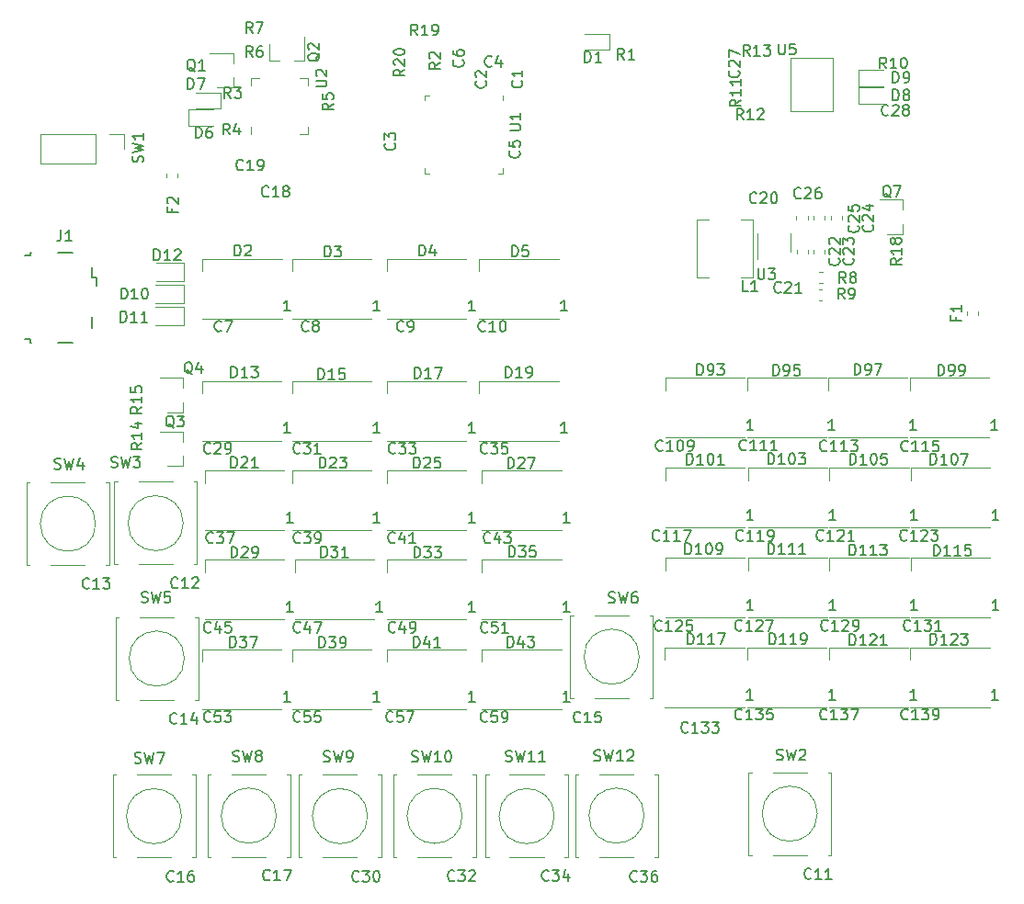
<source format=gbr>
G04 #@! TF.GenerationSoftware,KiCad,Pcbnew,5.1.5+dfsg1-2build2*
G04 #@! TF.CreationDate,2020-10-09T20:30:26+02:00*
G04 #@! TF.ProjectId,Logic_panel,4c6f6769-635f-4706-916e-656c2e6b6963,rev?*
G04 #@! TF.SameCoordinates,Original*
G04 #@! TF.FileFunction,Legend,Top*
G04 #@! TF.FilePolarity,Positive*
%FSLAX46Y46*%
G04 Gerber Fmt 4.6, Leading zero omitted, Abs format (unit mm)*
G04 Created by KiCad (PCBNEW 5.1.5+dfsg1-2build2) date 2020-10-09 20:30:26*
%MOMM*%
%LPD*%
G04 APERTURE LIST*
%ADD10C,0.120000*%
%ADD11C,0.150000*%
G04 APERTURE END LIST*
D10*
G04 #@! TO.C,C22*
X122947900Y-71818470D02*
X122947900Y-72144028D01*
X121927900Y-71818470D02*
X121927900Y-72144028D01*
G04 #@! TO.C,C23*
X124497900Y-71818470D02*
X124497900Y-72144028D01*
X123477900Y-71818470D02*
X123477900Y-72144028D01*
G04 #@! TO.C,C24*
X126122900Y-68718470D02*
X126122900Y-69044028D01*
X125102900Y-68718470D02*
X125102900Y-69044028D01*
G04 #@! TO.C,C25*
X124522900Y-68718470D02*
X124522900Y-69044028D01*
X123502900Y-68718470D02*
X123502900Y-69044028D01*
G04 #@! TO.C,C26*
X122922900Y-68718470D02*
X122922900Y-69044028D01*
X121902900Y-68718470D02*
X121902900Y-69044028D01*
G04 #@! TO.C,D1*
X102350400Y-53391249D02*
X104635400Y-53391249D01*
X104635400Y-53391249D02*
X104635400Y-51921249D01*
X104635400Y-51921249D02*
X102350400Y-51921249D01*
G04 #@! TO.C,D2*
X74492900Y-78156249D02*
X67192900Y-78156249D01*
X74492900Y-72656249D02*
X67192900Y-72656249D01*
X67192900Y-72656249D02*
X67192900Y-73806249D01*
G04 #@! TO.C,D3*
X82737900Y-78156249D02*
X75437900Y-78156249D01*
X82737900Y-72656249D02*
X75437900Y-72656249D01*
X75437900Y-72656249D02*
X75437900Y-73806249D01*
G04 #@! TO.C,D4*
X91487900Y-78156249D02*
X84187900Y-78156249D01*
X91487900Y-72656249D02*
X84187900Y-72656249D01*
X84187900Y-72656249D02*
X84187900Y-73806249D01*
G04 #@! TO.C,D5*
X99987900Y-78156249D02*
X92687900Y-78156249D01*
X99987900Y-72656249D02*
X92687900Y-72656249D01*
X92687900Y-72656249D02*
X92687900Y-73806249D01*
G04 #@! TO.C,D6*
X66562900Y-58791249D02*
X68847900Y-58791249D01*
X68847900Y-58791249D02*
X68847900Y-57321249D01*
X68847900Y-57321249D02*
X66562900Y-57321249D01*
G04 #@! TO.C,D7*
X68212900Y-58921249D02*
X65927900Y-58921249D01*
X65927900Y-58921249D02*
X65927900Y-60391249D01*
X65927900Y-60391249D02*
X68212900Y-60391249D01*
G04 #@! TO.C,D8*
X129912900Y-56871249D02*
X127627900Y-56871249D01*
X127627900Y-56871249D02*
X127627900Y-58341249D01*
X127627900Y-58341249D02*
X129912900Y-58341249D01*
G04 #@! TO.C,D9*
X129912900Y-55271249D02*
X127627900Y-55271249D01*
X127627900Y-55271249D02*
X127627900Y-56741249D01*
X127627900Y-56741249D02*
X129912900Y-56741249D01*
G04 #@! TO.C,D10*
X65437900Y-76756249D02*
X65437900Y-75056249D01*
X65437900Y-75056249D02*
X62887900Y-75056249D01*
X65437900Y-76756249D02*
X62887900Y-76756249D01*
G04 #@! TO.C,D11*
X65437900Y-78781249D02*
X65437900Y-77081249D01*
X65437900Y-77081249D02*
X62887900Y-77081249D01*
X65437900Y-78781249D02*
X62887900Y-78781249D01*
G04 #@! TO.C,D12*
X65487900Y-74731249D02*
X65487900Y-73031249D01*
X65487900Y-73031249D02*
X62937900Y-73031249D01*
X65487900Y-74731249D02*
X62937900Y-74731249D01*
G04 #@! TO.C,D13*
X74487900Y-89406249D02*
X67187900Y-89406249D01*
X74487900Y-83906249D02*
X67187900Y-83906249D01*
X67187900Y-83906249D02*
X67187900Y-85056249D01*
G04 #@! TO.C,D15*
X82737900Y-89406249D02*
X75437900Y-89406249D01*
X82737900Y-83906249D02*
X75437900Y-83906249D01*
X75437900Y-83906249D02*
X75437900Y-85056249D01*
G04 #@! TO.C,D17*
X91487900Y-89406249D02*
X84187900Y-89406249D01*
X91487900Y-83906249D02*
X84187900Y-83906249D01*
X84187900Y-83906249D02*
X84187900Y-85056249D01*
G04 #@! TO.C,D19*
X99987900Y-89406249D02*
X92687900Y-89406249D01*
X99987900Y-83906249D02*
X92687900Y-83906249D01*
X92687900Y-83906249D02*
X92687900Y-85056249D01*
G04 #@! TO.C,D21*
X74737900Y-97656249D02*
X67437900Y-97656249D01*
X74737900Y-92156249D02*
X67437900Y-92156249D01*
X67437900Y-92156249D02*
X67437900Y-93306249D01*
G04 #@! TO.C,D23*
X82737900Y-97656249D02*
X75437900Y-97656249D01*
X82737900Y-92156249D02*
X75437900Y-92156249D01*
X75437900Y-92156249D02*
X75437900Y-93306249D01*
G04 #@! TO.C,D25*
X91487900Y-97656249D02*
X84187900Y-97656249D01*
X91487900Y-92156249D02*
X84187900Y-92156249D01*
X84187900Y-92156249D02*
X84187900Y-93306249D01*
G04 #@! TO.C,D27*
X100237900Y-97656249D02*
X92937900Y-97656249D01*
X100237900Y-92156249D02*
X92937900Y-92156249D01*
X92937900Y-92156249D02*
X92937900Y-93306249D01*
G04 #@! TO.C,D29*
X74737900Y-105906249D02*
X67437900Y-105906249D01*
X74737900Y-100406249D02*
X67437900Y-100406249D01*
X67437900Y-100406249D02*
X67437900Y-101556249D01*
G04 #@! TO.C,D31*
X82987900Y-105906249D02*
X75687900Y-105906249D01*
X82987900Y-100406249D02*
X75687900Y-100406249D01*
X75687900Y-100406249D02*
X75687900Y-101556249D01*
G04 #@! TO.C,D33*
X91487900Y-105906249D02*
X84187900Y-105906249D01*
X91487900Y-100406249D02*
X84187900Y-100406249D01*
X84187900Y-100406249D02*
X84187900Y-101556249D01*
G04 #@! TO.C,D35*
X100237900Y-105906249D02*
X92937900Y-105906249D01*
X100237900Y-100406249D02*
X92937900Y-100406249D01*
X92937900Y-100406249D02*
X92937900Y-101556249D01*
G04 #@! TO.C,D37*
X74487900Y-114156249D02*
X67187900Y-114156249D01*
X74487900Y-108656249D02*
X67187900Y-108656249D01*
X67187900Y-108656249D02*
X67187900Y-109806249D01*
G04 #@! TO.C,D39*
X82737900Y-114156249D02*
X75437900Y-114156249D01*
X82737900Y-108656249D02*
X75437900Y-108656249D01*
X75437900Y-108656249D02*
X75437900Y-109806249D01*
G04 #@! TO.C,D41*
X91487900Y-114156249D02*
X84187900Y-114156249D01*
X91487900Y-108656249D02*
X84187900Y-108656249D01*
X84187900Y-108656249D02*
X84187900Y-109806249D01*
G04 #@! TO.C,D43*
X100237900Y-114156249D02*
X92937900Y-114156249D01*
X100237900Y-108656249D02*
X92937900Y-108656249D01*
X92937900Y-108656249D02*
X92937900Y-109806249D01*
G04 #@! TO.C,D93*
X117137900Y-89131249D02*
X109837900Y-89131249D01*
X117137900Y-83631249D02*
X109837900Y-83631249D01*
X109837900Y-83631249D02*
X109837900Y-84781249D01*
G04 #@! TO.C,D95*
X124637900Y-89131249D02*
X117337900Y-89131249D01*
X124637900Y-83631249D02*
X117337900Y-83631249D01*
X117337900Y-83631249D02*
X117337900Y-84781249D01*
G04 #@! TO.C,D97*
X132137900Y-89131249D02*
X124837900Y-89131249D01*
X132137900Y-83631249D02*
X124837900Y-83631249D01*
X124837900Y-83631249D02*
X124837900Y-84781249D01*
G04 #@! TO.C,D99*
X139637900Y-89131249D02*
X132337900Y-89131249D01*
X139637900Y-83631249D02*
X132337900Y-83631249D01*
X132337900Y-83631249D02*
X132337900Y-84781249D01*
G04 #@! TO.C,D101*
X117137900Y-97431249D02*
X109837900Y-97431249D01*
X117137900Y-91931249D02*
X109837900Y-91931249D01*
X109837900Y-91931249D02*
X109837900Y-93081249D01*
G04 #@! TO.C,D103*
X124737900Y-97431249D02*
X117437900Y-97431249D01*
X124737900Y-91931249D02*
X117437900Y-91931249D01*
X117437900Y-91931249D02*
X117437900Y-93081249D01*
G04 #@! TO.C,D105*
X132237900Y-97431249D02*
X124937900Y-97431249D01*
X132237900Y-91931249D02*
X124937900Y-91931249D01*
X124937900Y-91931249D02*
X124937900Y-93081249D01*
G04 #@! TO.C,D107*
X139737900Y-97431249D02*
X132437900Y-97431249D01*
X139737900Y-91931249D02*
X132437900Y-91931249D01*
X132437900Y-91931249D02*
X132437900Y-93081249D01*
G04 #@! TO.C,D109*
X117137900Y-105731249D02*
X109837900Y-105731249D01*
X117137900Y-100231249D02*
X109837900Y-100231249D01*
X109837900Y-100231249D02*
X109837900Y-101381249D01*
G04 #@! TO.C,D111*
X124737900Y-105731249D02*
X117437900Y-105731249D01*
X124737900Y-100231249D02*
X117437900Y-100231249D01*
X117437900Y-100231249D02*
X117437900Y-101381249D01*
G04 #@! TO.C,D113*
X132237900Y-105731249D02*
X124937900Y-105731249D01*
X132237900Y-100231249D02*
X124937900Y-100231249D01*
X124937900Y-100231249D02*
X124937900Y-101381249D01*
G04 #@! TO.C,D115*
X139737900Y-105731249D02*
X132437900Y-105731249D01*
X139737900Y-100231249D02*
X132437900Y-100231249D01*
X132437900Y-100231249D02*
X132437900Y-101381249D01*
G04 #@! TO.C,D117*
X117087900Y-113981249D02*
X109787900Y-113981249D01*
X117087900Y-108481249D02*
X109787900Y-108481249D01*
X109787900Y-108481249D02*
X109787900Y-109631249D01*
G04 #@! TO.C,D119*
X124687900Y-113981249D02*
X117387900Y-113981249D01*
X124687900Y-108481249D02*
X117387900Y-108481249D01*
X117387900Y-108481249D02*
X117387900Y-109631249D01*
G04 #@! TO.C,D121*
X132187900Y-113981249D02*
X124887900Y-113981249D01*
X132187900Y-108481249D02*
X124887900Y-108481249D01*
X124887900Y-108481249D02*
X124887900Y-109631249D01*
G04 #@! TO.C,D123*
X139687900Y-113981249D02*
X132387900Y-113981249D01*
X139687900Y-108481249D02*
X132387900Y-108481249D01*
X132387900Y-108481249D02*
X132387900Y-109631249D01*
G04 #@! TO.C,F1*
X137577900Y-77819028D02*
X137577900Y-77493470D01*
X138597900Y-77819028D02*
X138597900Y-77493470D01*
G04 #@! TO.C,F2*
X64922900Y-64780970D02*
X64922900Y-65106528D01*
X63902900Y-64780970D02*
X63902900Y-65106528D01*
D11*
G04 #@! TO.C,J1*
X55262900Y-72056249D02*
X53862900Y-72056249D01*
X51462900Y-72056249D02*
X51312900Y-72056249D01*
X51312900Y-72056249D02*
X51312900Y-72356249D01*
X51312900Y-72356249D02*
X50862900Y-72356249D01*
X50862900Y-80056249D02*
X51312900Y-80056249D01*
X51312900Y-80056249D02*
X51312900Y-80356249D01*
X51312900Y-80356249D02*
X51462900Y-80356249D01*
X53862900Y-80356249D02*
X55262900Y-80356249D01*
X57437900Y-75131249D02*
X57437900Y-74406249D01*
X57437900Y-74406249D02*
X57012900Y-74406249D01*
X57012900Y-74406249D02*
X57012900Y-73406249D01*
X57012900Y-78006249D02*
X57012900Y-79006249D01*
D10*
G04 #@! TO.C,L1*
X117912900Y-74406249D02*
X117912900Y-69006249D01*
X112712900Y-74406249D02*
X112712900Y-69006249D01*
X112712900Y-74406249D02*
X113812900Y-74406249D01*
X112712900Y-69006249D02*
X113812900Y-69006249D01*
X117912900Y-74406249D02*
X116812900Y-74406249D01*
X117912900Y-69006249D02*
X116812900Y-69006249D01*
G04 #@! TO.C,Q1*
X70022900Y-56886249D02*
X70022900Y-55956249D01*
X70022900Y-53726249D02*
X70022900Y-54656249D01*
X70022900Y-53726249D02*
X67862900Y-53726249D01*
X70022900Y-56886249D02*
X68562900Y-56886249D01*
G04 #@! TO.C,Q2*
X73382900Y-54366249D02*
X74312900Y-54366249D01*
X76542900Y-54366249D02*
X75612900Y-54366249D01*
X76542900Y-54366249D02*
X76542900Y-52206249D01*
X73382900Y-54366249D02*
X73382900Y-52906249D01*
G04 #@! TO.C,Q3*
X65422900Y-91761249D02*
X65422900Y-90831249D01*
X65422900Y-88601249D02*
X65422900Y-89531249D01*
X65422900Y-88601249D02*
X63262900Y-88601249D01*
X65422900Y-91761249D02*
X63962900Y-91761249D01*
G04 #@! TO.C,Q4*
X65402900Y-86791249D02*
X65402900Y-85861249D01*
X65402900Y-83631249D02*
X65402900Y-84561249D01*
X65402900Y-83631249D02*
X63242900Y-83631249D01*
X65402900Y-86791249D02*
X63942900Y-86791249D01*
G04 #@! TO.C,Q7*
X131697900Y-70361249D02*
X131697900Y-69431249D01*
X131697900Y-67201249D02*
X131697900Y-68131249D01*
X131697900Y-67201249D02*
X129537900Y-67201249D01*
X131697900Y-70361249D02*
X130237900Y-70361249D01*
G04 #@! TO.C,SW2*
X117467900Y-127606249D02*
X117467900Y-119986249D01*
X117467900Y-119986249D02*
X117767900Y-119986249D01*
X125087900Y-119986249D02*
X125087900Y-127606249D01*
X117467900Y-127606249D02*
X117767900Y-127606249D01*
X119707900Y-119986249D02*
X122847900Y-119986249D01*
X119707900Y-127606249D02*
X122847900Y-127606249D01*
X124787900Y-119986249D02*
X125087900Y-119986249D01*
X124787900Y-127606249D02*
X125087900Y-127606249D01*
X123817900Y-123796249D02*
G75*
G03X123817900Y-123796249I-2540000J0D01*
G01*
G04 #@! TO.C,SW4*
X58607900Y-93256249D02*
X58607900Y-100876249D01*
X58607900Y-100876249D02*
X58307900Y-100876249D01*
X50987900Y-100876249D02*
X50987900Y-93256249D01*
X58607900Y-93256249D02*
X58307900Y-93256249D01*
X56367900Y-100876249D02*
X53227900Y-100876249D01*
X56367900Y-93256249D02*
X53227900Y-93256249D01*
X51287900Y-100876249D02*
X50987900Y-100876249D01*
X51287900Y-93256249D02*
X50987900Y-93256249D01*
X57337900Y-97066249D02*
G75*
G03X57337900Y-97066249I-2540000J0D01*
G01*
G04 #@! TO.C,SW5*
X59167900Y-113306249D02*
X59167900Y-105686249D01*
X59167900Y-105686249D02*
X59467900Y-105686249D01*
X66787900Y-105686249D02*
X66787900Y-113306249D01*
X59167900Y-113306249D02*
X59467900Y-113306249D01*
X61407900Y-105686249D02*
X64547900Y-105686249D01*
X61407900Y-113306249D02*
X64547900Y-113306249D01*
X66487900Y-105686249D02*
X66787900Y-105686249D01*
X66487900Y-113306249D02*
X66787900Y-113306249D01*
X65517900Y-109496249D02*
G75*
G03X65517900Y-109496249I-2540000J0D01*
G01*
G04 #@! TO.C,SW6*
X101067900Y-113131249D02*
X101067900Y-105511249D01*
X101067900Y-105511249D02*
X101367900Y-105511249D01*
X108687900Y-105511249D02*
X108687900Y-113131249D01*
X101067900Y-113131249D02*
X101367900Y-113131249D01*
X103307900Y-105511249D02*
X106447900Y-105511249D01*
X103307900Y-113131249D02*
X106447900Y-113131249D01*
X108387900Y-105511249D02*
X108687900Y-105511249D01*
X108387900Y-113131249D02*
X108687900Y-113131249D01*
X107417900Y-109321249D02*
G75*
G03X107417900Y-109321249I-2540000J0D01*
G01*
G04 #@! TO.C,SW7*
X58917900Y-127831249D02*
X58917900Y-120211249D01*
X58917900Y-120211249D02*
X59217900Y-120211249D01*
X66537900Y-120211249D02*
X66537900Y-127831249D01*
X58917900Y-127831249D02*
X59217900Y-127831249D01*
X61157900Y-120211249D02*
X64297900Y-120211249D01*
X61157900Y-127831249D02*
X64297900Y-127831249D01*
X66237900Y-120211249D02*
X66537900Y-120211249D01*
X66237900Y-127831249D02*
X66537900Y-127831249D01*
X65267900Y-124021249D02*
G75*
G03X65267900Y-124021249I-2540000J0D01*
G01*
G04 #@! TO.C,SW8*
X67642900Y-127781249D02*
X67642900Y-120161249D01*
X67642900Y-120161249D02*
X67942900Y-120161249D01*
X75262900Y-120161249D02*
X75262900Y-127781249D01*
X67642900Y-127781249D02*
X67942900Y-127781249D01*
X69882900Y-120161249D02*
X73022900Y-120161249D01*
X69882900Y-127781249D02*
X73022900Y-127781249D01*
X74962900Y-120161249D02*
X75262900Y-120161249D01*
X74962900Y-127781249D02*
X75262900Y-127781249D01*
X73992900Y-123971249D02*
G75*
G03X73992900Y-123971249I-2540000J0D01*
G01*
G04 #@! TO.C,U1*
X94867900Y-64321249D02*
X94867900Y-64796249D01*
X94867900Y-64796249D02*
X94392900Y-64796249D01*
X87647900Y-58051249D02*
X87647900Y-57576249D01*
X87647900Y-57576249D02*
X88122900Y-57576249D01*
X87647900Y-64321249D02*
X87647900Y-64796249D01*
X87647900Y-64796249D02*
X88122900Y-64796249D01*
X94867900Y-58051249D02*
X94867900Y-57576249D01*
G04 #@! TO.C,U2*
X71672900Y-56701249D02*
X71672900Y-55976249D01*
X71672900Y-55976249D02*
X72397900Y-55976249D01*
X76892900Y-60471249D02*
X76892900Y-61196249D01*
X76892900Y-61196249D02*
X76167900Y-61196249D01*
X76892900Y-56701249D02*
X76892900Y-55976249D01*
X76892900Y-55976249D02*
X76167900Y-55976249D01*
X71672900Y-60471249D02*
X71672900Y-61196249D01*
G04 #@! TO.C,U3*
X121372900Y-72036249D02*
X121372900Y-70276249D01*
X118302900Y-70276249D02*
X118302900Y-72706249D01*
G04 #@! TO.C,SW1*
X52247900Y-61186249D02*
X52247900Y-63846249D01*
X57387900Y-61186249D02*
X52247900Y-61186249D01*
X57387900Y-63846249D02*
X52247900Y-63846249D01*
X57387900Y-61186249D02*
X57387900Y-63846249D01*
X58657900Y-61186249D02*
X59987900Y-61186249D01*
X59987900Y-61186249D02*
X59987900Y-62516249D01*
G04 #@! TO.C,U5*
X121362900Y-54156249D02*
X125262900Y-54156249D01*
X121362900Y-59056249D02*
X125262900Y-59056249D01*
X121352900Y-54166249D02*
X121352900Y-59046249D01*
X125262900Y-54176249D02*
X125262900Y-59056249D01*
G04 #@! TO.C,R8*
X124288179Y-74891249D02*
X123962621Y-74891249D01*
X124288179Y-73871249D02*
X123962621Y-73871249D01*
G04 #@! TO.C,R9*
X123950121Y-75446249D02*
X124275679Y-75446249D01*
X123950121Y-76466249D02*
X124275679Y-76466249D01*
G04 #@! TO.C,SW9*
X76042900Y-127831249D02*
X76042900Y-120211249D01*
X76042900Y-120211249D02*
X76342900Y-120211249D01*
X83662900Y-120211249D02*
X83662900Y-127831249D01*
X76042900Y-127831249D02*
X76342900Y-127831249D01*
X78282900Y-120211249D02*
X81422900Y-120211249D01*
X78282900Y-127831249D02*
X81422900Y-127831249D01*
X83362900Y-120211249D02*
X83662900Y-120211249D01*
X83362900Y-127831249D02*
X83662900Y-127831249D01*
X82392900Y-124021249D02*
G75*
G03X82392900Y-124021249I-2540000J0D01*
G01*
G04 #@! TO.C,SW10*
X84767900Y-127806249D02*
X84767900Y-120186249D01*
X84767900Y-120186249D02*
X85067900Y-120186249D01*
X92387900Y-120186249D02*
X92387900Y-127806249D01*
X84767900Y-127806249D02*
X85067900Y-127806249D01*
X87007900Y-120186249D02*
X90147900Y-120186249D01*
X87007900Y-127806249D02*
X90147900Y-127806249D01*
X92087900Y-120186249D02*
X92387900Y-120186249D01*
X92087900Y-127806249D02*
X92387900Y-127806249D01*
X91117900Y-123996249D02*
G75*
G03X91117900Y-123996249I-2540000J0D01*
G01*
G04 #@! TO.C,SW3*
X59067900Y-100831249D02*
X59067900Y-93211249D01*
X59067900Y-93211249D02*
X59367900Y-93211249D01*
X66687900Y-93211249D02*
X66687900Y-100831249D01*
X59067900Y-100831249D02*
X59367900Y-100831249D01*
X61307900Y-93211249D02*
X64447900Y-93211249D01*
X61307900Y-100831249D02*
X64447900Y-100831249D01*
X66387900Y-93211249D02*
X66687900Y-93211249D01*
X66387900Y-100831249D02*
X66687900Y-100831249D01*
X65417900Y-97021249D02*
G75*
G03X65417900Y-97021249I-2540000J0D01*
G01*
G04 #@! TO.C,SW12*
X101517900Y-127781249D02*
X101517900Y-120161249D01*
X101517900Y-120161249D02*
X101817900Y-120161249D01*
X109137900Y-120161249D02*
X109137900Y-127781249D01*
X101517900Y-127781249D02*
X101817900Y-127781249D01*
X103757900Y-120161249D02*
X106897900Y-120161249D01*
X103757900Y-127781249D02*
X106897900Y-127781249D01*
X108837900Y-120161249D02*
X109137900Y-120161249D01*
X108837900Y-127781249D02*
X109137900Y-127781249D01*
X107867900Y-123971249D02*
G75*
G03X107867900Y-123971249I-2540000J0D01*
G01*
G04 #@! TO.C,SW11*
X93242900Y-127831249D02*
X93242900Y-120211249D01*
X93242900Y-120211249D02*
X93542900Y-120211249D01*
X100862900Y-120211249D02*
X100862900Y-127831249D01*
X93242900Y-127831249D02*
X93542900Y-127831249D01*
X95482900Y-120211249D02*
X98622900Y-120211249D01*
X95482900Y-127831249D02*
X98622900Y-127831249D01*
X100562900Y-120211249D02*
X100862900Y-120211249D01*
X100562900Y-127831249D02*
X100862900Y-127831249D01*
X99592900Y-124021249D02*
G75*
G03X99592900Y-124021249I-2540000J0D01*
G01*
G04 #@! TO.C,C1*
D11*
X96565042Y-56247915D02*
X96612661Y-56295534D01*
X96660280Y-56438391D01*
X96660280Y-56533629D01*
X96612661Y-56676487D01*
X96517423Y-56771725D01*
X96422185Y-56819344D01*
X96231709Y-56866963D01*
X96088852Y-56866963D01*
X95898376Y-56819344D01*
X95803138Y-56771725D01*
X95707900Y-56676487D01*
X95660280Y-56533629D01*
X95660280Y-56438391D01*
X95707900Y-56295534D01*
X95755519Y-56247915D01*
X96660280Y-55295534D02*
X96660280Y-55866963D01*
X96660280Y-55581249D02*
X95660280Y-55581249D01*
X95803138Y-55676487D01*
X95898376Y-55771725D01*
X95945995Y-55866963D01*
G04 #@! TO.C,C2*
X93245042Y-56272915D02*
X93292661Y-56320534D01*
X93340280Y-56463391D01*
X93340280Y-56558629D01*
X93292661Y-56701487D01*
X93197423Y-56796725D01*
X93102185Y-56844344D01*
X92911709Y-56891963D01*
X92768852Y-56891963D01*
X92578376Y-56844344D01*
X92483138Y-56796725D01*
X92387900Y-56701487D01*
X92340280Y-56558629D01*
X92340280Y-56463391D01*
X92387900Y-56320534D01*
X92435519Y-56272915D01*
X92435519Y-55891963D02*
X92387900Y-55844344D01*
X92340280Y-55749106D01*
X92340280Y-55511010D01*
X92387900Y-55415772D01*
X92435519Y-55368153D01*
X92530757Y-55320534D01*
X92625995Y-55320534D01*
X92768852Y-55368153D01*
X93340280Y-55939582D01*
X93340280Y-55320534D01*
G04 #@! TO.C,C3*
X84870042Y-62022915D02*
X84917661Y-62070534D01*
X84965280Y-62213391D01*
X84965280Y-62308629D01*
X84917661Y-62451487D01*
X84822423Y-62546725D01*
X84727185Y-62594344D01*
X84536709Y-62641963D01*
X84393852Y-62641963D01*
X84203376Y-62594344D01*
X84108138Y-62546725D01*
X84012900Y-62451487D01*
X83965280Y-62308629D01*
X83965280Y-62213391D01*
X84012900Y-62070534D01*
X84060519Y-62022915D01*
X83965280Y-61689582D02*
X83965280Y-61070534D01*
X84346233Y-61403868D01*
X84346233Y-61261010D01*
X84393852Y-61165772D01*
X84441471Y-61118153D01*
X84536709Y-61070534D01*
X84774804Y-61070534D01*
X84870042Y-61118153D01*
X84917661Y-61165772D01*
X84965280Y-61261010D01*
X84965280Y-61546725D01*
X84917661Y-61641963D01*
X84870042Y-61689582D01*
G04 #@! TO.C,C4*
X93821233Y-54863391D02*
X93773614Y-54911010D01*
X93630757Y-54958629D01*
X93535519Y-54958629D01*
X93392661Y-54911010D01*
X93297423Y-54815772D01*
X93249804Y-54720534D01*
X93202185Y-54530058D01*
X93202185Y-54387201D01*
X93249804Y-54196725D01*
X93297423Y-54101487D01*
X93392661Y-54006249D01*
X93535519Y-53958629D01*
X93630757Y-53958629D01*
X93773614Y-54006249D01*
X93821233Y-54053868D01*
X94678376Y-54291963D02*
X94678376Y-54958629D01*
X94440280Y-53911010D02*
X94202185Y-54625296D01*
X94821233Y-54625296D01*
G04 #@! TO.C,C5*
X96345042Y-62722915D02*
X96392661Y-62770534D01*
X96440280Y-62913391D01*
X96440280Y-63008629D01*
X96392661Y-63151487D01*
X96297423Y-63246725D01*
X96202185Y-63294344D01*
X96011709Y-63341963D01*
X95868852Y-63341963D01*
X95678376Y-63294344D01*
X95583138Y-63246725D01*
X95487900Y-63151487D01*
X95440280Y-63008629D01*
X95440280Y-62913391D01*
X95487900Y-62770534D01*
X95535519Y-62722915D01*
X95440280Y-61818153D02*
X95440280Y-62294344D01*
X95916471Y-62341963D01*
X95868852Y-62294344D01*
X95821233Y-62199106D01*
X95821233Y-61961010D01*
X95868852Y-61865772D01*
X95916471Y-61818153D01*
X96011709Y-61770534D01*
X96249804Y-61770534D01*
X96345042Y-61818153D01*
X96392661Y-61865772D01*
X96440280Y-61961010D01*
X96440280Y-62199106D01*
X96392661Y-62294344D01*
X96345042Y-62341963D01*
G04 #@! TO.C,C6*
X91170042Y-54347915D02*
X91217661Y-54395534D01*
X91265280Y-54538391D01*
X91265280Y-54633629D01*
X91217661Y-54776487D01*
X91122423Y-54871725D01*
X91027185Y-54919344D01*
X90836709Y-54966963D01*
X90693852Y-54966963D01*
X90503376Y-54919344D01*
X90408138Y-54871725D01*
X90312900Y-54776487D01*
X90265280Y-54633629D01*
X90265280Y-54538391D01*
X90312900Y-54395534D01*
X90360519Y-54347915D01*
X90265280Y-53490772D02*
X90265280Y-53681249D01*
X90312900Y-53776487D01*
X90360519Y-53824106D01*
X90503376Y-53919344D01*
X90693852Y-53966963D01*
X91074804Y-53966963D01*
X91170042Y-53919344D01*
X91217661Y-53871725D01*
X91265280Y-53776487D01*
X91265280Y-53586010D01*
X91217661Y-53490772D01*
X91170042Y-53443153D01*
X91074804Y-53395534D01*
X90836709Y-53395534D01*
X90741471Y-53443153D01*
X90693852Y-53490772D01*
X90646233Y-53586010D01*
X90646233Y-53776487D01*
X90693852Y-53871725D01*
X90741471Y-53919344D01*
X90836709Y-53966963D01*
G04 #@! TO.C,C7*
X68921233Y-79263391D02*
X68873614Y-79311010D01*
X68730757Y-79358629D01*
X68635519Y-79358629D01*
X68492661Y-79311010D01*
X68397423Y-79215772D01*
X68349804Y-79120534D01*
X68302185Y-78930058D01*
X68302185Y-78787201D01*
X68349804Y-78596725D01*
X68397423Y-78501487D01*
X68492661Y-78406249D01*
X68635519Y-78358629D01*
X68730757Y-78358629D01*
X68873614Y-78406249D01*
X68921233Y-78453868D01*
X69254566Y-78358629D02*
X69921233Y-78358629D01*
X69492661Y-79358629D01*
G04 #@! TO.C,C8*
X76951233Y-79263391D02*
X76903614Y-79311010D01*
X76760757Y-79358629D01*
X76665519Y-79358629D01*
X76522661Y-79311010D01*
X76427423Y-79215772D01*
X76379804Y-79120534D01*
X76332185Y-78930058D01*
X76332185Y-78787201D01*
X76379804Y-78596725D01*
X76427423Y-78501487D01*
X76522661Y-78406249D01*
X76665519Y-78358629D01*
X76760757Y-78358629D01*
X76903614Y-78406249D01*
X76951233Y-78453868D01*
X77522661Y-78787201D02*
X77427423Y-78739582D01*
X77379804Y-78691963D01*
X77332185Y-78596725D01*
X77332185Y-78549106D01*
X77379804Y-78453868D01*
X77427423Y-78406249D01*
X77522661Y-78358629D01*
X77713138Y-78358629D01*
X77808376Y-78406249D01*
X77855995Y-78453868D01*
X77903614Y-78549106D01*
X77903614Y-78596725D01*
X77855995Y-78691963D01*
X77808376Y-78739582D01*
X77713138Y-78787201D01*
X77522661Y-78787201D01*
X77427423Y-78834820D01*
X77379804Y-78882439D01*
X77332185Y-78977677D01*
X77332185Y-79168153D01*
X77379804Y-79263391D01*
X77427423Y-79311010D01*
X77522661Y-79358629D01*
X77713138Y-79358629D01*
X77808376Y-79311010D01*
X77855995Y-79263391D01*
X77903614Y-79168153D01*
X77903614Y-78977677D01*
X77855995Y-78882439D01*
X77808376Y-78834820D01*
X77713138Y-78787201D01*
G04 #@! TO.C,C9*
X85701233Y-79263391D02*
X85653614Y-79311010D01*
X85510757Y-79358629D01*
X85415519Y-79358629D01*
X85272661Y-79311010D01*
X85177423Y-79215772D01*
X85129804Y-79120534D01*
X85082185Y-78930058D01*
X85082185Y-78787201D01*
X85129804Y-78596725D01*
X85177423Y-78501487D01*
X85272661Y-78406249D01*
X85415519Y-78358629D01*
X85510757Y-78358629D01*
X85653614Y-78406249D01*
X85701233Y-78453868D01*
X86177423Y-79358629D02*
X86367900Y-79358629D01*
X86463138Y-79311010D01*
X86510757Y-79263391D01*
X86605995Y-79120534D01*
X86653614Y-78930058D01*
X86653614Y-78549106D01*
X86605995Y-78453868D01*
X86558376Y-78406249D01*
X86463138Y-78358629D01*
X86272661Y-78358629D01*
X86177423Y-78406249D01*
X86129804Y-78453868D01*
X86082185Y-78549106D01*
X86082185Y-78787201D01*
X86129804Y-78882439D01*
X86177423Y-78930058D01*
X86272661Y-78977677D01*
X86463138Y-78977677D01*
X86558376Y-78930058D01*
X86605995Y-78882439D01*
X86653614Y-78787201D01*
G04 #@! TO.C,C10*
X93225042Y-79263391D02*
X93177423Y-79311010D01*
X93034566Y-79358629D01*
X92939328Y-79358629D01*
X92796471Y-79311010D01*
X92701233Y-79215772D01*
X92653614Y-79120534D01*
X92605995Y-78930058D01*
X92605995Y-78787201D01*
X92653614Y-78596725D01*
X92701233Y-78501487D01*
X92796471Y-78406249D01*
X92939328Y-78358629D01*
X93034566Y-78358629D01*
X93177423Y-78406249D01*
X93225042Y-78453868D01*
X94177423Y-79358629D02*
X93605995Y-79358629D01*
X93891709Y-79358629D02*
X93891709Y-78358629D01*
X93796471Y-78501487D01*
X93701233Y-78596725D01*
X93605995Y-78644344D01*
X94796471Y-78358629D02*
X94891709Y-78358629D01*
X94986947Y-78406249D01*
X95034566Y-78453868D01*
X95082185Y-78549106D01*
X95129804Y-78739582D01*
X95129804Y-78977677D01*
X95082185Y-79168153D01*
X95034566Y-79263391D01*
X94986947Y-79311010D01*
X94891709Y-79358629D01*
X94796471Y-79358629D01*
X94701233Y-79311010D01*
X94653614Y-79263391D01*
X94605995Y-79168153D01*
X94558376Y-78977677D01*
X94558376Y-78739582D01*
X94605995Y-78549106D01*
X94653614Y-78453868D01*
X94701233Y-78406249D01*
X94796471Y-78358629D01*
G04 #@! TO.C,C11*
X123245042Y-129738391D02*
X123197423Y-129786010D01*
X123054566Y-129833629D01*
X122959328Y-129833629D01*
X122816471Y-129786010D01*
X122721233Y-129690772D01*
X122673614Y-129595534D01*
X122625995Y-129405058D01*
X122625995Y-129262201D01*
X122673614Y-129071725D01*
X122721233Y-128976487D01*
X122816471Y-128881249D01*
X122959328Y-128833629D01*
X123054566Y-128833629D01*
X123197423Y-128881249D01*
X123245042Y-128928868D01*
X124197423Y-129833629D02*
X123625995Y-129833629D01*
X123911709Y-129833629D02*
X123911709Y-128833629D01*
X123816471Y-128976487D01*
X123721233Y-129071725D01*
X123625995Y-129119344D01*
X125149804Y-129833629D02*
X124578376Y-129833629D01*
X124864090Y-129833629D02*
X124864090Y-128833629D01*
X124768852Y-128976487D01*
X124673614Y-129071725D01*
X124578376Y-129119344D01*
G04 #@! TO.C,C12*
X64920042Y-102913391D02*
X64872423Y-102961010D01*
X64729566Y-103008629D01*
X64634328Y-103008629D01*
X64491471Y-102961010D01*
X64396233Y-102865772D01*
X64348614Y-102770534D01*
X64300995Y-102580058D01*
X64300995Y-102437201D01*
X64348614Y-102246725D01*
X64396233Y-102151487D01*
X64491471Y-102056249D01*
X64634328Y-102008629D01*
X64729566Y-102008629D01*
X64872423Y-102056249D01*
X64920042Y-102103868D01*
X65872423Y-103008629D02*
X65300995Y-103008629D01*
X65586709Y-103008629D02*
X65586709Y-102008629D01*
X65491471Y-102151487D01*
X65396233Y-102246725D01*
X65300995Y-102294344D01*
X66253376Y-102103868D02*
X66300995Y-102056249D01*
X66396233Y-102008629D01*
X66634328Y-102008629D01*
X66729566Y-102056249D01*
X66777185Y-102103868D01*
X66824804Y-102199106D01*
X66824804Y-102294344D01*
X66777185Y-102437201D01*
X66205757Y-103008629D01*
X66824804Y-103008629D01*
G04 #@! TO.C,C13*
X56745042Y-102963391D02*
X56697423Y-103011010D01*
X56554566Y-103058629D01*
X56459328Y-103058629D01*
X56316471Y-103011010D01*
X56221233Y-102915772D01*
X56173614Y-102820534D01*
X56125995Y-102630058D01*
X56125995Y-102487201D01*
X56173614Y-102296725D01*
X56221233Y-102201487D01*
X56316471Y-102106249D01*
X56459328Y-102058629D01*
X56554566Y-102058629D01*
X56697423Y-102106249D01*
X56745042Y-102153868D01*
X57697423Y-103058629D02*
X57125995Y-103058629D01*
X57411709Y-103058629D02*
X57411709Y-102058629D01*
X57316471Y-102201487D01*
X57221233Y-102296725D01*
X57125995Y-102344344D01*
X58030757Y-102058629D02*
X58649804Y-102058629D01*
X58316471Y-102439582D01*
X58459328Y-102439582D01*
X58554566Y-102487201D01*
X58602185Y-102534820D01*
X58649804Y-102630058D01*
X58649804Y-102868153D01*
X58602185Y-102963391D01*
X58554566Y-103011010D01*
X58459328Y-103058629D01*
X58173614Y-103058629D01*
X58078376Y-103011010D01*
X58030757Y-102963391D01*
G04 #@! TO.C,C14*
X64810042Y-115413391D02*
X64762423Y-115461010D01*
X64619566Y-115508629D01*
X64524328Y-115508629D01*
X64381471Y-115461010D01*
X64286233Y-115365772D01*
X64238614Y-115270534D01*
X64190995Y-115080058D01*
X64190995Y-114937201D01*
X64238614Y-114746725D01*
X64286233Y-114651487D01*
X64381471Y-114556249D01*
X64524328Y-114508629D01*
X64619566Y-114508629D01*
X64762423Y-114556249D01*
X64810042Y-114603868D01*
X65762423Y-115508629D02*
X65190995Y-115508629D01*
X65476709Y-115508629D02*
X65476709Y-114508629D01*
X65381471Y-114651487D01*
X65286233Y-114746725D01*
X65190995Y-114794344D01*
X66619566Y-114841963D02*
X66619566Y-115508629D01*
X66381471Y-114461010D02*
X66143376Y-115175296D01*
X66762423Y-115175296D01*
G04 #@! TO.C,C15*
X101995042Y-115288391D02*
X101947423Y-115336010D01*
X101804566Y-115383629D01*
X101709328Y-115383629D01*
X101566471Y-115336010D01*
X101471233Y-115240772D01*
X101423614Y-115145534D01*
X101375995Y-114955058D01*
X101375995Y-114812201D01*
X101423614Y-114621725D01*
X101471233Y-114526487D01*
X101566471Y-114431249D01*
X101709328Y-114383629D01*
X101804566Y-114383629D01*
X101947423Y-114431249D01*
X101995042Y-114478868D01*
X102947423Y-115383629D02*
X102375995Y-115383629D01*
X102661709Y-115383629D02*
X102661709Y-114383629D01*
X102566471Y-114526487D01*
X102471233Y-114621725D01*
X102375995Y-114669344D01*
X103852185Y-114383629D02*
X103375995Y-114383629D01*
X103328376Y-114859820D01*
X103375995Y-114812201D01*
X103471233Y-114764582D01*
X103709328Y-114764582D01*
X103804566Y-114812201D01*
X103852185Y-114859820D01*
X103899804Y-114955058D01*
X103899804Y-115193153D01*
X103852185Y-115288391D01*
X103804566Y-115336010D01*
X103709328Y-115383629D01*
X103471233Y-115383629D01*
X103375995Y-115336010D01*
X103328376Y-115288391D01*
G04 #@! TO.C,C16*
X64520042Y-129963391D02*
X64472423Y-130011010D01*
X64329566Y-130058629D01*
X64234328Y-130058629D01*
X64091471Y-130011010D01*
X63996233Y-129915772D01*
X63948614Y-129820534D01*
X63900995Y-129630058D01*
X63900995Y-129487201D01*
X63948614Y-129296725D01*
X63996233Y-129201487D01*
X64091471Y-129106249D01*
X64234328Y-129058629D01*
X64329566Y-129058629D01*
X64472423Y-129106249D01*
X64520042Y-129153868D01*
X65472423Y-130058629D02*
X64900995Y-130058629D01*
X65186709Y-130058629D02*
X65186709Y-129058629D01*
X65091471Y-129201487D01*
X64996233Y-129296725D01*
X64900995Y-129344344D01*
X66329566Y-129058629D02*
X66139090Y-129058629D01*
X66043852Y-129106249D01*
X65996233Y-129153868D01*
X65900995Y-129296725D01*
X65853376Y-129487201D01*
X65853376Y-129868153D01*
X65900995Y-129963391D01*
X65948614Y-130011010D01*
X66043852Y-130058629D01*
X66234328Y-130058629D01*
X66329566Y-130011010D01*
X66377185Y-129963391D01*
X66424804Y-129868153D01*
X66424804Y-129630058D01*
X66377185Y-129534820D01*
X66329566Y-129487201D01*
X66234328Y-129439582D01*
X66043852Y-129439582D01*
X65948614Y-129487201D01*
X65900995Y-129534820D01*
X65853376Y-129630058D01*
G04 #@! TO.C,C17*
X73395042Y-129863391D02*
X73347423Y-129911010D01*
X73204566Y-129958629D01*
X73109328Y-129958629D01*
X72966471Y-129911010D01*
X72871233Y-129815772D01*
X72823614Y-129720534D01*
X72775995Y-129530058D01*
X72775995Y-129387201D01*
X72823614Y-129196725D01*
X72871233Y-129101487D01*
X72966471Y-129006249D01*
X73109328Y-128958629D01*
X73204566Y-128958629D01*
X73347423Y-129006249D01*
X73395042Y-129053868D01*
X74347423Y-129958629D02*
X73775995Y-129958629D01*
X74061709Y-129958629D02*
X74061709Y-128958629D01*
X73966471Y-129101487D01*
X73871233Y-129196725D01*
X73775995Y-129244344D01*
X74680757Y-128958629D02*
X75347423Y-128958629D01*
X74918852Y-129958629D01*
G04 #@! TO.C,C19*
X70920042Y-64413391D02*
X70872423Y-64461010D01*
X70729566Y-64508629D01*
X70634328Y-64508629D01*
X70491471Y-64461010D01*
X70396233Y-64365772D01*
X70348614Y-64270534D01*
X70300995Y-64080058D01*
X70300995Y-63937201D01*
X70348614Y-63746725D01*
X70396233Y-63651487D01*
X70491471Y-63556249D01*
X70634328Y-63508629D01*
X70729566Y-63508629D01*
X70872423Y-63556249D01*
X70920042Y-63603868D01*
X71872423Y-64508629D02*
X71300995Y-64508629D01*
X71586709Y-64508629D02*
X71586709Y-63508629D01*
X71491471Y-63651487D01*
X71396233Y-63746725D01*
X71300995Y-63794344D01*
X72348614Y-64508629D02*
X72539090Y-64508629D01*
X72634328Y-64461010D01*
X72681947Y-64413391D01*
X72777185Y-64270534D01*
X72824804Y-64080058D01*
X72824804Y-63699106D01*
X72777185Y-63603868D01*
X72729566Y-63556249D01*
X72634328Y-63508629D01*
X72443852Y-63508629D01*
X72348614Y-63556249D01*
X72300995Y-63603868D01*
X72253376Y-63699106D01*
X72253376Y-63937201D01*
X72300995Y-64032439D01*
X72348614Y-64080058D01*
X72443852Y-64127677D01*
X72634328Y-64127677D01*
X72729566Y-64080058D01*
X72777185Y-64032439D01*
X72824804Y-63937201D01*
G04 #@! TO.C,C20*
X118220042Y-67438391D02*
X118172423Y-67486010D01*
X118029566Y-67533629D01*
X117934328Y-67533629D01*
X117791471Y-67486010D01*
X117696233Y-67390772D01*
X117648614Y-67295534D01*
X117600995Y-67105058D01*
X117600995Y-66962201D01*
X117648614Y-66771725D01*
X117696233Y-66676487D01*
X117791471Y-66581249D01*
X117934328Y-66533629D01*
X118029566Y-66533629D01*
X118172423Y-66581249D01*
X118220042Y-66628868D01*
X118600995Y-66628868D02*
X118648614Y-66581249D01*
X118743852Y-66533629D01*
X118981947Y-66533629D01*
X119077185Y-66581249D01*
X119124804Y-66628868D01*
X119172423Y-66724106D01*
X119172423Y-66819344D01*
X119124804Y-66962201D01*
X118553376Y-67533629D01*
X119172423Y-67533629D01*
X119791471Y-66533629D02*
X119886709Y-66533629D01*
X119981947Y-66581249D01*
X120029566Y-66628868D01*
X120077185Y-66724106D01*
X120124804Y-66914582D01*
X120124804Y-67152677D01*
X120077185Y-67343153D01*
X120029566Y-67438391D01*
X119981947Y-67486010D01*
X119886709Y-67533629D01*
X119791471Y-67533629D01*
X119696233Y-67486010D01*
X119648614Y-67438391D01*
X119600995Y-67343153D01*
X119553376Y-67152677D01*
X119553376Y-66914582D01*
X119600995Y-66724106D01*
X119648614Y-66628868D01*
X119696233Y-66581249D01*
X119791471Y-66533629D01*
G04 #@! TO.C,C21*
X120470042Y-75688391D02*
X120422423Y-75736010D01*
X120279566Y-75783629D01*
X120184328Y-75783629D01*
X120041471Y-75736010D01*
X119946233Y-75640772D01*
X119898614Y-75545534D01*
X119850995Y-75355058D01*
X119850995Y-75212201D01*
X119898614Y-75021725D01*
X119946233Y-74926487D01*
X120041471Y-74831249D01*
X120184328Y-74783629D01*
X120279566Y-74783629D01*
X120422423Y-74831249D01*
X120470042Y-74878868D01*
X120850995Y-74878868D02*
X120898614Y-74831249D01*
X120993852Y-74783629D01*
X121231947Y-74783629D01*
X121327185Y-74831249D01*
X121374804Y-74878868D01*
X121422423Y-74974106D01*
X121422423Y-75069344D01*
X121374804Y-75212201D01*
X120803376Y-75783629D01*
X121422423Y-75783629D01*
X122374804Y-75783629D02*
X121803376Y-75783629D01*
X122089090Y-75783629D02*
X122089090Y-74783629D01*
X121993852Y-74926487D01*
X121898614Y-75021725D01*
X121803376Y-75069344D01*
G04 #@! TO.C,C22*
X125795042Y-72624106D02*
X125842661Y-72671725D01*
X125890280Y-72814582D01*
X125890280Y-72909820D01*
X125842661Y-73052677D01*
X125747423Y-73147915D01*
X125652185Y-73195534D01*
X125461709Y-73243153D01*
X125318852Y-73243153D01*
X125128376Y-73195534D01*
X125033138Y-73147915D01*
X124937900Y-73052677D01*
X124890280Y-72909820D01*
X124890280Y-72814582D01*
X124937900Y-72671725D01*
X124985519Y-72624106D01*
X124985519Y-72243153D02*
X124937900Y-72195534D01*
X124890280Y-72100296D01*
X124890280Y-71862201D01*
X124937900Y-71766963D01*
X124985519Y-71719344D01*
X125080757Y-71671725D01*
X125175995Y-71671725D01*
X125318852Y-71719344D01*
X125890280Y-72290772D01*
X125890280Y-71671725D01*
X124985519Y-71290772D02*
X124937900Y-71243153D01*
X124890280Y-71147915D01*
X124890280Y-70909820D01*
X124937900Y-70814582D01*
X124985519Y-70766963D01*
X125080757Y-70719344D01*
X125175995Y-70719344D01*
X125318852Y-70766963D01*
X125890280Y-71338391D01*
X125890280Y-70719344D01*
G04 #@! TO.C,C23*
X127095042Y-72599106D02*
X127142661Y-72646725D01*
X127190280Y-72789582D01*
X127190280Y-72884820D01*
X127142661Y-73027677D01*
X127047423Y-73122915D01*
X126952185Y-73170534D01*
X126761709Y-73218153D01*
X126618852Y-73218153D01*
X126428376Y-73170534D01*
X126333138Y-73122915D01*
X126237900Y-73027677D01*
X126190280Y-72884820D01*
X126190280Y-72789582D01*
X126237900Y-72646725D01*
X126285519Y-72599106D01*
X126285519Y-72218153D02*
X126237900Y-72170534D01*
X126190280Y-72075296D01*
X126190280Y-71837201D01*
X126237900Y-71741963D01*
X126285519Y-71694344D01*
X126380757Y-71646725D01*
X126475995Y-71646725D01*
X126618852Y-71694344D01*
X127190280Y-72265772D01*
X127190280Y-71646725D01*
X126190280Y-71313391D02*
X126190280Y-70694344D01*
X126571233Y-71027677D01*
X126571233Y-70884820D01*
X126618852Y-70789582D01*
X126666471Y-70741963D01*
X126761709Y-70694344D01*
X126999804Y-70694344D01*
X127095042Y-70741963D01*
X127142661Y-70789582D01*
X127190280Y-70884820D01*
X127190280Y-71170534D01*
X127142661Y-71265772D01*
X127095042Y-71313391D01*
G04 #@! TO.C,C24*
X128895042Y-69549106D02*
X128942661Y-69596725D01*
X128990280Y-69739582D01*
X128990280Y-69834820D01*
X128942661Y-69977677D01*
X128847423Y-70072915D01*
X128752185Y-70120534D01*
X128561709Y-70168153D01*
X128418852Y-70168153D01*
X128228376Y-70120534D01*
X128133138Y-70072915D01*
X128037900Y-69977677D01*
X127990280Y-69834820D01*
X127990280Y-69739582D01*
X128037900Y-69596725D01*
X128085519Y-69549106D01*
X128085519Y-69168153D02*
X128037900Y-69120534D01*
X127990280Y-69025296D01*
X127990280Y-68787201D01*
X128037900Y-68691963D01*
X128085519Y-68644344D01*
X128180757Y-68596725D01*
X128275995Y-68596725D01*
X128418852Y-68644344D01*
X128990280Y-69215772D01*
X128990280Y-68596725D01*
X128323614Y-67739582D02*
X128990280Y-67739582D01*
X127942661Y-67977677D02*
X128656947Y-68215772D01*
X128656947Y-67596725D01*
G04 #@! TO.C,C25*
X127570042Y-69599106D02*
X127617661Y-69646725D01*
X127665280Y-69789582D01*
X127665280Y-69884820D01*
X127617661Y-70027677D01*
X127522423Y-70122915D01*
X127427185Y-70170534D01*
X127236709Y-70218153D01*
X127093852Y-70218153D01*
X126903376Y-70170534D01*
X126808138Y-70122915D01*
X126712900Y-70027677D01*
X126665280Y-69884820D01*
X126665280Y-69789582D01*
X126712900Y-69646725D01*
X126760519Y-69599106D01*
X126760519Y-69218153D02*
X126712900Y-69170534D01*
X126665280Y-69075296D01*
X126665280Y-68837201D01*
X126712900Y-68741963D01*
X126760519Y-68694344D01*
X126855757Y-68646725D01*
X126950995Y-68646725D01*
X127093852Y-68694344D01*
X127665280Y-69265772D01*
X127665280Y-68646725D01*
X126665280Y-67741963D02*
X126665280Y-68218153D01*
X127141471Y-68265772D01*
X127093852Y-68218153D01*
X127046233Y-68122915D01*
X127046233Y-67884820D01*
X127093852Y-67789582D01*
X127141471Y-67741963D01*
X127236709Y-67694344D01*
X127474804Y-67694344D01*
X127570042Y-67741963D01*
X127617661Y-67789582D01*
X127665280Y-67884820D01*
X127665280Y-68122915D01*
X127617661Y-68218153D01*
X127570042Y-68265772D01*
G04 #@! TO.C,C26*
X122295042Y-67013391D02*
X122247423Y-67061010D01*
X122104566Y-67108629D01*
X122009328Y-67108629D01*
X121866471Y-67061010D01*
X121771233Y-66965772D01*
X121723614Y-66870534D01*
X121675995Y-66680058D01*
X121675995Y-66537201D01*
X121723614Y-66346725D01*
X121771233Y-66251487D01*
X121866471Y-66156249D01*
X122009328Y-66108629D01*
X122104566Y-66108629D01*
X122247423Y-66156249D01*
X122295042Y-66203868D01*
X122675995Y-66203868D02*
X122723614Y-66156249D01*
X122818852Y-66108629D01*
X123056947Y-66108629D01*
X123152185Y-66156249D01*
X123199804Y-66203868D01*
X123247423Y-66299106D01*
X123247423Y-66394344D01*
X123199804Y-66537201D01*
X122628376Y-67108629D01*
X123247423Y-67108629D01*
X124104566Y-66108629D02*
X123914090Y-66108629D01*
X123818852Y-66156249D01*
X123771233Y-66203868D01*
X123675995Y-66346725D01*
X123628376Y-66537201D01*
X123628376Y-66918153D01*
X123675995Y-67013391D01*
X123723614Y-67061010D01*
X123818852Y-67108629D01*
X124009328Y-67108629D01*
X124104566Y-67061010D01*
X124152185Y-67013391D01*
X124199804Y-66918153D01*
X124199804Y-66680058D01*
X124152185Y-66584820D01*
X124104566Y-66537201D01*
X124009328Y-66489582D01*
X123818852Y-66489582D01*
X123723614Y-66537201D01*
X123675995Y-66584820D01*
X123628376Y-66680058D01*
G04 #@! TO.C,C27*
X116570042Y-55324106D02*
X116617661Y-55371725D01*
X116665280Y-55514582D01*
X116665280Y-55609820D01*
X116617661Y-55752677D01*
X116522423Y-55847915D01*
X116427185Y-55895534D01*
X116236709Y-55943153D01*
X116093852Y-55943153D01*
X115903376Y-55895534D01*
X115808138Y-55847915D01*
X115712900Y-55752677D01*
X115665280Y-55609820D01*
X115665280Y-55514582D01*
X115712900Y-55371725D01*
X115760519Y-55324106D01*
X115760519Y-54943153D02*
X115712900Y-54895534D01*
X115665280Y-54800296D01*
X115665280Y-54562201D01*
X115712900Y-54466963D01*
X115760519Y-54419344D01*
X115855757Y-54371725D01*
X115950995Y-54371725D01*
X116093852Y-54419344D01*
X116665280Y-54990772D01*
X116665280Y-54371725D01*
X115665280Y-54038391D02*
X115665280Y-53371725D01*
X116665280Y-53800296D01*
G04 #@! TO.C,C28*
X130370042Y-59363391D02*
X130322423Y-59411010D01*
X130179566Y-59458629D01*
X130084328Y-59458629D01*
X129941471Y-59411010D01*
X129846233Y-59315772D01*
X129798614Y-59220534D01*
X129750995Y-59030058D01*
X129750995Y-58887201D01*
X129798614Y-58696725D01*
X129846233Y-58601487D01*
X129941471Y-58506249D01*
X130084328Y-58458629D01*
X130179566Y-58458629D01*
X130322423Y-58506249D01*
X130370042Y-58553868D01*
X130750995Y-58553868D02*
X130798614Y-58506249D01*
X130893852Y-58458629D01*
X131131947Y-58458629D01*
X131227185Y-58506249D01*
X131274804Y-58553868D01*
X131322423Y-58649106D01*
X131322423Y-58744344D01*
X131274804Y-58887201D01*
X130703376Y-59458629D01*
X131322423Y-59458629D01*
X131893852Y-58887201D02*
X131798614Y-58839582D01*
X131750995Y-58791963D01*
X131703376Y-58696725D01*
X131703376Y-58649106D01*
X131750995Y-58553868D01*
X131798614Y-58506249D01*
X131893852Y-58458629D01*
X132084328Y-58458629D01*
X132179566Y-58506249D01*
X132227185Y-58553868D01*
X132274804Y-58649106D01*
X132274804Y-58696725D01*
X132227185Y-58791963D01*
X132179566Y-58839582D01*
X132084328Y-58887201D01*
X131893852Y-58887201D01*
X131798614Y-58934820D01*
X131750995Y-58982439D01*
X131703376Y-59077677D01*
X131703376Y-59268153D01*
X131750995Y-59363391D01*
X131798614Y-59411010D01*
X131893852Y-59458629D01*
X132084328Y-59458629D01*
X132179566Y-59411010D01*
X132227185Y-59363391D01*
X132274804Y-59268153D01*
X132274804Y-59077677D01*
X132227185Y-58982439D01*
X132179566Y-58934820D01*
X132084328Y-58887201D01*
G04 #@! TO.C,C29*
X67915042Y-90513391D02*
X67867423Y-90561010D01*
X67724566Y-90608629D01*
X67629328Y-90608629D01*
X67486471Y-90561010D01*
X67391233Y-90465772D01*
X67343614Y-90370534D01*
X67295995Y-90180058D01*
X67295995Y-90037201D01*
X67343614Y-89846725D01*
X67391233Y-89751487D01*
X67486471Y-89656249D01*
X67629328Y-89608629D01*
X67724566Y-89608629D01*
X67867423Y-89656249D01*
X67915042Y-89703868D01*
X68295995Y-89703868D02*
X68343614Y-89656249D01*
X68438852Y-89608629D01*
X68676947Y-89608629D01*
X68772185Y-89656249D01*
X68819804Y-89703868D01*
X68867423Y-89799106D01*
X68867423Y-89894344D01*
X68819804Y-90037201D01*
X68248376Y-90608629D01*
X68867423Y-90608629D01*
X69343614Y-90608629D02*
X69534090Y-90608629D01*
X69629328Y-90561010D01*
X69676947Y-90513391D01*
X69772185Y-90370534D01*
X69819804Y-90180058D01*
X69819804Y-89799106D01*
X69772185Y-89703868D01*
X69724566Y-89656249D01*
X69629328Y-89608629D01*
X69438852Y-89608629D01*
X69343614Y-89656249D01*
X69295995Y-89703868D01*
X69248376Y-89799106D01*
X69248376Y-90037201D01*
X69295995Y-90132439D01*
X69343614Y-90180058D01*
X69438852Y-90227677D01*
X69629328Y-90227677D01*
X69724566Y-90180058D01*
X69772185Y-90132439D01*
X69819804Y-90037201D01*
G04 #@! TO.C,C31*
X76165042Y-90513391D02*
X76117423Y-90561010D01*
X75974566Y-90608629D01*
X75879328Y-90608629D01*
X75736471Y-90561010D01*
X75641233Y-90465772D01*
X75593614Y-90370534D01*
X75545995Y-90180058D01*
X75545995Y-90037201D01*
X75593614Y-89846725D01*
X75641233Y-89751487D01*
X75736471Y-89656249D01*
X75879328Y-89608629D01*
X75974566Y-89608629D01*
X76117423Y-89656249D01*
X76165042Y-89703868D01*
X76498376Y-89608629D02*
X77117423Y-89608629D01*
X76784090Y-89989582D01*
X76926947Y-89989582D01*
X77022185Y-90037201D01*
X77069804Y-90084820D01*
X77117423Y-90180058D01*
X77117423Y-90418153D01*
X77069804Y-90513391D01*
X77022185Y-90561010D01*
X76926947Y-90608629D01*
X76641233Y-90608629D01*
X76545995Y-90561010D01*
X76498376Y-90513391D01*
X78069804Y-90608629D02*
X77498376Y-90608629D01*
X77784090Y-90608629D02*
X77784090Y-89608629D01*
X77688852Y-89751487D01*
X77593614Y-89846725D01*
X77498376Y-89894344D01*
G04 #@! TO.C,C33*
X84945042Y-90513391D02*
X84897423Y-90561010D01*
X84754566Y-90608629D01*
X84659328Y-90608629D01*
X84516471Y-90561010D01*
X84421233Y-90465772D01*
X84373614Y-90370534D01*
X84325995Y-90180058D01*
X84325995Y-90037201D01*
X84373614Y-89846725D01*
X84421233Y-89751487D01*
X84516471Y-89656249D01*
X84659328Y-89608629D01*
X84754566Y-89608629D01*
X84897423Y-89656249D01*
X84945042Y-89703868D01*
X85278376Y-89608629D02*
X85897423Y-89608629D01*
X85564090Y-89989582D01*
X85706947Y-89989582D01*
X85802185Y-90037201D01*
X85849804Y-90084820D01*
X85897423Y-90180058D01*
X85897423Y-90418153D01*
X85849804Y-90513391D01*
X85802185Y-90561010D01*
X85706947Y-90608629D01*
X85421233Y-90608629D01*
X85325995Y-90561010D01*
X85278376Y-90513391D01*
X86230757Y-89608629D02*
X86849804Y-89608629D01*
X86516471Y-89989582D01*
X86659328Y-89989582D01*
X86754566Y-90037201D01*
X86802185Y-90084820D01*
X86849804Y-90180058D01*
X86849804Y-90418153D01*
X86802185Y-90513391D01*
X86754566Y-90561010D01*
X86659328Y-90608629D01*
X86373614Y-90608629D01*
X86278376Y-90561010D01*
X86230757Y-90513391D01*
G04 #@! TO.C,C35*
X93415042Y-90513391D02*
X93367423Y-90561010D01*
X93224566Y-90608629D01*
X93129328Y-90608629D01*
X92986471Y-90561010D01*
X92891233Y-90465772D01*
X92843614Y-90370534D01*
X92795995Y-90180058D01*
X92795995Y-90037201D01*
X92843614Y-89846725D01*
X92891233Y-89751487D01*
X92986471Y-89656249D01*
X93129328Y-89608629D01*
X93224566Y-89608629D01*
X93367423Y-89656249D01*
X93415042Y-89703868D01*
X93748376Y-89608629D02*
X94367423Y-89608629D01*
X94034090Y-89989582D01*
X94176947Y-89989582D01*
X94272185Y-90037201D01*
X94319804Y-90084820D01*
X94367423Y-90180058D01*
X94367423Y-90418153D01*
X94319804Y-90513391D01*
X94272185Y-90561010D01*
X94176947Y-90608629D01*
X93891233Y-90608629D01*
X93795995Y-90561010D01*
X93748376Y-90513391D01*
X95272185Y-89608629D02*
X94795995Y-89608629D01*
X94748376Y-90084820D01*
X94795995Y-90037201D01*
X94891233Y-89989582D01*
X95129328Y-89989582D01*
X95224566Y-90037201D01*
X95272185Y-90084820D01*
X95319804Y-90180058D01*
X95319804Y-90418153D01*
X95272185Y-90513391D01*
X95224566Y-90561010D01*
X95129328Y-90608629D01*
X94891233Y-90608629D01*
X94795995Y-90561010D01*
X94748376Y-90513391D01*
G04 #@! TO.C,C37*
X68165042Y-98763391D02*
X68117423Y-98811010D01*
X67974566Y-98858629D01*
X67879328Y-98858629D01*
X67736471Y-98811010D01*
X67641233Y-98715772D01*
X67593614Y-98620534D01*
X67545995Y-98430058D01*
X67545995Y-98287201D01*
X67593614Y-98096725D01*
X67641233Y-98001487D01*
X67736471Y-97906249D01*
X67879328Y-97858629D01*
X67974566Y-97858629D01*
X68117423Y-97906249D01*
X68165042Y-97953868D01*
X68498376Y-97858629D02*
X69117423Y-97858629D01*
X68784090Y-98239582D01*
X68926947Y-98239582D01*
X69022185Y-98287201D01*
X69069804Y-98334820D01*
X69117423Y-98430058D01*
X69117423Y-98668153D01*
X69069804Y-98763391D01*
X69022185Y-98811010D01*
X68926947Y-98858629D01*
X68641233Y-98858629D01*
X68545995Y-98811010D01*
X68498376Y-98763391D01*
X69450757Y-97858629D02*
X70117423Y-97858629D01*
X69688852Y-98858629D01*
G04 #@! TO.C,C39*
X76195042Y-98763391D02*
X76147423Y-98811010D01*
X76004566Y-98858629D01*
X75909328Y-98858629D01*
X75766471Y-98811010D01*
X75671233Y-98715772D01*
X75623614Y-98620534D01*
X75575995Y-98430058D01*
X75575995Y-98287201D01*
X75623614Y-98096725D01*
X75671233Y-98001487D01*
X75766471Y-97906249D01*
X75909328Y-97858629D01*
X76004566Y-97858629D01*
X76147423Y-97906249D01*
X76195042Y-97953868D01*
X76528376Y-97858629D02*
X77147423Y-97858629D01*
X76814090Y-98239582D01*
X76956947Y-98239582D01*
X77052185Y-98287201D01*
X77099804Y-98334820D01*
X77147423Y-98430058D01*
X77147423Y-98668153D01*
X77099804Y-98763391D01*
X77052185Y-98811010D01*
X76956947Y-98858629D01*
X76671233Y-98858629D01*
X76575995Y-98811010D01*
X76528376Y-98763391D01*
X77623614Y-98858629D02*
X77814090Y-98858629D01*
X77909328Y-98811010D01*
X77956947Y-98763391D01*
X78052185Y-98620534D01*
X78099804Y-98430058D01*
X78099804Y-98049106D01*
X78052185Y-97953868D01*
X78004566Y-97906249D01*
X77909328Y-97858629D01*
X77718852Y-97858629D01*
X77623614Y-97906249D01*
X77575995Y-97953868D01*
X77528376Y-98049106D01*
X77528376Y-98287201D01*
X77575995Y-98382439D01*
X77623614Y-98430058D01*
X77718852Y-98477677D01*
X77909328Y-98477677D01*
X78004566Y-98430058D01*
X78052185Y-98382439D01*
X78099804Y-98287201D01*
G04 #@! TO.C,C41*
X84915042Y-98763391D02*
X84867423Y-98811010D01*
X84724566Y-98858629D01*
X84629328Y-98858629D01*
X84486471Y-98811010D01*
X84391233Y-98715772D01*
X84343614Y-98620534D01*
X84295995Y-98430058D01*
X84295995Y-98287201D01*
X84343614Y-98096725D01*
X84391233Y-98001487D01*
X84486471Y-97906249D01*
X84629328Y-97858629D01*
X84724566Y-97858629D01*
X84867423Y-97906249D01*
X84915042Y-97953868D01*
X85772185Y-98191963D02*
X85772185Y-98858629D01*
X85534090Y-97811010D02*
X85295995Y-98525296D01*
X85915042Y-98525296D01*
X86819804Y-98858629D02*
X86248376Y-98858629D01*
X86534090Y-98858629D02*
X86534090Y-97858629D01*
X86438852Y-98001487D01*
X86343614Y-98096725D01*
X86248376Y-98144344D01*
G04 #@! TO.C,C43*
X93695042Y-98763391D02*
X93647423Y-98811010D01*
X93504566Y-98858629D01*
X93409328Y-98858629D01*
X93266471Y-98811010D01*
X93171233Y-98715772D01*
X93123614Y-98620534D01*
X93075995Y-98430058D01*
X93075995Y-98287201D01*
X93123614Y-98096725D01*
X93171233Y-98001487D01*
X93266471Y-97906249D01*
X93409328Y-97858629D01*
X93504566Y-97858629D01*
X93647423Y-97906249D01*
X93695042Y-97953868D01*
X94552185Y-98191963D02*
X94552185Y-98858629D01*
X94314090Y-97811010D02*
X94075995Y-98525296D01*
X94695042Y-98525296D01*
X94980757Y-97858629D02*
X95599804Y-97858629D01*
X95266471Y-98239582D01*
X95409328Y-98239582D01*
X95504566Y-98287201D01*
X95552185Y-98334820D01*
X95599804Y-98430058D01*
X95599804Y-98668153D01*
X95552185Y-98763391D01*
X95504566Y-98811010D01*
X95409328Y-98858629D01*
X95123614Y-98858629D01*
X95028376Y-98811010D01*
X94980757Y-98763391D01*
G04 #@! TO.C,C45*
X67945042Y-107013391D02*
X67897423Y-107061010D01*
X67754566Y-107108629D01*
X67659328Y-107108629D01*
X67516471Y-107061010D01*
X67421233Y-106965772D01*
X67373614Y-106870534D01*
X67325995Y-106680058D01*
X67325995Y-106537201D01*
X67373614Y-106346725D01*
X67421233Y-106251487D01*
X67516471Y-106156249D01*
X67659328Y-106108629D01*
X67754566Y-106108629D01*
X67897423Y-106156249D01*
X67945042Y-106203868D01*
X68802185Y-106441963D02*
X68802185Y-107108629D01*
X68564090Y-106061010D02*
X68325995Y-106775296D01*
X68945042Y-106775296D01*
X69802185Y-106108629D02*
X69325995Y-106108629D01*
X69278376Y-106584820D01*
X69325995Y-106537201D01*
X69421233Y-106489582D01*
X69659328Y-106489582D01*
X69754566Y-106537201D01*
X69802185Y-106584820D01*
X69849804Y-106680058D01*
X69849804Y-106918153D01*
X69802185Y-107013391D01*
X69754566Y-107061010D01*
X69659328Y-107108629D01*
X69421233Y-107108629D01*
X69325995Y-107061010D01*
X69278376Y-107013391D01*
G04 #@! TO.C,C47*
X76195042Y-107013391D02*
X76147423Y-107061010D01*
X76004566Y-107108629D01*
X75909328Y-107108629D01*
X75766471Y-107061010D01*
X75671233Y-106965772D01*
X75623614Y-106870534D01*
X75575995Y-106680058D01*
X75575995Y-106537201D01*
X75623614Y-106346725D01*
X75671233Y-106251487D01*
X75766471Y-106156249D01*
X75909328Y-106108629D01*
X76004566Y-106108629D01*
X76147423Y-106156249D01*
X76195042Y-106203868D01*
X77052185Y-106441963D02*
X77052185Y-107108629D01*
X76814090Y-106061010D02*
X76575995Y-106775296D01*
X77195042Y-106775296D01*
X77480757Y-106108629D02*
X78147423Y-106108629D01*
X77718852Y-107108629D01*
G04 #@! TO.C,C49*
X84945042Y-107013391D02*
X84897423Y-107061010D01*
X84754566Y-107108629D01*
X84659328Y-107108629D01*
X84516471Y-107061010D01*
X84421233Y-106965772D01*
X84373614Y-106870534D01*
X84325995Y-106680058D01*
X84325995Y-106537201D01*
X84373614Y-106346725D01*
X84421233Y-106251487D01*
X84516471Y-106156249D01*
X84659328Y-106108629D01*
X84754566Y-106108629D01*
X84897423Y-106156249D01*
X84945042Y-106203868D01*
X85802185Y-106441963D02*
X85802185Y-107108629D01*
X85564090Y-106061010D02*
X85325995Y-106775296D01*
X85945042Y-106775296D01*
X86373614Y-107108629D02*
X86564090Y-107108629D01*
X86659328Y-107061010D01*
X86706947Y-107013391D01*
X86802185Y-106870534D01*
X86849804Y-106680058D01*
X86849804Y-106299106D01*
X86802185Y-106203868D01*
X86754566Y-106156249D01*
X86659328Y-106108629D01*
X86468852Y-106108629D01*
X86373614Y-106156249D01*
X86325995Y-106203868D01*
X86278376Y-106299106D01*
X86278376Y-106537201D01*
X86325995Y-106632439D01*
X86373614Y-106680058D01*
X86468852Y-106727677D01*
X86659328Y-106727677D01*
X86754566Y-106680058D01*
X86802185Y-106632439D01*
X86849804Y-106537201D01*
G04 #@! TO.C,C51*
X93445042Y-107013391D02*
X93397423Y-107061010D01*
X93254566Y-107108629D01*
X93159328Y-107108629D01*
X93016471Y-107061010D01*
X92921233Y-106965772D01*
X92873614Y-106870534D01*
X92825995Y-106680058D01*
X92825995Y-106537201D01*
X92873614Y-106346725D01*
X92921233Y-106251487D01*
X93016471Y-106156249D01*
X93159328Y-106108629D01*
X93254566Y-106108629D01*
X93397423Y-106156249D01*
X93445042Y-106203868D01*
X94349804Y-106108629D02*
X93873614Y-106108629D01*
X93825995Y-106584820D01*
X93873614Y-106537201D01*
X93968852Y-106489582D01*
X94206947Y-106489582D01*
X94302185Y-106537201D01*
X94349804Y-106584820D01*
X94397423Y-106680058D01*
X94397423Y-106918153D01*
X94349804Y-107013391D01*
X94302185Y-107061010D01*
X94206947Y-107108629D01*
X93968852Y-107108629D01*
X93873614Y-107061010D01*
X93825995Y-107013391D01*
X95349804Y-107108629D02*
X94778376Y-107108629D01*
X95064090Y-107108629D02*
X95064090Y-106108629D01*
X94968852Y-106251487D01*
X94873614Y-106346725D01*
X94778376Y-106394344D01*
G04 #@! TO.C,C53*
X67915042Y-115263391D02*
X67867423Y-115311010D01*
X67724566Y-115358629D01*
X67629328Y-115358629D01*
X67486471Y-115311010D01*
X67391233Y-115215772D01*
X67343614Y-115120534D01*
X67295995Y-114930058D01*
X67295995Y-114787201D01*
X67343614Y-114596725D01*
X67391233Y-114501487D01*
X67486471Y-114406249D01*
X67629328Y-114358629D01*
X67724566Y-114358629D01*
X67867423Y-114406249D01*
X67915042Y-114453868D01*
X68819804Y-114358629D02*
X68343614Y-114358629D01*
X68295995Y-114834820D01*
X68343614Y-114787201D01*
X68438852Y-114739582D01*
X68676947Y-114739582D01*
X68772185Y-114787201D01*
X68819804Y-114834820D01*
X68867423Y-114930058D01*
X68867423Y-115168153D01*
X68819804Y-115263391D01*
X68772185Y-115311010D01*
X68676947Y-115358629D01*
X68438852Y-115358629D01*
X68343614Y-115311010D01*
X68295995Y-115263391D01*
X69200757Y-114358629D02*
X69819804Y-114358629D01*
X69486471Y-114739582D01*
X69629328Y-114739582D01*
X69724566Y-114787201D01*
X69772185Y-114834820D01*
X69819804Y-114930058D01*
X69819804Y-115168153D01*
X69772185Y-115263391D01*
X69724566Y-115311010D01*
X69629328Y-115358629D01*
X69343614Y-115358629D01*
X69248376Y-115311010D01*
X69200757Y-115263391D01*
G04 #@! TO.C,C55*
X76165042Y-115263391D02*
X76117423Y-115311010D01*
X75974566Y-115358629D01*
X75879328Y-115358629D01*
X75736471Y-115311010D01*
X75641233Y-115215772D01*
X75593614Y-115120534D01*
X75545995Y-114930058D01*
X75545995Y-114787201D01*
X75593614Y-114596725D01*
X75641233Y-114501487D01*
X75736471Y-114406249D01*
X75879328Y-114358629D01*
X75974566Y-114358629D01*
X76117423Y-114406249D01*
X76165042Y-114453868D01*
X77069804Y-114358629D02*
X76593614Y-114358629D01*
X76545995Y-114834820D01*
X76593614Y-114787201D01*
X76688852Y-114739582D01*
X76926947Y-114739582D01*
X77022185Y-114787201D01*
X77069804Y-114834820D01*
X77117423Y-114930058D01*
X77117423Y-115168153D01*
X77069804Y-115263391D01*
X77022185Y-115311010D01*
X76926947Y-115358629D01*
X76688852Y-115358629D01*
X76593614Y-115311010D01*
X76545995Y-115263391D01*
X78022185Y-114358629D02*
X77545995Y-114358629D01*
X77498376Y-114834820D01*
X77545995Y-114787201D01*
X77641233Y-114739582D01*
X77879328Y-114739582D01*
X77974566Y-114787201D01*
X78022185Y-114834820D01*
X78069804Y-114930058D01*
X78069804Y-115168153D01*
X78022185Y-115263391D01*
X77974566Y-115311010D01*
X77879328Y-115358629D01*
X77641233Y-115358629D01*
X77545995Y-115311010D01*
X77498376Y-115263391D01*
G04 #@! TO.C,C57*
X84725042Y-115263391D02*
X84677423Y-115311010D01*
X84534566Y-115358629D01*
X84439328Y-115358629D01*
X84296471Y-115311010D01*
X84201233Y-115215772D01*
X84153614Y-115120534D01*
X84105995Y-114930058D01*
X84105995Y-114787201D01*
X84153614Y-114596725D01*
X84201233Y-114501487D01*
X84296471Y-114406249D01*
X84439328Y-114358629D01*
X84534566Y-114358629D01*
X84677423Y-114406249D01*
X84725042Y-114453868D01*
X85629804Y-114358629D02*
X85153614Y-114358629D01*
X85105995Y-114834820D01*
X85153614Y-114787201D01*
X85248852Y-114739582D01*
X85486947Y-114739582D01*
X85582185Y-114787201D01*
X85629804Y-114834820D01*
X85677423Y-114930058D01*
X85677423Y-115168153D01*
X85629804Y-115263391D01*
X85582185Y-115311010D01*
X85486947Y-115358629D01*
X85248852Y-115358629D01*
X85153614Y-115311010D01*
X85105995Y-115263391D01*
X86010757Y-114358629D02*
X86677423Y-114358629D01*
X86248852Y-115358629D01*
G04 #@! TO.C,C59*
X93415042Y-115263391D02*
X93367423Y-115311010D01*
X93224566Y-115358629D01*
X93129328Y-115358629D01*
X92986471Y-115311010D01*
X92891233Y-115215772D01*
X92843614Y-115120534D01*
X92795995Y-114930058D01*
X92795995Y-114787201D01*
X92843614Y-114596725D01*
X92891233Y-114501487D01*
X92986471Y-114406249D01*
X93129328Y-114358629D01*
X93224566Y-114358629D01*
X93367423Y-114406249D01*
X93415042Y-114453868D01*
X94319804Y-114358629D02*
X93843614Y-114358629D01*
X93795995Y-114834820D01*
X93843614Y-114787201D01*
X93938852Y-114739582D01*
X94176947Y-114739582D01*
X94272185Y-114787201D01*
X94319804Y-114834820D01*
X94367423Y-114930058D01*
X94367423Y-115168153D01*
X94319804Y-115263391D01*
X94272185Y-115311010D01*
X94176947Y-115358629D01*
X93938852Y-115358629D01*
X93843614Y-115311010D01*
X93795995Y-115263391D01*
X94843614Y-115358629D02*
X95034090Y-115358629D01*
X95129328Y-115311010D01*
X95176947Y-115263391D01*
X95272185Y-115120534D01*
X95319804Y-114930058D01*
X95319804Y-114549106D01*
X95272185Y-114453868D01*
X95224566Y-114406249D01*
X95129328Y-114358629D01*
X94938852Y-114358629D01*
X94843614Y-114406249D01*
X94795995Y-114453868D01*
X94748376Y-114549106D01*
X94748376Y-114787201D01*
X94795995Y-114882439D01*
X94843614Y-114930058D01*
X94938852Y-114977677D01*
X95129328Y-114977677D01*
X95224566Y-114930058D01*
X95272185Y-114882439D01*
X95319804Y-114787201D01*
G04 #@! TO.C,C109*
X109568852Y-90263391D02*
X109521233Y-90311010D01*
X109378376Y-90358629D01*
X109283138Y-90358629D01*
X109140280Y-90311010D01*
X109045042Y-90215772D01*
X108997423Y-90120534D01*
X108949804Y-89930058D01*
X108949804Y-89787201D01*
X108997423Y-89596725D01*
X109045042Y-89501487D01*
X109140280Y-89406249D01*
X109283138Y-89358629D01*
X109378376Y-89358629D01*
X109521233Y-89406249D01*
X109568852Y-89453868D01*
X110521233Y-90358629D02*
X109949804Y-90358629D01*
X110235519Y-90358629D02*
X110235519Y-89358629D01*
X110140280Y-89501487D01*
X110045042Y-89596725D01*
X109949804Y-89644344D01*
X111140280Y-89358629D02*
X111235519Y-89358629D01*
X111330757Y-89406249D01*
X111378376Y-89453868D01*
X111425995Y-89549106D01*
X111473614Y-89739582D01*
X111473614Y-89977677D01*
X111425995Y-90168153D01*
X111378376Y-90263391D01*
X111330757Y-90311010D01*
X111235519Y-90358629D01*
X111140280Y-90358629D01*
X111045042Y-90311010D01*
X110997423Y-90263391D01*
X110949804Y-90168153D01*
X110902185Y-89977677D01*
X110902185Y-89739582D01*
X110949804Y-89549106D01*
X110997423Y-89453868D01*
X111045042Y-89406249D01*
X111140280Y-89358629D01*
X111949804Y-90358629D02*
X112140280Y-90358629D01*
X112235519Y-90311010D01*
X112283138Y-90263391D01*
X112378376Y-90120534D01*
X112425995Y-89930058D01*
X112425995Y-89549106D01*
X112378376Y-89453868D01*
X112330757Y-89406249D01*
X112235519Y-89358629D01*
X112045042Y-89358629D01*
X111949804Y-89406249D01*
X111902185Y-89453868D01*
X111854566Y-89549106D01*
X111854566Y-89787201D01*
X111902185Y-89882439D01*
X111949804Y-89930058D01*
X112045042Y-89977677D01*
X112235519Y-89977677D01*
X112330757Y-89930058D01*
X112378376Y-89882439D01*
X112425995Y-89787201D01*
G04 #@! TO.C,C111*
X117268852Y-90238391D02*
X117221233Y-90286010D01*
X117078376Y-90333629D01*
X116983138Y-90333629D01*
X116840280Y-90286010D01*
X116745042Y-90190772D01*
X116697423Y-90095534D01*
X116649804Y-89905058D01*
X116649804Y-89762201D01*
X116697423Y-89571725D01*
X116745042Y-89476487D01*
X116840280Y-89381249D01*
X116983138Y-89333629D01*
X117078376Y-89333629D01*
X117221233Y-89381249D01*
X117268852Y-89428868D01*
X118221233Y-90333629D02*
X117649804Y-90333629D01*
X117935519Y-90333629D02*
X117935519Y-89333629D01*
X117840280Y-89476487D01*
X117745042Y-89571725D01*
X117649804Y-89619344D01*
X119173614Y-90333629D02*
X118602185Y-90333629D01*
X118887900Y-90333629D02*
X118887900Y-89333629D01*
X118792661Y-89476487D01*
X118697423Y-89571725D01*
X118602185Y-89619344D01*
X120125995Y-90333629D02*
X119554566Y-90333629D01*
X119840280Y-90333629D02*
X119840280Y-89333629D01*
X119745042Y-89476487D01*
X119649804Y-89571725D01*
X119554566Y-89619344D01*
G04 #@! TO.C,C113*
X124668852Y-90288391D02*
X124621233Y-90336010D01*
X124478376Y-90383629D01*
X124383138Y-90383629D01*
X124240280Y-90336010D01*
X124145042Y-90240772D01*
X124097423Y-90145534D01*
X124049804Y-89955058D01*
X124049804Y-89812201D01*
X124097423Y-89621725D01*
X124145042Y-89526487D01*
X124240280Y-89431249D01*
X124383138Y-89383629D01*
X124478376Y-89383629D01*
X124621233Y-89431249D01*
X124668852Y-89478868D01*
X125621233Y-90383629D02*
X125049804Y-90383629D01*
X125335519Y-90383629D02*
X125335519Y-89383629D01*
X125240280Y-89526487D01*
X125145042Y-89621725D01*
X125049804Y-89669344D01*
X126573614Y-90383629D02*
X126002185Y-90383629D01*
X126287900Y-90383629D02*
X126287900Y-89383629D01*
X126192661Y-89526487D01*
X126097423Y-89621725D01*
X126002185Y-89669344D01*
X126906947Y-89383629D02*
X127525995Y-89383629D01*
X127192661Y-89764582D01*
X127335519Y-89764582D01*
X127430757Y-89812201D01*
X127478376Y-89859820D01*
X127525995Y-89955058D01*
X127525995Y-90193153D01*
X127478376Y-90288391D01*
X127430757Y-90336010D01*
X127335519Y-90383629D01*
X127049804Y-90383629D01*
X126954566Y-90336010D01*
X126906947Y-90288391D01*
G04 #@! TO.C,C115*
X132168852Y-90313391D02*
X132121233Y-90361010D01*
X131978376Y-90408629D01*
X131883138Y-90408629D01*
X131740280Y-90361010D01*
X131645042Y-90265772D01*
X131597423Y-90170534D01*
X131549804Y-89980058D01*
X131549804Y-89837201D01*
X131597423Y-89646725D01*
X131645042Y-89551487D01*
X131740280Y-89456249D01*
X131883138Y-89408629D01*
X131978376Y-89408629D01*
X132121233Y-89456249D01*
X132168852Y-89503868D01*
X133121233Y-90408629D02*
X132549804Y-90408629D01*
X132835519Y-90408629D02*
X132835519Y-89408629D01*
X132740280Y-89551487D01*
X132645042Y-89646725D01*
X132549804Y-89694344D01*
X134073614Y-90408629D02*
X133502185Y-90408629D01*
X133787900Y-90408629D02*
X133787900Y-89408629D01*
X133692661Y-89551487D01*
X133597423Y-89646725D01*
X133502185Y-89694344D01*
X134978376Y-89408629D02*
X134502185Y-89408629D01*
X134454566Y-89884820D01*
X134502185Y-89837201D01*
X134597423Y-89789582D01*
X134835519Y-89789582D01*
X134930757Y-89837201D01*
X134978376Y-89884820D01*
X135025995Y-89980058D01*
X135025995Y-90218153D01*
X134978376Y-90313391D01*
X134930757Y-90361010D01*
X134835519Y-90408629D01*
X134597423Y-90408629D01*
X134502185Y-90361010D01*
X134454566Y-90313391D01*
G04 #@! TO.C,C117*
X109268852Y-98538391D02*
X109221233Y-98586010D01*
X109078376Y-98633629D01*
X108983138Y-98633629D01*
X108840280Y-98586010D01*
X108745042Y-98490772D01*
X108697423Y-98395534D01*
X108649804Y-98205058D01*
X108649804Y-98062201D01*
X108697423Y-97871725D01*
X108745042Y-97776487D01*
X108840280Y-97681249D01*
X108983138Y-97633629D01*
X109078376Y-97633629D01*
X109221233Y-97681249D01*
X109268852Y-97728868D01*
X110221233Y-98633629D02*
X109649804Y-98633629D01*
X109935519Y-98633629D02*
X109935519Y-97633629D01*
X109840280Y-97776487D01*
X109745042Y-97871725D01*
X109649804Y-97919344D01*
X111173614Y-98633629D02*
X110602185Y-98633629D01*
X110887900Y-98633629D02*
X110887900Y-97633629D01*
X110792661Y-97776487D01*
X110697423Y-97871725D01*
X110602185Y-97919344D01*
X111506947Y-97633629D02*
X112173614Y-97633629D01*
X111745042Y-98633629D01*
G04 #@! TO.C,C119*
X116968852Y-98538391D02*
X116921233Y-98586010D01*
X116778376Y-98633629D01*
X116683138Y-98633629D01*
X116540280Y-98586010D01*
X116445042Y-98490772D01*
X116397423Y-98395534D01*
X116349804Y-98205058D01*
X116349804Y-98062201D01*
X116397423Y-97871725D01*
X116445042Y-97776487D01*
X116540280Y-97681249D01*
X116683138Y-97633629D01*
X116778376Y-97633629D01*
X116921233Y-97681249D01*
X116968852Y-97728868D01*
X117921233Y-98633629D02*
X117349804Y-98633629D01*
X117635519Y-98633629D02*
X117635519Y-97633629D01*
X117540280Y-97776487D01*
X117445042Y-97871725D01*
X117349804Y-97919344D01*
X118873614Y-98633629D02*
X118302185Y-98633629D01*
X118587900Y-98633629D02*
X118587900Y-97633629D01*
X118492661Y-97776487D01*
X118397423Y-97871725D01*
X118302185Y-97919344D01*
X119349804Y-98633629D02*
X119540280Y-98633629D01*
X119635519Y-98586010D01*
X119683138Y-98538391D01*
X119778376Y-98395534D01*
X119825995Y-98205058D01*
X119825995Y-97824106D01*
X119778376Y-97728868D01*
X119730757Y-97681249D01*
X119635519Y-97633629D01*
X119445042Y-97633629D01*
X119349804Y-97681249D01*
X119302185Y-97728868D01*
X119254566Y-97824106D01*
X119254566Y-98062201D01*
X119302185Y-98157439D01*
X119349804Y-98205058D01*
X119445042Y-98252677D01*
X119635519Y-98252677D01*
X119730757Y-98205058D01*
X119778376Y-98157439D01*
X119825995Y-98062201D01*
G04 #@! TO.C,C121*
X124368852Y-98538391D02*
X124321233Y-98586010D01*
X124178376Y-98633629D01*
X124083138Y-98633629D01*
X123940280Y-98586010D01*
X123845042Y-98490772D01*
X123797423Y-98395534D01*
X123749804Y-98205058D01*
X123749804Y-98062201D01*
X123797423Y-97871725D01*
X123845042Y-97776487D01*
X123940280Y-97681249D01*
X124083138Y-97633629D01*
X124178376Y-97633629D01*
X124321233Y-97681249D01*
X124368852Y-97728868D01*
X125321233Y-98633629D02*
X124749804Y-98633629D01*
X125035519Y-98633629D02*
X125035519Y-97633629D01*
X124940280Y-97776487D01*
X124845042Y-97871725D01*
X124749804Y-97919344D01*
X125702185Y-97728868D02*
X125749804Y-97681249D01*
X125845042Y-97633629D01*
X126083138Y-97633629D01*
X126178376Y-97681249D01*
X126225995Y-97728868D01*
X126273614Y-97824106D01*
X126273614Y-97919344D01*
X126225995Y-98062201D01*
X125654566Y-98633629D01*
X126273614Y-98633629D01*
X127225995Y-98633629D02*
X126654566Y-98633629D01*
X126940280Y-98633629D02*
X126940280Y-97633629D01*
X126845042Y-97776487D01*
X126749804Y-97871725D01*
X126654566Y-97919344D01*
G04 #@! TO.C,C123*
X132068852Y-98538391D02*
X132021233Y-98586010D01*
X131878376Y-98633629D01*
X131783138Y-98633629D01*
X131640280Y-98586010D01*
X131545042Y-98490772D01*
X131497423Y-98395534D01*
X131449804Y-98205058D01*
X131449804Y-98062201D01*
X131497423Y-97871725D01*
X131545042Y-97776487D01*
X131640280Y-97681249D01*
X131783138Y-97633629D01*
X131878376Y-97633629D01*
X132021233Y-97681249D01*
X132068852Y-97728868D01*
X133021233Y-98633629D02*
X132449804Y-98633629D01*
X132735519Y-98633629D02*
X132735519Y-97633629D01*
X132640280Y-97776487D01*
X132545042Y-97871725D01*
X132449804Y-97919344D01*
X133402185Y-97728868D02*
X133449804Y-97681249D01*
X133545042Y-97633629D01*
X133783138Y-97633629D01*
X133878376Y-97681249D01*
X133925995Y-97728868D01*
X133973614Y-97824106D01*
X133973614Y-97919344D01*
X133925995Y-98062201D01*
X133354566Y-98633629D01*
X133973614Y-98633629D01*
X134306947Y-97633629D02*
X134925995Y-97633629D01*
X134592661Y-98014582D01*
X134735519Y-98014582D01*
X134830757Y-98062201D01*
X134878376Y-98109820D01*
X134925995Y-98205058D01*
X134925995Y-98443153D01*
X134878376Y-98538391D01*
X134830757Y-98586010D01*
X134735519Y-98633629D01*
X134449804Y-98633629D01*
X134354566Y-98586010D01*
X134306947Y-98538391D01*
G04 #@! TO.C,C125*
X109468852Y-106863391D02*
X109421233Y-106911010D01*
X109278376Y-106958629D01*
X109183138Y-106958629D01*
X109040280Y-106911010D01*
X108945042Y-106815772D01*
X108897423Y-106720534D01*
X108849804Y-106530058D01*
X108849804Y-106387201D01*
X108897423Y-106196725D01*
X108945042Y-106101487D01*
X109040280Y-106006249D01*
X109183138Y-105958629D01*
X109278376Y-105958629D01*
X109421233Y-106006249D01*
X109468852Y-106053868D01*
X110421233Y-106958629D02*
X109849804Y-106958629D01*
X110135519Y-106958629D02*
X110135519Y-105958629D01*
X110040280Y-106101487D01*
X109945042Y-106196725D01*
X109849804Y-106244344D01*
X110802185Y-106053868D02*
X110849804Y-106006249D01*
X110945042Y-105958629D01*
X111183138Y-105958629D01*
X111278376Y-106006249D01*
X111325995Y-106053868D01*
X111373614Y-106149106D01*
X111373614Y-106244344D01*
X111325995Y-106387201D01*
X110754566Y-106958629D01*
X111373614Y-106958629D01*
X112278376Y-105958629D02*
X111802185Y-105958629D01*
X111754566Y-106434820D01*
X111802185Y-106387201D01*
X111897423Y-106339582D01*
X112135519Y-106339582D01*
X112230757Y-106387201D01*
X112278376Y-106434820D01*
X112325995Y-106530058D01*
X112325995Y-106768153D01*
X112278376Y-106863391D01*
X112230757Y-106911010D01*
X112135519Y-106958629D01*
X111897423Y-106958629D01*
X111802185Y-106911010D01*
X111754566Y-106863391D01*
G04 #@! TO.C,C127*
X116868852Y-106838391D02*
X116821233Y-106886010D01*
X116678376Y-106933629D01*
X116583138Y-106933629D01*
X116440280Y-106886010D01*
X116345042Y-106790772D01*
X116297423Y-106695534D01*
X116249804Y-106505058D01*
X116249804Y-106362201D01*
X116297423Y-106171725D01*
X116345042Y-106076487D01*
X116440280Y-105981249D01*
X116583138Y-105933629D01*
X116678376Y-105933629D01*
X116821233Y-105981249D01*
X116868852Y-106028868D01*
X117821233Y-106933629D02*
X117249804Y-106933629D01*
X117535519Y-106933629D02*
X117535519Y-105933629D01*
X117440280Y-106076487D01*
X117345042Y-106171725D01*
X117249804Y-106219344D01*
X118202185Y-106028868D02*
X118249804Y-105981249D01*
X118345042Y-105933629D01*
X118583138Y-105933629D01*
X118678376Y-105981249D01*
X118725995Y-106028868D01*
X118773614Y-106124106D01*
X118773614Y-106219344D01*
X118725995Y-106362201D01*
X118154566Y-106933629D01*
X118773614Y-106933629D01*
X119106947Y-105933629D02*
X119773614Y-105933629D01*
X119345042Y-106933629D01*
G04 #@! TO.C,C129*
X124788852Y-106838391D02*
X124741233Y-106886010D01*
X124598376Y-106933629D01*
X124503138Y-106933629D01*
X124360280Y-106886010D01*
X124265042Y-106790772D01*
X124217423Y-106695534D01*
X124169804Y-106505058D01*
X124169804Y-106362201D01*
X124217423Y-106171725D01*
X124265042Y-106076487D01*
X124360280Y-105981249D01*
X124503138Y-105933629D01*
X124598376Y-105933629D01*
X124741233Y-105981249D01*
X124788852Y-106028868D01*
X125741233Y-106933629D02*
X125169804Y-106933629D01*
X125455519Y-106933629D02*
X125455519Y-105933629D01*
X125360280Y-106076487D01*
X125265042Y-106171725D01*
X125169804Y-106219344D01*
X126122185Y-106028868D02*
X126169804Y-105981249D01*
X126265042Y-105933629D01*
X126503138Y-105933629D01*
X126598376Y-105981249D01*
X126645995Y-106028868D01*
X126693614Y-106124106D01*
X126693614Y-106219344D01*
X126645995Y-106362201D01*
X126074566Y-106933629D01*
X126693614Y-106933629D01*
X127169804Y-106933629D02*
X127360280Y-106933629D01*
X127455519Y-106886010D01*
X127503138Y-106838391D01*
X127598376Y-106695534D01*
X127645995Y-106505058D01*
X127645995Y-106124106D01*
X127598376Y-106028868D01*
X127550757Y-105981249D01*
X127455519Y-105933629D01*
X127265042Y-105933629D01*
X127169804Y-105981249D01*
X127122185Y-106028868D01*
X127074566Y-106124106D01*
X127074566Y-106362201D01*
X127122185Y-106457439D01*
X127169804Y-106505058D01*
X127265042Y-106552677D01*
X127455519Y-106552677D01*
X127550757Y-106505058D01*
X127598376Y-106457439D01*
X127645995Y-106362201D01*
G04 #@! TO.C,C131*
X132393852Y-106838391D02*
X132346233Y-106886010D01*
X132203376Y-106933629D01*
X132108138Y-106933629D01*
X131965280Y-106886010D01*
X131870042Y-106790772D01*
X131822423Y-106695534D01*
X131774804Y-106505058D01*
X131774804Y-106362201D01*
X131822423Y-106171725D01*
X131870042Y-106076487D01*
X131965280Y-105981249D01*
X132108138Y-105933629D01*
X132203376Y-105933629D01*
X132346233Y-105981249D01*
X132393852Y-106028868D01*
X133346233Y-106933629D02*
X132774804Y-106933629D01*
X133060519Y-106933629D02*
X133060519Y-105933629D01*
X132965280Y-106076487D01*
X132870042Y-106171725D01*
X132774804Y-106219344D01*
X133679566Y-105933629D02*
X134298614Y-105933629D01*
X133965280Y-106314582D01*
X134108138Y-106314582D01*
X134203376Y-106362201D01*
X134250995Y-106409820D01*
X134298614Y-106505058D01*
X134298614Y-106743153D01*
X134250995Y-106838391D01*
X134203376Y-106886010D01*
X134108138Y-106933629D01*
X133822423Y-106933629D01*
X133727185Y-106886010D01*
X133679566Y-106838391D01*
X135250995Y-106933629D02*
X134679566Y-106933629D01*
X134965280Y-106933629D02*
X134965280Y-105933629D01*
X134870042Y-106076487D01*
X134774804Y-106171725D01*
X134679566Y-106219344D01*
G04 #@! TO.C,C133*
X111893852Y-116238391D02*
X111846233Y-116286010D01*
X111703376Y-116333629D01*
X111608138Y-116333629D01*
X111465280Y-116286010D01*
X111370042Y-116190772D01*
X111322423Y-116095534D01*
X111274804Y-115905058D01*
X111274804Y-115762201D01*
X111322423Y-115571725D01*
X111370042Y-115476487D01*
X111465280Y-115381249D01*
X111608138Y-115333629D01*
X111703376Y-115333629D01*
X111846233Y-115381249D01*
X111893852Y-115428868D01*
X112846233Y-116333629D02*
X112274804Y-116333629D01*
X112560519Y-116333629D02*
X112560519Y-115333629D01*
X112465280Y-115476487D01*
X112370042Y-115571725D01*
X112274804Y-115619344D01*
X113179566Y-115333629D02*
X113798614Y-115333629D01*
X113465280Y-115714582D01*
X113608138Y-115714582D01*
X113703376Y-115762201D01*
X113750995Y-115809820D01*
X113798614Y-115905058D01*
X113798614Y-116143153D01*
X113750995Y-116238391D01*
X113703376Y-116286010D01*
X113608138Y-116333629D01*
X113322423Y-116333629D01*
X113227185Y-116286010D01*
X113179566Y-116238391D01*
X114131947Y-115333629D02*
X114750995Y-115333629D01*
X114417661Y-115714582D01*
X114560519Y-115714582D01*
X114655757Y-115762201D01*
X114703376Y-115809820D01*
X114750995Y-115905058D01*
X114750995Y-116143153D01*
X114703376Y-116238391D01*
X114655757Y-116286010D01*
X114560519Y-116333629D01*
X114274804Y-116333629D01*
X114179566Y-116286010D01*
X114131947Y-116238391D01*
G04 #@! TO.C,C135*
X116868852Y-115038391D02*
X116821233Y-115086010D01*
X116678376Y-115133629D01*
X116583138Y-115133629D01*
X116440280Y-115086010D01*
X116345042Y-114990772D01*
X116297423Y-114895534D01*
X116249804Y-114705058D01*
X116249804Y-114562201D01*
X116297423Y-114371725D01*
X116345042Y-114276487D01*
X116440280Y-114181249D01*
X116583138Y-114133629D01*
X116678376Y-114133629D01*
X116821233Y-114181249D01*
X116868852Y-114228868D01*
X117821233Y-115133629D02*
X117249804Y-115133629D01*
X117535519Y-115133629D02*
X117535519Y-114133629D01*
X117440280Y-114276487D01*
X117345042Y-114371725D01*
X117249804Y-114419344D01*
X118154566Y-114133629D02*
X118773614Y-114133629D01*
X118440280Y-114514582D01*
X118583138Y-114514582D01*
X118678376Y-114562201D01*
X118725995Y-114609820D01*
X118773614Y-114705058D01*
X118773614Y-114943153D01*
X118725995Y-115038391D01*
X118678376Y-115086010D01*
X118583138Y-115133629D01*
X118297423Y-115133629D01*
X118202185Y-115086010D01*
X118154566Y-115038391D01*
X119678376Y-114133629D02*
X119202185Y-114133629D01*
X119154566Y-114609820D01*
X119202185Y-114562201D01*
X119297423Y-114514582D01*
X119535519Y-114514582D01*
X119630757Y-114562201D01*
X119678376Y-114609820D01*
X119725995Y-114705058D01*
X119725995Y-114943153D01*
X119678376Y-115038391D01*
X119630757Y-115086010D01*
X119535519Y-115133629D01*
X119297423Y-115133629D01*
X119202185Y-115086010D01*
X119154566Y-115038391D01*
G04 #@! TO.C,C137*
X124688852Y-115038391D02*
X124641233Y-115086010D01*
X124498376Y-115133629D01*
X124403138Y-115133629D01*
X124260280Y-115086010D01*
X124165042Y-114990772D01*
X124117423Y-114895534D01*
X124069804Y-114705058D01*
X124069804Y-114562201D01*
X124117423Y-114371725D01*
X124165042Y-114276487D01*
X124260280Y-114181249D01*
X124403138Y-114133629D01*
X124498376Y-114133629D01*
X124641233Y-114181249D01*
X124688852Y-114228868D01*
X125641233Y-115133629D02*
X125069804Y-115133629D01*
X125355519Y-115133629D02*
X125355519Y-114133629D01*
X125260280Y-114276487D01*
X125165042Y-114371725D01*
X125069804Y-114419344D01*
X125974566Y-114133629D02*
X126593614Y-114133629D01*
X126260280Y-114514582D01*
X126403138Y-114514582D01*
X126498376Y-114562201D01*
X126545995Y-114609820D01*
X126593614Y-114705058D01*
X126593614Y-114943153D01*
X126545995Y-115038391D01*
X126498376Y-115086010D01*
X126403138Y-115133629D01*
X126117423Y-115133629D01*
X126022185Y-115086010D01*
X125974566Y-115038391D01*
X126926947Y-114133629D02*
X127593614Y-114133629D01*
X127165042Y-115133629D01*
G04 #@! TO.C,C139*
X132168852Y-115038391D02*
X132121233Y-115086010D01*
X131978376Y-115133629D01*
X131883138Y-115133629D01*
X131740280Y-115086010D01*
X131645042Y-114990772D01*
X131597423Y-114895534D01*
X131549804Y-114705058D01*
X131549804Y-114562201D01*
X131597423Y-114371725D01*
X131645042Y-114276487D01*
X131740280Y-114181249D01*
X131883138Y-114133629D01*
X131978376Y-114133629D01*
X132121233Y-114181249D01*
X132168852Y-114228868D01*
X133121233Y-115133629D02*
X132549804Y-115133629D01*
X132835519Y-115133629D02*
X132835519Y-114133629D01*
X132740280Y-114276487D01*
X132645042Y-114371725D01*
X132549804Y-114419344D01*
X133454566Y-114133629D02*
X134073614Y-114133629D01*
X133740280Y-114514582D01*
X133883138Y-114514582D01*
X133978376Y-114562201D01*
X134025995Y-114609820D01*
X134073614Y-114705058D01*
X134073614Y-114943153D01*
X134025995Y-115038391D01*
X133978376Y-115086010D01*
X133883138Y-115133629D01*
X133597423Y-115133629D01*
X133502185Y-115086010D01*
X133454566Y-115038391D01*
X134549804Y-115133629D02*
X134740280Y-115133629D01*
X134835519Y-115086010D01*
X134883138Y-115038391D01*
X134978376Y-114895534D01*
X135025995Y-114705058D01*
X135025995Y-114324106D01*
X134978376Y-114228868D01*
X134930757Y-114181249D01*
X134835519Y-114133629D01*
X134645042Y-114133629D01*
X134549804Y-114181249D01*
X134502185Y-114228868D01*
X134454566Y-114324106D01*
X134454566Y-114562201D01*
X134502185Y-114657439D01*
X134549804Y-114705058D01*
X134645042Y-114752677D01*
X134835519Y-114752677D01*
X134930757Y-114705058D01*
X134978376Y-114657439D01*
X135025995Y-114562201D01*
G04 #@! TO.C,D1*
X102412304Y-54538629D02*
X102412304Y-53538629D01*
X102650400Y-53538629D01*
X102793257Y-53586249D01*
X102888495Y-53681487D01*
X102936114Y-53776725D01*
X102983733Y-53967201D01*
X102983733Y-54110058D01*
X102936114Y-54300534D01*
X102888495Y-54395772D01*
X102793257Y-54491010D01*
X102650400Y-54538629D01*
X102412304Y-54538629D01*
X103936114Y-54538629D02*
X103364685Y-54538629D01*
X103650400Y-54538629D02*
X103650400Y-53538629D01*
X103555161Y-53681487D01*
X103459923Y-53776725D01*
X103364685Y-53824344D01*
G04 #@! TO.C,D2*
X70149804Y-72383629D02*
X70149804Y-71383629D01*
X70387900Y-71383629D01*
X70530757Y-71431249D01*
X70625995Y-71526487D01*
X70673614Y-71621725D01*
X70721233Y-71812201D01*
X70721233Y-71955058D01*
X70673614Y-72145534D01*
X70625995Y-72240772D01*
X70530757Y-72336010D01*
X70387900Y-72383629D01*
X70149804Y-72383629D01*
X71102185Y-71478868D02*
X71149804Y-71431249D01*
X71245042Y-71383629D01*
X71483138Y-71383629D01*
X71578376Y-71431249D01*
X71625995Y-71478868D01*
X71673614Y-71574106D01*
X71673614Y-71669344D01*
X71625995Y-71812201D01*
X71054566Y-72383629D01*
X71673614Y-72383629D01*
X75278614Y-77458629D02*
X74707185Y-77458629D01*
X74992900Y-77458629D02*
X74992900Y-76458629D01*
X74897661Y-76601487D01*
X74802423Y-76696725D01*
X74707185Y-76744344D01*
G04 #@! TO.C,D3*
X78449804Y-72458629D02*
X78449804Y-71458629D01*
X78687900Y-71458629D01*
X78830757Y-71506249D01*
X78925995Y-71601487D01*
X78973614Y-71696725D01*
X79021233Y-71887201D01*
X79021233Y-72030058D01*
X78973614Y-72220534D01*
X78925995Y-72315772D01*
X78830757Y-72411010D01*
X78687900Y-72458629D01*
X78449804Y-72458629D01*
X79354566Y-71458629D02*
X79973614Y-71458629D01*
X79640280Y-71839582D01*
X79783138Y-71839582D01*
X79878376Y-71887201D01*
X79925995Y-71934820D01*
X79973614Y-72030058D01*
X79973614Y-72268153D01*
X79925995Y-72363391D01*
X79878376Y-72411010D01*
X79783138Y-72458629D01*
X79497423Y-72458629D01*
X79402185Y-72411010D01*
X79354566Y-72363391D01*
X83523614Y-77458629D02*
X82952185Y-77458629D01*
X83237900Y-77458629D02*
X83237900Y-76458629D01*
X83142661Y-76601487D01*
X83047423Y-76696725D01*
X82952185Y-76744344D01*
G04 #@! TO.C,D4*
X87149804Y-72383629D02*
X87149804Y-71383629D01*
X87387900Y-71383629D01*
X87530757Y-71431249D01*
X87625995Y-71526487D01*
X87673614Y-71621725D01*
X87721233Y-71812201D01*
X87721233Y-71955058D01*
X87673614Y-72145534D01*
X87625995Y-72240772D01*
X87530757Y-72336010D01*
X87387900Y-72383629D01*
X87149804Y-72383629D01*
X88578376Y-71716963D02*
X88578376Y-72383629D01*
X88340280Y-71336010D02*
X88102185Y-72050296D01*
X88721233Y-72050296D01*
X92273614Y-77458629D02*
X91702185Y-77458629D01*
X91987900Y-77458629D02*
X91987900Y-76458629D01*
X91892661Y-76601487D01*
X91797423Y-76696725D01*
X91702185Y-76744344D01*
G04 #@! TO.C,D5*
X95699804Y-72433629D02*
X95699804Y-71433629D01*
X95937900Y-71433629D01*
X96080757Y-71481249D01*
X96175995Y-71576487D01*
X96223614Y-71671725D01*
X96271233Y-71862201D01*
X96271233Y-72005058D01*
X96223614Y-72195534D01*
X96175995Y-72290772D01*
X96080757Y-72386010D01*
X95937900Y-72433629D01*
X95699804Y-72433629D01*
X97175995Y-71433629D02*
X96699804Y-71433629D01*
X96652185Y-71909820D01*
X96699804Y-71862201D01*
X96795042Y-71814582D01*
X97033138Y-71814582D01*
X97128376Y-71862201D01*
X97175995Y-71909820D01*
X97223614Y-72005058D01*
X97223614Y-72243153D01*
X97175995Y-72338391D01*
X97128376Y-72386010D01*
X97033138Y-72433629D01*
X96795042Y-72433629D01*
X96699804Y-72386010D01*
X96652185Y-72338391D01*
X100773614Y-77458629D02*
X100202185Y-77458629D01*
X100487900Y-77458629D02*
X100487900Y-76458629D01*
X100392661Y-76601487D01*
X100297423Y-76696725D01*
X100202185Y-76744344D01*
G04 #@! TO.C,D6*
X66574804Y-61508629D02*
X66574804Y-60508629D01*
X66812900Y-60508629D01*
X66955757Y-60556249D01*
X67050995Y-60651487D01*
X67098614Y-60746725D01*
X67146233Y-60937201D01*
X67146233Y-61080058D01*
X67098614Y-61270534D01*
X67050995Y-61365772D01*
X66955757Y-61461010D01*
X66812900Y-61508629D01*
X66574804Y-61508629D01*
X68003376Y-60508629D02*
X67812900Y-60508629D01*
X67717661Y-60556249D01*
X67670042Y-60603868D01*
X67574804Y-60746725D01*
X67527185Y-60937201D01*
X67527185Y-61318153D01*
X67574804Y-61413391D01*
X67622423Y-61461010D01*
X67717661Y-61508629D01*
X67908138Y-61508629D01*
X68003376Y-61461010D01*
X68050995Y-61413391D01*
X68098614Y-61318153D01*
X68098614Y-61080058D01*
X68050995Y-60984820D01*
X68003376Y-60937201D01*
X67908138Y-60889582D01*
X67717661Y-60889582D01*
X67622423Y-60937201D01*
X67574804Y-60984820D01*
X67527185Y-61080058D01*
G04 #@! TO.C,D7*
X65824804Y-57008629D02*
X65824804Y-56008629D01*
X66062900Y-56008629D01*
X66205757Y-56056249D01*
X66300995Y-56151487D01*
X66348614Y-56246725D01*
X66396233Y-56437201D01*
X66396233Y-56580058D01*
X66348614Y-56770534D01*
X66300995Y-56865772D01*
X66205757Y-56961010D01*
X66062900Y-57008629D01*
X65824804Y-57008629D01*
X66729566Y-56008629D02*
X67396233Y-56008629D01*
X66967661Y-57008629D01*
G04 #@! TO.C,D8*
X130774804Y-58058629D02*
X130774804Y-57058629D01*
X131012900Y-57058629D01*
X131155757Y-57106249D01*
X131250995Y-57201487D01*
X131298614Y-57296725D01*
X131346233Y-57487201D01*
X131346233Y-57630058D01*
X131298614Y-57820534D01*
X131250995Y-57915772D01*
X131155757Y-58011010D01*
X131012900Y-58058629D01*
X130774804Y-58058629D01*
X131917661Y-57487201D02*
X131822423Y-57439582D01*
X131774804Y-57391963D01*
X131727185Y-57296725D01*
X131727185Y-57249106D01*
X131774804Y-57153868D01*
X131822423Y-57106249D01*
X131917661Y-57058629D01*
X132108138Y-57058629D01*
X132203376Y-57106249D01*
X132250995Y-57153868D01*
X132298614Y-57249106D01*
X132298614Y-57296725D01*
X132250995Y-57391963D01*
X132203376Y-57439582D01*
X132108138Y-57487201D01*
X131917661Y-57487201D01*
X131822423Y-57534820D01*
X131774804Y-57582439D01*
X131727185Y-57677677D01*
X131727185Y-57868153D01*
X131774804Y-57963391D01*
X131822423Y-58011010D01*
X131917661Y-58058629D01*
X132108138Y-58058629D01*
X132203376Y-58011010D01*
X132250995Y-57963391D01*
X132298614Y-57868153D01*
X132298614Y-57677677D01*
X132250995Y-57582439D01*
X132203376Y-57534820D01*
X132108138Y-57487201D01*
G04 #@! TO.C,D9*
X130774804Y-56408629D02*
X130774804Y-55408629D01*
X131012900Y-55408629D01*
X131155757Y-55456249D01*
X131250995Y-55551487D01*
X131298614Y-55646725D01*
X131346233Y-55837201D01*
X131346233Y-55980058D01*
X131298614Y-56170534D01*
X131250995Y-56265772D01*
X131155757Y-56361010D01*
X131012900Y-56408629D01*
X130774804Y-56408629D01*
X131822423Y-56408629D02*
X132012900Y-56408629D01*
X132108138Y-56361010D01*
X132155757Y-56313391D01*
X132250995Y-56170534D01*
X132298614Y-55980058D01*
X132298614Y-55599106D01*
X132250995Y-55503868D01*
X132203376Y-55456249D01*
X132108138Y-55408629D01*
X131917661Y-55408629D01*
X131822423Y-55456249D01*
X131774804Y-55503868D01*
X131727185Y-55599106D01*
X131727185Y-55837201D01*
X131774804Y-55932439D01*
X131822423Y-55980058D01*
X131917661Y-56027677D01*
X132108138Y-56027677D01*
X132203376Y-55980058D01*
X132250995Y-55932439D01*
X132298614Y-55837201D01*
G04 #@! TO.C,D10*
X59698614Y-76358629D02*
X59698614Y-75358629D01*
X59936709Y-75358629D01*
X60079566Y-75406249D01*
X60174804Y-75501487D01*
X60222423Y-75596725D01*
X60270042Y-75787201D01*
X60270042Y-75930058D01*
X60222423Y-76120534D01*
X60174804Y-76215772D01*
X60079566Y-76311010D01*
X59936709Y-76358629D01*
X59698614Y-76358629D01*
X61222423Y-76358629D02*
X60650995Y-76358629D01*
X60936709Y-76358629D02*
X60936709Y-75358629D01*
X60841471Y-75501487D01*
X60746233Y-75596725D01*
X60650995Y-75644344D01*
X61841471Y-75358629D02*
X61936709Y-75358629D01*
X62031947Y-75406249D01*
X62079566Y-75453868D01*
X62127185Y-75549106D01*
X62174804Y-75739582D01*
X62174804Y-75977677D01*
X62127185Y-76168153D01*
X62079566Y-76263391D01*
X62031947Y-76311010D01*
X61936709Y-76358629D01*
X61841471Y-76358629D01*
X61746233Y-76311010D01*
X61698614Y-76263391D01*
X61650995Y-76168153D01*
X61603376Y-75977677D01*
X61603376Y-75739582D01*
X61650995Y-75549106D01*
X61698614Y-75453868D01*
X61746233Y-75406249D01*
X61841471Y-75358629D01*
G04 #@! TO.C,D11*
X59648614Y-78483629D02*
X59648614Y-77483629D01*
X59886709Y-77483629D01*
X60029566Y-77531249D01*
X60124804Y-77626487D01*
X60172423Y-77721725D01*
X60220042Y-77912201D01*
X60220042Y-78055058D01*
X60172423Y-78245534D01*
X60124804Y-78340772D01*
X60029566Y-78436010D01*
X59886709Y-78483629D01*
X59648614Y-78483629D01*
X61172423Y-78483629D02*
X60600995Y-78483629D01*
X60886709Y-78483629D02*
X60886709Y-77483629D01*
X60791471Y-77626487D01*
X60696233Y-77721725D01*
X60600995Y-77769344D01*
X62124804Y-78483629D02*
X61553376Y-78483629D01*
X61839090Y-78483629D02*
X61839090Y-77483629D01*
X61743852Y-77626487D01*
X61648614Y-77721725D01*
X61553376Y-77769344D01*
G04 #@! TO.C,D12*
X62723614Y-72783629D02*
X62723614Y-71783629D01*
X62961709Y-71783629D01*
X63104566Y-71831249D01*
X63199804Y-71926487D01*
X63247423Y-72021725D01*
X63295042Y-72212201D01*
X63295042Y-72355058D01*
X63247423Y-72545534D01*
X63199804Y-72640772D01*
X63104566Y-72736010D01*
X62961709Y-72783629D01*
X62723614Y-72783629D01*
X64247423Y-72783629D02*
X63675995Y-72783629D01*
X63961709Y-72783629D02*
X63961709Y-71783629D01*
X63866471Y-71926487D01*
X63771233Y-72021725D01*
X63675995Y-72069344D01*
X64628376Y-71878868D02*
X64675995Y-71831249D01*
X64771233Y-71783629D01*
X65009328Y-71783629D01*
X65104566Y-71831249D01*
X65152185Y-71878868D01*
X65199804Y-71974106D01*
X65199804Y-72069344D01*
X65152185Y-72212201D01*
X64580757Y-72783629D01*
X65199804Y-72783629D01*
G04 #@! TO.C,D13*
X69823614Y-83583629D02*
X69823614Y-82583629D01*
X70061709Y-82583629D01*
X70204566Y-82631249D01*
X70299804Y-82726487D01*
X70347423Y-82821725D01*
X70395042Y-83012201D01*
X70395042Y-83155058D01*
X70347423Y-83345534D01*
X70299804Y-83440772D01*
X70204566Y-83536010D01*
X70061709Y-83583629D01*
X69823614Y-83583629D01*
X71347423Y-83583629D02*
X70775995Y-83583629D01*
X71061709Y-83583629D02*
X71061709Y-82583629D01*
X70966471Y-82726487D01*
X70871233Y-82821725D01*
X70775995Y-82869344D01*
X71680757Y-82583629D02*
X72299804Y-82583629D01*
X71966471Y-82964582D01*
X72109328Y-82964582D01*
X72204566Y-83012201D01*
X72252185Y-83059820D01*
X72299804Y-83155058D01*
X72299804Y-83393153D01*
X72252185Y-83488391D01*
X72204566Y-83536010D01*
X72109328Y-83583629D01*
X71823614Y-83583629D01*
X71728376Y-83536010D01*
X71680757Y-83488391D01*
X75273614Y-88708629D02*
X74702185Y-88708629D01*
X74987900Y-88708629D02*
X74987900Y-87708629D01*
X74892661Y-87851487D01*
X74797423Y-87946725D01*
X74702185Y-87994344D01*
G04 #@! TO.C,D15*
X77848614Y-83758629D02*
X77848614Y-82758629D01*
X78086709Y-82758629D01*
X78229566Y-82806249D01*
X78324804Y-82901487D01*
X78372423Y-82996725D01*
X78420042Y-83187201D01*
X78420042Y-83330058D01*
X78372423Y-83520534D01*
X78324804Y-83615772D01*
X78229566Y-83711010D01*
X78086709Y-83758629D01*
X77848614Y-83758629D01*
X79372423Y-83758629D02*
X78800995Y-83758629D01*
X79086709Y-83758629D02*
X79086709Y-82758629D01*
X78991471Y-82901487D01*
X78896233Y-82996725D01*
X78800995Y-83044344D01*
X80277185Y-82758629D02*
X79800995Y-82758629D01*
X79753376Y-83234820D01*
X79800995Y-83187201D01*
X79896233Y-83139582D01*
X80134328Y-83139582D01*
X80229566Y-83187201D01*
X80277185Y-83234820D01*
X80324804Y-83330058D01*
X80324804Y-83568153D01*
X80277185Y-83663391D01*
X80229566Y-83711010D01*
X80134328Y-83758629D01*
X79896233Y-83758629D01*
X79800995Y-83711010D01*
X79753376Y-83663391D01*
X83523614Y-88708629D02*
X82952185Y-88708629D01*
X83237900Y-88708629D02*
X83237900Y-87708629D01*
X83142661Y-87851487D01*
X83047423Y-87946725D01*
X82952185Y-87994344D01*
G04 #@! TO.C,D17*
X86723614Y-83658629D02*
X86723614Y-82658629D01*
X86961709Y-82658629D01*
X87104566Y-82706249D01*
X87199804Y-82801487D01*
X87247423Y-82896725D01*
X87295042Y-83087201D01*
X87295042Y-83230058D01*
X87247423Y-83420534D01*
X87199804Y-83515772D01*
X87104566Y-83611010D01*
X86961709Y-83658629D01*
X86723614Y-83658629D01*
X88247423Y-83658629D02*
X87675995Y-83658629D01*
X87961709Y-83658629D02*
X87961709Y-82658629D01*
X87866471Y-82801487D01*
X87771233Y-82896725D01*
X87675995Y-82944344D01*
X88580757Y-82658629D02*
X89247423Y-82658629D01*
X88818852Y-83658629D01*
X92273614Y-88708629D02*
X91702185Y-88708629D01*
X91987900Y-88708629D02*
X91987900Y-87708629D01*
X91892661Y-87851487D01*
X91797423Y-87946725D01*
X91702185Y-87994344D01*
G04 #@! TO.C,D19*
X95098614Y-83583629D02*
X95098614Y-82583629D01*
X95336709Y-82583629D01*
X95479566Y-82631249D01*
X95574804Y-82726487D01*
X95622423Y-82821725D01*
X95670042Y-83012201D01*
X95670042Y-83155058D01*
X95622423Y-83345534D01*
X95574804Y-83440772D01*
X95479566Y-83536010D01*
X95336709Y-83583629D01*
X95098614Y-83583629D01*
X96622423Y-83583629D02*
X96050995Y-83583629D01*
X96336709Y-83583629D02*
X96336709Y-82583629D01*
X96241471Y-82726487D01*
X96146233Y-82821725D01*
X96050995Y-82869344D01*
X97098614Y-83583629D02*
X97289090Y-83583629D01*
X97384328Y-83536010D01*
X97431947Y-83488391D01*
X97527185Y-83345534D01*
X97574804Y-83155058D01*
X97574804Y-82774106D01*
X97527185Y-82678868D01*
X97479566Y-82631249D01*
X97384328Y-82583629D01*
X97193852Y-82583629D01*
X97098614Y-82631249D01*
X97050995Y-82678868D01*
X97003376Y-82774106D01*
X97003376Y-83012201D01*
X97050995Y-83107439D01*
X97098614Y-83155058D01*
X97193852Y-83202677D01*
X97384328Y-83202677D01*
X97479566Y-83155058D01*
X97527185Y-83107439D01*
X97574804Y-83012201D01*
X100773614Y-88708629D02*
X100202185Y-88708629D01*
X100487900Y-88708629D02*
X100487900Y-87708629D01*
X100392661Y-87851487D01*
X100297423Y-87946725D01*
X100202185Y-87994344D01*
G04 #@! TO.C,D21*
X69823614Y-91908629D02*
X69823614Y-90908629D01*
X70061709Y-90908629D01*
X70204566Y-90956249D01*
X70299804Y-91051487D01*
X70347423Y-91146725D01*
X70395042Y-91337201D01*
X70395042Y-91480058D01*
X70347423Y-91670534D01*
X70299804Y-91765772D01*
X70204566Y-91861010D01*
X70061709Y-91908629D01*
X69823614Y-91908629D01*
X70775995Y-91003868D02*
X70823614Y-90956249D01*
X70918852Y-90908629D01*
X71156947Y-90908629D01*
X71252185Y-90956249D01*
X71299804Y-91003868D01*
X71347423Y-91099106D01*
X71347423Y-91194344D01*
X71299804Y-91337201D01*
X70728376Y-91908629D01*
X71347423Y-91908629D01*
X72299804Y-91908629D02*
X71728376Y-91908629D01*
X72014090Y-91908629D02*
X72014090Y-90908629D01*
X71918852Y-91051487D01*
X71823614Y-91146725D01*
X71728376Y-91194344D01*
X75523614Y-96958629D02*
X74952185Y-96958629D01*
X75237900Y-96958629D02*
X75237900Y-95958629D01*
X75142661Y-96101487D01*
X75047423Y-96196725D01*
X74952185Y-96244344D01*
G04 #@! TO.C,D23*
X77973614Y-91933629D02*
X77973614Y-90933629D01*
X78211709Y-90933629D01*
X78354566Y-90981249D01*
X78449804Y-91076487D01*
X78497423Y-91171725D01*
X78545042Y-91362201D01*
X78545042Y-91505058D01*
X78497423Y-91695534D01*
X78449804Y-91790772D01*
X78354566Y-91886010D01*
X78211709Y-91933629D01*
X77973614Y-91933629D01*
X78925995Y-91028868D02*
X78973614Y-90981249D01*
X79068852Y-90933629D01*
X79306947Y-90933629D01*
X79402185Y-90981249D01*
X79449804Y-91028868D01*
X79497423Y-91124106D01*
X79497423Y-91219344D01*
X79449804Y-91362201D01*
X78878376Y-91933629D01*
X79497423Y-91933629D01*
X79830757Y-90933629D02*
X80449804Y-90933629D01*
X80116471Y-91314582D01*
X80259328Y-91314582D01*
X80354566Y-91362201D01*
X80402185Y-91409820D01*
X80449804Y-91505058D01*
X80449804Y-91743153D01*
X80402185Y-91838391D01*
X80354566Y-91886010D01*
X80259328Y-91933629D01*
X79973614Y-91933629D01*
X79878376Y-91886010D01*
X79830757Y-91838391D01*
X83523614Y-96958629D02*
X82952185Y-96958629D01*
X83237900Y-96958629D02*
X83237900Y-95958629D01*
X83142661Y-96101487D01*
X83047423Y-96196725D01*
X82952185Y-96244344D01*
G04 #@! TO.C,D25*
X86648614Y-91933629D02*
X86648614Y-90933629D01*
X86886709Y-90933629D01*
X87029566Y-90981249D01*
X87124804Y-91076487D01*
X87172423Y-91171725D01*
X87220042Y-91362201D01*
X87220042Y-91505058D01*
X87172423Y-91695534D01*
X87124804Y-91790772D01*
X87029566Y-91886010D01*
X86886709Y-91933629D01*
X86648614Y-91933629D01*
X87600995Y-91028868D02*
X87648614Y-90981249D01*
X87743852Y-90933629D01*
X87981947Y-90933629D01*
X88077185Y-90981249D01*
X88124804Y-91028868D01*
X88172423Y-91124106D01*
X88172423Y-91219344D01*
X88124804Y-91362201D01*
X87553376Y-91933629D01*
X88172423Y-91933629D01*
X89077185Y-90933629D02*
X88600995Y-90933629D01*
X88553376Y-91409820D01*
X88600995Y-91362201D01*
X88696233Y-91314582D01*
X88934328Y-91314582D01*
X89029566Y-91362201D01*
X89077185Y-91409820D01*
X89124804Y-91505058D01*
X89124804Y-91743153D01*
X89077185Y-91838391D01*
X89029566Y-91886010D01*
X88934328Y-91933629D01*
X88696233Y-91933629D01*
X88600995Y-91886010D01*
X88553376Y-91838391D01*
X92273614Y-96958629D02*
X91702185Y-96958629D01*
X91987900Y-96958629D02*
X91987900Y-95958629D01*
X91892661Y-96101487D01*
X91797423Y-96196725D01*
X91702185Y-96244344D01*
G04 #@! TO.C,D27*
X95323614Y-91958629D02*
X95323614Y-90958629D01*
X95561709Y-90958629D01*
X95704566Y-91006249D01*
X95799804Y-91101487D01*
X95847423Y-91196725D01*
X95895042Y-91387201D01*
X95895042Y-91530058D01*
X95847423Y-91720534D01*
X95799804Y-91815772D01*
X95704566Y-91911010D01*
X95561709Y-91958629D01*
X95323614Y-91958629D01*
X96275995Y-91053868D02*
X96323614Y-91006249D01*
X96418852Y-90958629D01*
X96656947Y-90958629D01*
X96752185Y-91006249D01*
X96799804Y-91053868D01*
X96847423Y-91149106D01*
X96847423Y-91244344D01*
X96799804Y-91387201D01*
X96228376Y-91958629D01*
X96847423Y-91958629D01*
X97180757Y-90958629D02*
X97847423Y-90958629D01*
X97418852Y-91958629D01*
X101023614Y-96958629D02*
X100452185Y-96958629D01*
X100737900Y-96958629D02*
X100737900Y-95958629D01*
X100642661Y-96101487D01*
X100547423Y-96196725D01*
X100452185Y-96244344D01*
G04 #@! TO.C,D29*
X69848614Y-100183629D02*
X69848614Y-99183629D01*
X70086709Y-99183629D01*
X70229566Y-99231249D01*
X70324804Y-99326487D01*
X70372423Y-99421725D01*
X70420042Y-99612201D01*
X70420042Y-99755058D01*
X70372423Y-99945534D01*
X70324804Y-100040772D01*
X70229566Y-100136010D01*
X70086709Y-100183629D01*
X69848614Y-100183629D01*
X70800995Y-99278868D02*
X70848614Y-99231249D01*
X70943852Y-99183629D01*
X71181947Y-99183629D01*
X71277185Y-99231249D01*
X71324804Y-99278868D01*
X71372423Y-99374106D01*
X71372423Y-99469344D01*
X71324804Y-99612201D01*
X70753376Y-100183629D01*
X71372423Y-100183629D01*
X71848614Y-100183629D02*
X72039090Y-100183629D01*
X72134328Y-100136010D01*
X72181947Y-100088391D01*
X72277185Y-99945534D01*
X72324804Y-99755058D01*
X72324804Y-99374106D01*
X72277185Y-99278868D01*
X72229566Y-99231249D01*
X72134328Y-99183629D01*
X71943852Y-99183629D01*
X71848614Y-99231249D01*
X71800995Y-99278868D01*
X71753376Y-99374106D01*
X71753376Y-99612201D01*
X71800995Y-99707439D01*
X71848614Y-99755058D01*
X71943852Y-99802677D01*
X72134328Y-99802677D01*
X72229566Y-99755058D01*
X72277185Y-99707439D01*
X72324804Y-99612201D01*
X75523614Y-105208629D02*
X74952185Y-105208629D01*
X75237900Y-105208629D02*
X75237900Y-104208629D01*
X75142661Y-104351487D01*
X75047423Y-104446725D01*
X74952185Y-104494344D01*
G04 #@! TO.C,D31*
X78123614Y-100158629D02*
X78123614Y-99158629D01*
X78361709Y-99158629D01*
X78504566Y-99206249D01*
X78599804Y-99301487D01*
X78647423Y-99396725D01*
X78695042Y-99587201D01*
X78695042Y-99730058D01*
X78647423Y-99920534D01*
X78599804Y-100015772D01*
X78504566Y-100111010D01*
X78361709Y-100158629D01*
X78123614Y-100158629D01*
X79028376Y-99158629D02*
X79647423Y-99158629D01*
X79314090Y-99539582D01*
X79456947Y-99539582D01*
X79552185Y-99587201D01*
X79599804Y-99634820D01*
X79647423Y-99730058D01*
X79647423Y-99968153D01*
X79599804Y-100063391D01*
X79552185Y-100111010D01*
X79456947Y-100158629D01*
X79171233Y-100158629D01*
X79075995Y-100111010D01*
X79028376Y-100063391D01*
X80599804Y-100158629D02*
X80028376Y-100158629D01*
X80314090Y-100158629D02*
X80314090Y-99158629D01*
X80218852Y-99301487D01*
X80123614Y-99396725D01*
X80028376Y-99444344D01*
X83773614Y-105208629D02*
X83202185Y-105208629D01*
X83487900Y-105208629D02*
X83487900Y-104208629D01*
X83392661Y-104351487D01*
X83297423Y-104446725D01*
X83202185Y-104494344D01*
G04 #@! TO.C,D33*
X86698614Y-100183629D02*
X86698614Y-99183629D01*
X86936709Y-99183629D01*
X87079566Y-99231249D01*
X87174804Y-99326487D01*
X87222423Y-99421725D01*
X87270042Y-99612201D01*
X87270042Y-99755058D01*
X87222423Y-99945534D01*
X87174804Y-100040772D01*
X87079566Y-100136010D01*
X86936709Y-100183629D01*
X86698614Y-100183629D01*
X87603376Y-99183629D02*
X88222423Y-99183629D01*
X87889090Y-99564582D01*
X88031947Y-99564582D01*
X88127185Y-99612201D01*
X88174804Y-99659820D01*
X88222423Y-99755058D01*
X88222423Y-99993153D01*
X88174804Y-100088391D01*
X88127185Y-100136010D01*
X88031947Y-100183629D01*
X87746233Y-100183629D01*
X87650995Y-100136010D01*
X87603376Y-100088391D01*
X88555757Y-99183629D02*
X89174804Y-99183629D01*
X88841471Y-99564582D01*
X88984328Y-99564582D01*
X89079566Y-99612201D01*
X89127185Y-99659820D01*
X89174804Y-99755058D01*
X89174804Y-99993153D01*
X89127185Y-100088391D01*
X89079566Y-100136010D01*
X88984328Y-100183629D01*
X88698614Y-100183629D01*
X88603376Y-100136010D01*
X88555757Y-100088391D01*
X92273614Y-105208629D02*
X91702185Y-105208629D01*
X91987900Y-105208629D02*
X91987900Y-104208629D01*
X91892661Y-104351487D01*
X91797423Y-104446725D01*
X91702185Y-104494344D01*
G04 #@! TO.C,D35*
X95423614Y-100133629D02*
X95423614Y-99133629D01*
X95661709Y-99133629D01*
X95804566Y-99181249D01*
X95899804Y-99276487D01*
X95947423Y-99371725D01*
X95995042Y-99562201D01*
X95995042Y-99705058D01*
X95947423Y-99895534D01*
X95899804Y-99990772D01*
X95804566Y-100086010D01*
X95661709Y-100133629D01*
X95423614Y-100133629D01*
X96328376Y-99133629D02*
X96947423Y-99133629D01*
X96614090Y-99514582D01*
X96756947Y-99514582D01*
X96852185Y-99562201D01*
X96899804Y-99609820D01*
X96947423Y-99705058D01*
X96947423Y-99943153D01*
X96899804Y-100038391D01*
X96852185Y-100086010D01*
X96756947Y-100133629D01*
X96471233Y-100133629D01*
X96375995Y-100086010D01*
X96328376Y-100038391D01*
X97852185Y-99133629D02*
X97375995Y-99133629D01*
X97328376Y-99609820D01*
X97375995Y-99562201D01*
X97471233Y-99514582D01*
X97709328Y-99514582D01*
X97804566Y-99562201D01*
X97852185Y-99609820D01*
X97899804Y-99705058D01*
X97899804Y-99943153D01*
X97852185Y-100038391D01*
X97804566Y-100086010D01*
X97709328Y-100133629D01*
X97471233Y-100133629D01*
X97375995Y-100086010D01*
X97328376Y-100038391D01*
X101023614Y-105208629D02*
X100452185Y-105208629D01*
X100737900Y-105208629D02*
X100737900Y-104208629D01*
X100642661Y-104351487D01*
X100547423Y-104446725D01*
X100452185Y-104494344D01*
G04 #@! TO.C,D37*
X69723614Y-108458629D02*
X69723614Y-107458629D01*
X69961709Y-107458629D01*
X70104566Y-107506249D01*
X70199804Y-107601487D01*
X70247423Y-107696725D01*
X70295042Y-107887201D01*
X70295042Y-108030058D01*
X70247423Y-108220534D01*
X70199804Y-108315772D01*
X70104566Y-108411010D01*
X69961709Y-108458629D01*
X69723614Y-108458629D01*
X70628376Y-107458629D02*
X71247423Y-107458629D01*
X70914090Y-107839582D01*
X71056947Y-107839582D01*
X71152185Y-107887201D01*
X71199804Y-107934820D01*
X71247423Y-108030058D01*
X71247423Y-108268153D01*
X71199804Y-108363391D01*
X71152185Y-108411010D01*
X71056947Y-108458629D01*
X70771233Y-108458629D01*
X70675995Y-108411010D01*
X70628376Y-108363391D01*
X71580757Y-107458629D02*
X72247423Y-107458629D01*
X71818852Y-108458629D01*
X75273614Y-113458629D02*
X74702185Y-113458629D01*
X74987900Y-113458629D02*
X74987900Y-112458629D01*
X74892661Y-112601487D01*
X74797423Y-112696725D01*
X74702185Y-112744344D01*
G04 #@! TO.C,D39*
X77923614Y-108483629D02*
X77923614Y-107483629D01*
X78161709Y-107483629D01*
X78304566Y-107531249D01*
X78399804Y-107626487D01*
X78447423Y-107721725D01*
X78495042Y-107912201D01*
X78495042Y-108055058D01*
X78447423Y-108245534D01*
X78399804Y-108340772D01*
X78304566Y-108436010D01*
X78161709Y-108483629D01*
X77923614Y-108483629D01*
X78828376Y-107483629D02*
X79447423Y-107483629D01*
X79114090Y-107864582D01*
X79256947Y-107864582D01*
X79352185Y-107912201D01*
X79399804Y-107959820D01*
X79447423Y-108055058D01*
X79447423Y-108293153D01*
X79399804Y-108388391D01*
X79352185Y-108436010D01*
X79256947Y-108483629D01*
X78971233Y-108483629D01*
X78875995Y-108436010D01*
X78828376Y-108388391D01*
X79923614Y-108483629D02*
X80114090Y-108483629D01*
X80209328Y-108436010D01*
X80256947Y-108388391D01*
X80352185Y-108245534D01*
X80399804Y-108055058D01*
X80399804Y-107674106D01*
X80352185Y-107578868D01*
X80304566Y-107531249D01*
X80209328Y-107483629D01*
X80018852Y-107483629D01*
X79923614Y-107531249D01*
X79875995Y-107578868D01*
X79828376Y-107674106D01*
X79828376Y-107912201D01*
X79875995Y-108007439D01*
X79923614Y-108055058D01*
X80018852Y-108102677D01*
X80209328Y-108102677D01*
X80304566Y-108055058D01*
X80352185Y-108007439D01*
X80399804Y-107912201D01*
X83523614Y-113458629D02*
X82952185Y-113458629D01*
X83237900Y-113458629D02*
X83237900Y-112458629D01*
X83142661Y-112601487D01*
X83047423Y-112696725D01*
X82952185Y-112744344D01*
G04 #@! TO.C,D41*
X86623614Y-108458629D02*
X86623614Y-107458629D01*
X86861709Y-107458629D01*
X87004566Y-107506249D01*
X87099804Y-107601487D01*
X87147423Y-107696725D01*
X87195042Y-107887201D01*
X87195042Y-108030058D01*
X87147423Y-108220534D01*
X87099804Y-108315772D01*
X87004566Y-108411010D01*
X86861709Y-108458629D01*
X86623614Y-108458629D01*
X88052185Y-107791963D02*
X88052185Y-108458629D01*
X87814090Y-107411010D02*
X87575995Y-108125296D01*
X88195042Y-108125296D01*
X89099804Y-108458629D02*
X88528376Y-108458629D01*
X88814090Y-108458629D02*
X88814090Y-107458629D01*
X88718852Y-107601487D01*
X88623614Y-107696725D01*
X88528376Y-107744344D01*
X92273614Y-113458629D02*
X91702185Y-113458629D01*
X91987900Y-113458629D02*
X91987900Y-112458629D01*
X91892661Y-112601487D01*
X91797423Y-112696725D01*
X91702185Y-112744344D01*
G04 #@! TO.C,D43*
X95298614Y-108458629D02*
X95298614Y-107458629D01*
X95536709Y-107458629D01*
X95679566Y-107506249D01*
X95774804Y-107601487D01*
X95822423Y-107696725D01*
X95870042Y-107887201D01*
X95870042Y-108030058D01*
X95822423Y-108220534D01*
X95774804Y-108315772D01*
X95679566Y-108411010D01*
X95536709Y-108458629D01*
X95298614Y-108458629D01*
X96727185Y-107791963D02*
X96727185Y-108458629D01*
X96489090Y-107411010D02*
X96250995Y-108125296D01*
X96870042Y-108125296D01*
X97155757Y-107458629D02*
X97774804Y-107458629D01*
X97441471Y-107839582D01*
X97584328Y-107839582D01*
X97679566Y-107887201D01*
X97727185Y-107934820D01*
X97774804Y-108030058D01*
X97774804Y-108268153D01*
X97727185Y-108363391D01*
X97679566Y-108411010D01*
X97584328Y-108458629D01*
X97298614Y-108458629D01*
X97203376Y-108411010D01*
X97155757Y-108363391D01*
X101023614Y-113458629D02*
X100452185Y-113458629D01*
X100737900Y-113458629D02*
X100737900Y-112458629D01*
X100642661Y-112601487D01*
X100547423Y-112696725D01*
X100452185Y-112744344D01*
G04 #@! TO.C,D93*
X112748614Y-83358629D02*
X112748614Y-82358629D01*
X112986709Y-82358629D01*
X113129566Y-82406249D01*
X113224804Y-82501487D01*
X113272423Y-82596725D01*
X113320042Y-82787201D01*
X113320042Y-82930058D01*
X113272423Y-83120534D01*
X113224804Y-83215772D01*
X113129566Y-83311010D01*
X112986709Y-83358629D01*
X112748614Y-83358629D01*
X113796233Y-83358629D02*
X113986709Y-83358629D01*
X114081947Y-83311010D01*
X114129566Y-83263391D01*
X114224804Y-83120534D01*
X114272423Y-82930058D01*
X114272423Y-82549106D01*
X114224804Y-82453868D01*
X114177185Y-82406249D01*
X114081947Y-82358629D01*
X113891471Y-82358629D01*
X113796233Y-82406249D01*
X113748614Y-82453868D01*
X113700995Y-82549106D01*
X113700995Y-82787201D01*
X113748614Y-82882439D01*
X113796233Y-82930058D01*
X113891471Y-82977677D01*
X114081947Y-82977677D01*
X114177185Y-82930058D01*
X114224804Y-82882439D01*
X114272423Y-82787201D01*
X114605757Y-82358629D02*
X115224804Y-82358629D01*
X114891471Y-82739582D01*
X115034328Y-82739582D01*
X115129566Y-82787201D01*
X115177185Y-82834820D01*
X115224804Y-82930058D01*
X115224804Y-83168153D01*
X115177185Y-83263391D01*
X115129566Y-83311010D01*
X115034328Y-83358629D01*
X114748614Y-83358629D01*
X114653376Y-83311010D01*
X114605757Y-83263391D01*
X117923614Y-88433629D02*
X117352185Y-88433629D01*
X117637900Y-88433629D02*
X117637900Y-87433629D01*
X117542661Y-87576487D01*
X117447423Y-87671725D01*
X117352185Y-87719344D01*
G04 #@! TO.C,D95*
X119748614Y-83408629D02*
X119748614Y-82408629D01*
X119986709Y-82408629D01*
X120129566Y-82456249D01*
X120224804Y-82551487D01*
X120272423Y-82646725D01*
X120320042Y-82837201D01*
X120320042Y-82980058D01*
X120272423Y-83170534D01*
X120224804Y-83265772D01*
X120129566Y-83361010D01*
X119986709Y-83408629D01*
X119748614Y-83408629D01*
X120796233Y-83408629D02*
X120986709Y-83408629D01*
X121081947Y-83361010D01*
X121129566Y-83313391D01*
X121224804Y-83170534D01*
X121272423Y-82980058D01*
X121272423Y-82599106D01*
X121224804Y-82503868D01*
X121177185Y-82456249D01*
X121081947Y-82408629D01*
X120891471Y-82408629D01*
X120796233Y-82456249D01*
X120748614Y-82503868D01*
X120700995Y-82599106D01*
X120700995Y-82837201D01*
X120748614Y-82932439D01*
X120796233Y-82980058D01*
X120891471Y-83027677D01*
X121081947Y-83027677D01*
X121177185Y-82980058D01*
X121224804Y-82932439D01*
X121272423Y-82837201D01*
X122177185Y-82408629D02*
X121700995Y-82408629D01*
X121653376Y-82884820D01*
X121700995Y-82837201D01*
X121796233Y-82789582D01*
X122034328Y-82789582D01*
X122129566Y-82837201D01*
X122177185Y-82884820D01*
X122224804Y-82980058D01*
X122224804Y-83218153D01*
X122177185Y-83313391D01*
X122129566Y-83361010D01*
X122034328Y-83408629D01*
X121796233Y-83408629D01*
X121700995Y-83361010D01*
X121653376Y-83313391D01*
X125423614Y-88433629D02*
X124852185Y-88433629D01*
X125137900Y-88433629D02*
X125137900Y-87433629D01*
X125042661Y-87576487D01*
X124947423Y-87671725D01*
X124852185Y-87719344D01*
G04 #@! TO.C,D97*
X127248614Y-83333629D02*
X127248614Y-82333629D01*
X127486709Y-82333629D01*
X127629566Y-82381249D01*
X127724804Y-82476487D01*
X127772423Y-82571725D01*
X127820042Y-82762201D01*
X127820042Y-82905058D01*
X127772423Y-83095534D01*
X127724804Y-83190772D01*
X127629566Y-83286010D01*
X127486709Y-83333629D01*
X127248614Y-83333629D01*
X128296233Y-83333629D02*
X128486709Y-83333629D01*
X128581947Y-83286010D01*
X128629566Y-83238391D01*
X128724804Y-83095534D01*
X128772423Y-82905058D01*
X128772423Y-82524106D01*
X128724804Y-82428868D01*
X128677185Y-82381249D01*
X128581947Y-82333629D01*
X128391471Y-82333629D01*
X128296233Y-82381249D01*
X128248614Y-82428868D01*
X128200995Y-82524106D01*
X128200995Y-82762201D01*
X128248614Y-82857439D01*
X128296233Y-82905058D01*
X128391471Y-82952677D01*
X128581947Y-82952677D01*
X128677185Y-82905058D01*
X128724804Y-82857439D01*
X128772423Y-82762201D01*
X129105757Y-82333629D02*
X129772423Y-82333629D01*
X129343852Y-83333629D01*
X132923614Y-88433629D02*
X132352185Y-88433629D01*
X132637900Y-88433629D02*
X132637900Y-87433629D01*
X132542661Y-87576487D01*
X132447423Y-87671725D01*
X132352185Y-87719344D01*
G04 #@! TO.C,D99*
X134948614Y-83408629D02*
X134948614Y-82408629D01*
X135186709Y-82408629D01*
X135329566Y-82456249D01*
X135424804Y-82551487D01*
X135472423Y-82646725D01*
X135520042Y-82837201D01*
X135520042Y-82980058D01*
X135472423Y-83170534D01*
X135424804Y-83265772D01*
X135329566Y-83361010D01*
X135186709Y-83408629D01*
X134948614Y-83408629D01*
X135996233Y-83408629D02*
X136186709Y-83408629D01*
X136281947Y-83361010D01*
X136329566Y-83313391D01*
X136424804Y-83170534D01*
X136472423Y-82980058D01*
X136472423Y-82599106D01*
X136424804Y-82503868D01*
X136377185Y-82456249D01*
X136281947Y-82408629D01*
X136091471Y-82408629D01*
X135996233Y-82456249D01*
X135948614Y-82503868D01*
X135900995Y-82599106D01*
X135900995Y-82837201D01*
X135948614Y-82932439D01*
X135996233Y-82980058D01*
X136091471Y-83027677D01*
X136281947Y-83027677D01*
X136377185Y-82980058D01*
X136424804Y-82932439D01*
X136472423Y-82837201D01*
X136948614Y-83408629D02*
X137139090Y-83408629D01*
X137234328Y-83361010D01*
X137281947Y-83313391D01*
X137377185Y-83170534D01*
X137424804Y-82980058D01*
X137424804Y-82599106D01*
X137377185Y-82503868D01*
X137329566Y-82456249D01*
X137234328Y-82408629D01*
X137043852Y-82408629D01*
X136948614Y-82456249D01*
X136900995Y-82503868D01*
X136853376Y-82599106D01*
X136853376Y-82837201D01*
X136900995Y-82932439D01*
X136948614Y-82980058D01*
X137043852Y-83027677D01*
X137234328Y-83027677D01*
X137329566Y-82980058D01*
X137377185Y-82932439D01*
X137424804Y-82837201D01*
X140423614Y-88433629D02*
X139852185Y-88433629D01*
X140137900Y-88433629D02*
X140137900Y-87433629D01*
X140042661Y-87576487D01*
X139947423Y-87671725D01*
X139852185Y-87719344D01*
G04 #@! TO.C,D101*
X111797423Y-91608629D02*
X111797423Y-90608629D01*
X112035519Y-90608629D01*
X112178376Y-90656249D01*
X112273614Y-90751487D01*
X112321233Y-90846725D01*
X112368852Y-91037201D01*
X112368852Y-91180058D01*
X112321233Y-91370534D01*
X112273614Y-91465772D01*
X112178376Y-91561010D01*
X112035519Y-91608629D01*
X111797423Y-91608629D01*
X113321233Y-91608629D02*
X112749804Y-91608629D01*
X113035519Y-91608629D02*
X113035519Y-90608629D01*
X112940280Y-90751487D01*
X112845042Y-90846725D01*
X112749804Y-90894344D01*
X113940280Y-90608629D02*
X114035519Y-90608629D01*
X114130757Y-90656249D01*
X114178376Y-90703868D01*
X114225995Y-90799106D01*
X114273614Y-90989582D01*
X114273614Y-91227677D01*
X114225995Y-91418153D01*
X114178376Y-91513391D01*
X114130757Y-91561010D01*
X114035519Y-91608629D01*
X113940280Y-91608629D01*
X113845042Y-91561010D01*
X113797423Y-91513391D01*
X113749804Y-91418153D01*
X113702185Y-91227677D01*
X113702185Y-90989582D01*
X113749804Y-90799106D01*
X113797423Y-90703868D01*
X113845042Y-90656249D01*
X113940280Y-90608629D01*
X115225995Y-91608629D02*
X114654566Y-91608629D01*
X114940280Y-91608629D02*
X114940280Y-90608629D01*
X114845042Y-90751487D01*
X114749804Y-90846725D01*
X114654566Y-90894344D01*
X117923614Y-96733629D02*
X117352185Y-96733629D01*
X117637900Y-96733629D02*
X117637900Y-95733629D01*
X117542661Y-95876487D01*
X117447423Y-95971725D01*
X117352185Y-96019344D01*
G04 #@! TO.C,D103*
X119297423Y-91583629D02*
X119297423Y-90583629D01*
X119535519Y-90583629D01*
X119678376Y-90631249D01*
X119773614Y-90726487D01*
X119821233Y-90821725D01*
X119868852Y-91012201D01*
X119868852Y-91155058D01*
X119821233Y-91345534D01*
X119773614Y-91440772D01*
X119678376Y-91536010D01*
X119535519Y-91583629D01*
X119297423Y-91583629D01*
X120821233Y-91583629D02*
X120249804Y-91583629D01*
X120535519Y-91583629D02*
X120535519Y-90583629D01*
X120440280Y-90726487D01*
X120345042Y-90821725D01*
X120249804Y-90869344D01*
X121440280Y-90583629D02*
X121535519Y-90583629D01*
X121630757Y-90631249D01*
X121678376Y-90678868D01*
X121725995Y-90774106D01*
X121773614Y-90964582D01*
X121773614Y-91202677D01*
X121725995Y-91393153D01*
X121678376Y-91488391D01*
X121630757Y-91536010D01*
X121535519Y-91583629D01*
X121440280Y-91583629D01*
X121345042Y-91536010D01*
X121297423Y-91488391D01*
X121249804Y-91393153D01*
X121202185Y-91202677D01*
X121202185Y-90964582D01*
X121249804Y-90774106D01*
X121297423Y-90678868D01*
X121345042Y-90631249D01*
X121440280Y-90583629D01*
X122106947Y-90583629D02*
X122725995Y-90583629D01*
X122392661Y-90964582D01*
X122535519Y-90964582D01*
X122630757Y-91012201D01*
X122678376Y-91059820D01*
X122725995Y-91155058D01*
X122725995Y-91393153D01*
X122678376Y-91488391D01*
X122630757Y-91536010D01*
X122535519Y-91583629D01*
X122249804Y-91583629D01*
X122154566Y-91536010D01*
X122106947Y-91488391D01*
X125523614Y-96733629D02*
X124952185Y-96733629D01*
X125237900Y-96733629D02*
X125237900Y-95733629D01*
X125142661Y-95876487D01*
X125047423Y-95971725D01*
X124952185Y-96019344D01*
G04 #@! TO.C,D105*
X126822423Y-91608629D02*
X126822423Y-90608629D01*
X127060519Y-90608629D01*
X127203376Y-90656249D01*
X127298614Y-90751487D01*
X127346233Y-90846725D01*
X127393852Y-91037201D01*
X127393852Y-91180058D01*
X127346233Y-91370534D01*
X127298614Y-91465772D01*
X127203376Y-91561010D01*
X127060519Y-91608629D01*
X126822423Y-91608629D01*
X128346233Y-91608629D02*
X127774804Y-91608629D01*
X128060519Y-91608629D02*
X128060519Y-90608629D01*
X127965280Y-90751487D01*
X127870042Y-90846725D01*
X127774804Y-90894344D01*
X128965280Y-90608629D02*
X129060519Y-90608629D01*
X129155757Y-90656249D01*
X129203376Y-90703868D01*
X129250995Y-90799106D01*
X129298614Y-90989582D01*
X129298614Y-91227677D01*
X129250995Y-91418153D01*
X129203376Y-91513391D01*
X129155757Y-91561010D01*
X129060519Y-91608629D01*
X128965280Y-91608629D01*
X128870042Y-91561010D01*
X128822423Y-91513391D01*
X128774804Y-91418153D01*
X128727185Y-91227677D01*
X128727185Y-90989582D01*
X128774804Y-90799106D01*
X128822423Y-90703868D01*
X128870042Y-90656249D01*
X128965280Y-90608629D01*
X130203376Y-90608629D02*
X129727185Y-90608629D01*
X129679566Y-91084820D01*
X129727185Y-91037201D01*
X129822423Y-90989582D01*
X130060519Y-90989582D01*
X130155757Y-91037201D01*
X130203376Y-91084820D01*
X130250995Y-91180058D01*
X130250995Y-91418153D01*
X130203376Y-91513391D01*
X130155757Y-91561010D01*
X130060519Y-91608629D01*
X129822423Y-91608629D01*
X129727185Y-91561010D01*
X129679566Y-91513391D01*
X133023614Y-96733629D02*
X132452185Y-96733629D01*
X132737900Y-96733629D02*
X132737900Y-95733629D01*
X132642661Y-95876487D01*
X132547423Y-95971725D01*
X132452185Y-96019344D01*
G04 #@! TO.C,D107*
X134247423Y-91608629D02*
X134247423Y-90608629D01*
X134485519Y-90608629D01*
X134628376Y-90656249D01*
X134723614Y-90751487D01*
X134771233Y-90846725D01*
X134818852Y-91037201D01*
X134818852Y-91180058D01*
X134771233Y-91370534D01*
X134723614Y-91465772D01*
X134628376Y-91561010D01*
X134485519Y-91608629D01*
X134247423Y-91608629D01*
X135771233Y-91608629D02*
X135199804Y-91608629D01*
X135485519Y-91608629D02*
X135485519Y-90608629D01*
X135390280Y-90751487D01*
X135295042Y-90846725D01*
X135199804Y-90894344D01*
X136390280Y-90608629D02*
X136485519Y-90608629D01*
X136580757Y-90656249D01*
X136628376Y-90703868D01*
X136675995Y-90799106D01*
X136723614Y-90989582D01*
X136723614Y-91227677D01*
X136675995Y-91418153D01*
X136628376Y-91513391D01*
X136580757Y-91561010D01*
X136485519Y-91608629D01*
X136390280Y-91608629D01*
X136295042Y-91561010D01*
X136247423Y-91513391D01*
X136199804Y-91418153D01*
X136152185Y-91227677D01*
X136152185Y-90989582D01*
X136199804Y-90799106D01*
X136247423Y-90703868D01*
X136295042Y-90656249D01*
X136390280Y-90608629D01*
X137056947Y-90608629D02*
X137723614Y-90608629D01*
X137295042Y-91608629D01*
X140523614Y-96733629D02*
X139952185Y-96733629D01*
X140237900Y-96733629D02*
X140237900Y-95733629D01*
X140142661Y-95876487D01*
X140047423Y-95971725D01*
X139952185Y-96019344D01*
G04 #@! TO.C,D109*
X111647423Y-99883629D02*
X111647423Y-98883629D01*
X111885519Y-98883629D01*
X112028376Y-98931249D01*
X112123614Y-99026487D01*
X112171233Y-99121725D01*
X112218852Y-99312201D01*
X112218852Y-99455058D01*
X112171233Y-99645534D01*
X112123614Y-99740772D01*
X112028376Y-99836010D01*
X111885519Y-99883629D01*
X111647423Y-99883629D01*
X113171233Y-99883629D02*
X112599804Y-99883629D01*
X112885519Y-99883629D02*
X112885519Y-98883629D01*
X112790280Y-99026487D01*
X112695042Y-99121725D01*
X112599804Y-99169344D01*
X113790280Y-98883629D02*
X113885519Y-98883629D01*
X113980757Y-98931249D01*
X114028376Y-98978868D01*
X114075995Y-99074106D01*
X114123614Y-99264582D01*
X114123614Y-99502677D01*
X114075995Y-99693153D01*
X114028376Y-99788391D01*
X113980757Y-99836010D01*
X113885519Y-99883629D01*
X113790280Y-99883629D01*
X113695042Y-99836010D01*
X113647423Y-99788391D01*
X113599804Y-99693153D01*
X113552185Y-99502677D01*
X113552185Y-99264582D01*
X113599804Y-99074106D01*
X113647423Y-98978868D01*
X113695042Y-98931249D01*
X113790280Y-98883629D01*
X114599804Y-99883629D02*
X114790280Y-99883629D01*
X114885519Y-99836010D01*
X114933138Y-99788391D01*
X115028376Y-99645534D01*
X115075995Y-99455058D01*
X115075995Y-99074106D01*
X115028376Y-98978868D01*
X114980757Y-98931249D01*
X114885519Y-98883629D01*
X114695042Y-98883629D01*
X114599804Y-98931249D01*
X114552185Y-98978868D01*
X114504566Y-99074106D01*
X114504566Y-99312201D01*
X114552185Y-99407439D01*
X114599804Y-99455058D01*
X114695042Y-99502677D01*
X114885519Y-99502677D01*
X114980757Y-99455058D01*
X115028376Y-99407439D01*
X115075995Y-99312201D01*
X117923614Y-105033629D02*
X117352185Y-105033629D01*
X117637900Y-105033629D02*
X117637900Y-104033629D01*
X117542661Y-104176487D01*
X117447423Y-104271725D01*
X117352185Y-104319344D01*
G04 #@! TO.C,D111*
X119297423Y-99883629D02*
X119297423Y-98883629D01*
X119535519Y-98883629D01*
X119678376Y-98931249D01*
X119773614Y-99026487D01*
X119821233Y-99121725D01*
X119868852Y-99312201D01*
X119868852Y-99455058D01*
X119821233Y-99645534D01*
X119773614Y-99740772D01*
X119678376Y-99836010D01*
X119535519Y-99883629D01*
X119297423Y-99883629D01*
X120821233Y-99883629D02*
X120249804Y-99883629D01*
X120535519Y-99883629D02*
X120535519Y-98883629D01*
X120440280Y-99026487D01*
X120345042Y-99121725D01*
X120249804Y-99169344D01*
X121773614Y-99883629D02*
X121202185Y-99883629D01*
X121487900Y-99883629D02*
X121487900Y-98883629D01*
X121392661Y-99026487D01*
X121297423Y-99121725D01*
X121202185Y-99169344D01*
X122725995Y-99883629D02*
X122154566Y-99883629D01*
X122440280Y-99883629D02*
X122440280Y-98883629D01*
X122345042Y-99026487D01*
X122249804Y-99121725D01*
X122154566Y-99169344D01*
X125523614Y-105033629D02*
X124952185Y-105033629D01*
X125237900Y-105033629D02*
X125237900Y-104033629D01*
X125142661Y-104176487D01*
X125047423Y-104271725D01*
X124952185Y-104319344D01*
G04 #@! TO.C,D113*
X126797423Y-99983629D02*
X126797423Y-98983629D01*
X127035519Y-98983629D01*
X127178376Y-99031249D01*
X127273614Y-99126487D01*
X127321233Y-99221725D01*
X127368852Y-99412201D01*
X127368852Y-99555058D01*
X127321233Y-99745534D01*
X127273614Y-99840772D01*
X127178376Y-99936010D01*
X127035519Y-99983629D01*
X126797423Y-99983629D01*
X128321233Y-99983629D02*
X127749804Y-99983629D01*
X128035519Y-99983629D02*
X128035519Y-98983629D01*
X127940280Y-99126487D01*
X127845042Y-99221725D01*
X127749804Y-99269344D01*
X129273614Y-99983629D02*
X128702185Y-99983629D01*
X128987900Y-99983629D02*
X128987900Y-98983629D01*
X128892661Y-99126487D01*
X128797423Y-99221725D01*
X128702185Y-99269344D01*
X129606947Y-98983629D02*
X130225995Y-98983629D01*
X129892661Y-99364582D01*
X130035519Y-99364582D01*
X130130757Y-99412201D01*
X130178376Y-99459820D01*
X130225995Y-99555058D01*
X130225995Y-99793153D01*
X130178376Y-99888391D01*
X130130757Y-99936010D01*
X130035519Y-99983629D01*
X129749804Y-99983629D01*
X129654566Y-99936010D01*
X129606947Y-99888391D01*
X133023614Y-105033629D02*
X132452185Y-105033629D01*
X132737900Y-105033629D02*
X132737900Y-104033629D01*
X132642661Y-104176487D01*
X132547423Y-104271725D01*
X132452185Y-104319344D01*
G04 #@! TO.C,D115*
X134547423Y-100008629D02*
X134547423Y-99008629D01*
X134785519Y-99008629D01*
X134928376Y-99056249D01*
X135023614Y-99151487D01*
X135071233Y-99246725D01*
X135118852Y-99437201D01*
X135118852Y-99580058D01*
X135071233Y-99770534D01*
X135023614Y-99865772D01*
X134928376Y-99961010D01*
X134785519Y-100008629D01*
X134547423Y-100008629D01*
X136071233Y-100008629D02*
X135499804Y-100008629D01*
X135785519Y-100008629D02*
X135785519Y-99008629D01*
X135690280Y-99151487D01*
X135595042Y-99246725D01*
X135499804Y-99294344D01*
X137023614Y-100008629D02*
X136452185Y-100008629D01*
X136737900Y-100008629D02*
X136737900Y-99008629D01*
X136642661Y-99151487D01*
X136547423Y-99246725D01*
X136452185Y-99294344D01*
X137928376Y-99008629D02*
X137452185Y-99008629D01*
X137404566Y-99484820D01*
X137452185Y-99437201D01*
X137547423Y-99389582D01*
X137785519Y-99389582D01*
X137880757Y-99437201D01*
X137928376Y-99484820D01*
X137975995Y-99580058D01*
X137975995Y-99818153D01*
X137928376Y-99913391D01*
X137880757Y-99961010D01*
X137785519Y-100008629D01*
X137547423Y-100008629D01*
X137452185Y-99961010D01*
X137404566Y-99913391D01*
X140523614Y-105033629D02*
X139952185Y-105033629D01*
X140237900Y-105033629D02*
X140237900Y-104033629D01*
X140142661Y-104176487D01*
X140047423Y-104271725D01*
X139952185Y-104319344D01*
G04 #@! TO.C,D117*
X111872423Y-108183629D02*
X111872423Y-107183629D01*
X112110519Y-107183629D01*
X112253376Y-107231249D01*
X112348614Y-107326487D01*
X112396233Y-107421725D01*
X112443852Y-107612201D01*
X112443852Y-107755058D01*
X112396233Y-107945534D01*
X112348614Y-108040772D01*
X112253376Y-108136010D01*
X112110519Y-108183629D01*
X111872423Y-108183629D01*
X113396233Y-108183629D02*
X112824804Y-108183629D01*
X113110519Y-108183629D02*
X113110519Y-107183629D01*
X113015280Y-107326487D01*
X112920042Y-107421725D01*
X112824804Y-107469344D01*
X114348614Y-108183629D02*
X113777185Y-108183629D01*
X114062900Y-108183629D02*
X114062900Y-107183629D01*
X113967661Y-107326487D01*
X113872423Y-107421725D01*
X113777185Y-107469344D01*
X114681947Y-107183629D02*
X115348614Y-107183629D01*
X114920042Y-108183629D01*
X117873614Y-113283629D02*
X117302185Y-113283629D01*
X117587900Y-113283629D02*
X117587900Y-112283629D01*
X117492661Y-112426487D01*
X117397423Y-112521725D01*
X117302185Y-112569344D01*
G04 #@! TO.C,D119*
X119422423Y-108183629D02*
X119422423Y-107183629D01*
X119660519Y-107183629D01*
X119803376Y-107231249D01*
X119898614Y-107326487D01*
X119946233Y-107421725D01*
X119993852Y-107612201D01*
X119993852Y-107755058D01*
X119946233Y-107945534D01*
X119898614Y-108040772D01*
X119803376Y-108136010D01*
X119660519Y-108183629D01*
X119422423Y-108183629D01*
X120946233Y-108183629D02*
X120374804Y-108183629D01*
X120660519Y-108183629D02*
X120660519Y-107183629D01*
X120565280Y-107326487D01*
X120470042Y-107421725D01*
X120374804Y-107469344D01*
X121898614Y-108183629D02*
X121327185Y-108183629D01*
X121612900Y-108183629D02*
X121612900Y-107183629D01*
X121517661Y-107326487D01*
X121422423Y-107421725D01*
X121327185Y-107469344D01*
X122374804Y-108183629D02*
X122565280Y-108183629D01*
X122660519Y-108136010D01*
X122708138Y-108088391D01*
X122803376Y-107945534D01*
X122850995Y-107755058D01*
X122850995Y-107374106D01*
X122803376Y-107278868D01*
X122755757Y-107231249D01*
X122660519Y-107183629D01*
X122470042Y-107183629D01*
X122374804Y-107231249D01*
X122327185Y-107278868D01*
X122279566Y-107374106D01*
X122279566Y-107612201D01*
X122327185Y-107707439D01*
X122374804Y-107755058D01*
X122470042Y-107802677D01*
X122660519Y-107802677D01*
X122755757Y-107755058D01*
X122803376Y-107707439D01*
X122850995Y-107612201D01*
X125473614Y-113283629D02*
X124902185Y-113283629D01*
X125187900Y-113283629D02*
X125187900Y-112283629D01*
X125092661Y-112426487D01*
X124997423Y-112521725D01*
X124902185Y-112569344D01*
G04 #@! TO.C,D121*
X126797423Y-108258629D02*
X126797423Y-107258629D01*
X127035519Y-107258629D01*
X127178376Y-107306249D01*
X127273614Y-107401487D01*
X127321233Y-107496725D01*
X127368852Y-107687201D01*
X127368852Y-107830058D01*
X127321233Y-108020534D01*
X127273614Y-108115772D01*
X127178376Y-108211010D01*
X127035519Y-108258629D01*
X126797423Y-108258629D01*
X128321233Y-108258629D02*
X127749804Y-108258629D01*
X128035519Y-108258629D02*
X128035519Y-107258629D01*
X127940280Y-107401487D01*
X127845042Y-107496725D01*
X127749804Y-107544344D01*
X128702185Y-107353868D02*
X128749804Y-107306249D01*
X128845042Y-107258629D01*
X129083138Y-107258629D01*
X129178376Y-107306249D01*
X129225995Y-107353868D01*
X129273614Y-107449106D01*
X129273614Y-107544344D01*
X129225995Y-107687201D01*
X128654566Y-108258629D01*
X129273614Y-108258629D01*
X130225995Y-108258629D02*
X129654566Y-108258629D01*
X129940280Y-108258629D02*
X129940280Y-107258629D01*
X129845042Y-107401487D01*
X129749804Y-107496725D01*
X129654566Y-107544344D01*
X132973614Y-113283629D02*
X132402185Y-113283629D01*
X132687900Y-113283629D02*
X132687900Y-112283629D01*
X132592661Y-112426487D01*
X132497423Y-112521725D01*
X132402185Y-112569344D01*
G04 #@! TO.C,D123*
X134247423Y-108208629D02*
X134247423Y-107208629D01*
X134485519Y-107208629D01*
X134628376Y-107256249D01*
X134723614Y-107351487D01*
X134771233Y-107446725D01*
X134818852Y-107637201D01*
X134818852Y-107780058D01*
X134771233Y-107970534D01*
X134723614Y-108065772D01*
X134628376Y-108161010D01*
X134485519Y-108208629D01*
X134247423Y-108208629D01*
X135771233Y-108208629D02*
X135199804Y-108208629D01*
X135485519Y-108208629D02*
X135485519Y-107208629D01*
X135390280Y-107351487D01*
X135295042Y-107446725D01*
X135199804Y-107494344D01*
X136152185Y-107303868D02*
X136199804Y-107256249D01*
X136295042Y-107208629D01*
X136533138Y-107208629D01*
X136628376Y-107256249D01*
X136675995Y-107303868D01*
X136723614Y-107399106D01*
X136723614Y-107494344D01*
X136675995Y-107637201D01*
X136104566Y-108208629D01*
X136723614Y-108208629D01*
X137056947Y-107208629D02*
X137675995Y-107208629D01*
X137342661Y-107589582D01*
X137485519Y-107589582D01*
X137580757Y-107637201D01*
X137628376Y-107684820D01*
X137675995Y-107780058D01*
X137675995Y-108018153D01*
X137628376Y-108113391D01*
X137580757Y-108161010D01*
X137485519Y-108208629D01*
X137199804Y-108208629D01*
X137104566Y-108161010D01*
X137056947Y-108113391D01*
X140473614Y-113283629D02*
X139902185Y-113283629D01*
X140187900Y-113283629D02*
X140187900Y-112283629D01*
X140092661Y-112426487D01*
X139997423Y-112521725D01*
X139902185Y-112569344D01*
G04 #@! TO.C,F1*
X136586471Y-77989582D02*
X136586471Y-78322915D01*
X137110280Y-78322915D02*
X136110280Y-78322915D01*
X136110280Y-77846725D01*
X137110280Y-76941963D02*
X137110280Y-77513391D01*
X137110280Y-77227677D02*
X136110280Y-77227677D01*
X136253138Y-77322915D01*
X136348376Y-77418153D01*
X136395995Y-77513391D01*
G04 #@! TO.C,F2*
X64416471Y-68027082D02*
X64416471Y-68360415D01*
X64940280Y-68360415D02*
X63940280Y-68360415D01*
X63940280Y-67884225D01*
X64035519Y-67550891D02*
X63987900Y-67503272D01*
X63940280Y-67408034D01*
X63940280Y-67169939D01*
X63987900Y-67074701D01*
X64035519Y-67027082D01*
X64130757Y-66979463D01*
X64225995Y-66979463D01*
X64368852Y-67027082D01*
X64940280Y-67598510D01*
X64940280Y-66979463D01*
G04 #@! TO.C,J1*
X54164566Y-69998629D02*
X54164566Y-70712915D01*
X54116947Y-70855772D01*
X54021709Y-70951010D01*
X53878852Y-70998629D01*
X53783614Y-70998629D01*
X55164566Y-70998629D02*
X54593138Y-70998629D01*
X54878852Y-70998629D02*
X54878852Y-69998629D01*
X54783614Y-70141487D01*
X54688376Y-70236725D01*
X54593138Y-70284344D01*
G04 #@! TO.C,L1*
X117446233Y-75658629D02*
X116970042Y-75658629D01*
X116970042Y-74658629D01*
X118303376Y-75658629D02*
X117731947Y-75658629D01*
X118017661Y-75658629D02*
X118017661Y-74658629D01*
X117922423Y-74801487D01*
X117827185Y-74896725D01*
X117731947Y-74944344D01*
G04 #@! TO.C,Q1*
X66517661Y-55378868D02*
X66422423Y-55331249D01*
X66327185Y-55236010D01*
X66184328Y-55093153D01*
X66089090Y-55045534D01*
X65993852Y-55045534D01*
X66041471Y-55283629D02*
X65946233Y-55236010D01*
X65850995Y-55140772D01*
X65803376Y-54950296D01*
X65803376Y-54616963D01*
X65850995Y-54426487D01*
X65946233Y-54331249D01*
X66041471Y-54283629D01*
X66231947Y-54283629D01*
X66327185Y-54331249D01*
X66422423Y-54426487D01*
X66470042Y-54616963D01*
X66470042Y-54950296D01*
X66422423Y-55140772D01*
X66327185Y-55236010D01*
X66231947Y-55283629D01*
X66041471Y-55283629D01*
X67422423Y-55283629D02*
X66850995Y-55283629D01*
X67136709Y-55283629D02*
X67136709Y-54283629D01*
X67041471Y-54426487D01*
X66946233Y-54521725D01*
X66850995Y-54569344D01*
G04 #@! TO.C,Q2*
X78010519Y-53701487D02*
X77962900Y-53796725D01*
X77867661Y-53891963D01*
X77724804Y-54034820D01*
X77677185Y-54130058D01*
X77677185Y-54225296D01*
X77915280Y-54177677D02*
X77867661Y-54272915D01*
X77772423Y-54368153D01*
X77581947Y-54415772D01*
X77248614Y-54415772D01*
X77058138Y-54368153D01*
X76962900Y-54272915D01*
X76915280Y-54177677D01*
X76915280Y-53987201D01*
X76962900Y-53891963D01*
X77058138Y-53796725D01*
X77248614Y-53749106D01*
X77581947Y-53749106D01*
X77772423Y-53796725D01*
X77867661Y-53891963D01*
X77915280Y-53987201D01*
X77915280Y-54177677D01*
X77010519Y-53368153D02*
X76962900Y-53320534D01*
X76915280Y-53225296D01*
X76915280Y-52987201D01*
X76962900Y-52891963D01*
X77010519Y-52844344D01*
X77105757Y-52796725D01*
X77200995Y-52796725D01*
X77343852Y-52844344D01*
X77915280Y-53415772D01*
X77915280Y-52796725D01*
G04 #@! TO.C,Q3*
X64567661Y-88228868D02*
X64472423Y-88181249D01*
X64377185Y-88086010D01*
X64234328Y-87943153D01*
X64139090Y-87895534D01*
X64043852Y-87895534D01*
X64091471Y-88133629D02*
X63996233Y-88086010D01*
X63900995Y-87990772D01*
X63853376Y-87800296D01*
X63853376Y-87466963D01*
X63900995Y-87276487D01*
X63996233Y-87181249D01*
X64091471Y-87133629D01*
X64281947Y-87133629D01*
X64377185Y-87181249D01*
X64472423Y-87276487D01*
X64520042Y-87466963D01*
X64520042Y-87800296D01*
X64472423Y-87990772D01*
X64377185Y-88086010D01*
X64281947Y-88133629D01*
X64091471Y-88133629D01*
X64853376Y-87133629D02*
X65472423Y-87133629D01*
X65139090Y-87514582D01*
X65281947Y-87514582D01*
X65377185Y-87562201D01*
X65424804Y-87609820D01*
X65472423Y-87705058D01*
X65472423Y-87943153D01*
X65424804Y-88038391D01*
X65377185Y-88086010D01*
X65281947Y-88133629D01*
X64996233Y-88133629D01*
X64900995Y-88086010D01*
X64853376Y-88038391D01*
G04 #@! TO.C,Q4*
X66267661Y-83278868D02*
X66172423Y-83231249D01*
X66077185Y-83136010D01*
X65934328Y-82993153D01*
X65839090Y-82945534D01*
X65743852Y-82945534D01*
X65791471Y-83183629D02*
X65696233Y-83136010D01*
X65600995Y-83040772D01*
X65553376Y-82850296D01*
X65553376Y-82516963D01*
X65600995Y-82326487D01*
X65696233Y-82231249D01*
X65791471Y-82183629D01*
X65981947Y-82183629D01*
X66077185Y-82231249D01*
X66172423Y-82326487D01*
X66220042Y-82516963D01*
X66220042Y-82850296D01*
X66172423Y-83040772D01*
X66077185Y-83136010D01*
X65981947Y-83183629D01*
X65791471Y-83183629D01*
X67077185Y-82516963D02*
X67077185Y-83183629D01*
X66839090Y-82136010D02*
X66600995Y-82850296D01*
X67220042Y-82850296D01*
G04 #@! TO.C,Q7*
X130592661Y-67003868D02*
X130497423Y-66956249D01*
X130402185Y-66861010D01*
X130259328Y-66718153D01*
X130164090Y-66670534D01*
X130068852Y-66670534D01*
X130116471Y-66908629D02*
X130021233Y-66861010D01*
X129925995Y-66765772D01*
X129878376Y-66575296D01*
X129878376Y-66241963D01*
X129925995Y-66051487D01*
X130021233Y-65956249D01*
X130116471Y-65908629D01*
X130306947Y-65908629D01*
X130402185Y-65956249D01*
X130497423Y-66051487D01*
X130545042Y-66241963D01*
X130545042Y-66575296D01*
X130497423Y-66765772D01*
X130402185Y-66861010D01*
X130306947Y-66908629D01*
X130116471Y-66908629D01*
X130878376Y-65908629D02*
X131545042Y-65908629D01*
X131116471Y-66908629D01*
G04 #@! TO.C,R1*
X106031233Y-54278629D02*
X105697900Y-53802439D01*
X105459804Y-54278629D02*
X105459804Y-53278629D01*
X105840757Y-53278629D01*
X105935995Y-53326249D01*
X105983614Y-53373868D01*
X106031233Y-53469106D01*
X106031233Y-53611963D01*
X105983614Y-53707201D01*
X105935995Y-53754820D01*
X105840757Y-53802439D01*
X105459804Y-53802439D01*
X106983614Y-54278629D02*
X106412185Y-54278629D01*
X106697900Y-54278629D02*
X106697900Y-53278629D01*
X106602661Y-53421487D01*
X106507423Y-53516725D01*
X106412185Y-53564344D01*
G04 #@! TO.C,R2*
X89065280Y-54572915D02*
X88589090Y-54906249D01*
X89065280Y-55144344D02*
X88065280Y-55144344D01*
X88065280Y-54763391D01*
X88112900Y-54668153D01*
X88160519Y-54620534D01*
X88255757Y-54572915D01*
X88398614Y-54572915D01*
X88493852Y-54620534D01*
X88541471Y-54668153D01*
X88589090Y-54763391D01*
X88589090Y-55144344D01*
X88160519Y-54191963D02*
X88112900Y-54144344D01*
X88065280Y-54049106D01*
X88065280Y-53811010D01*
X88112900Y-53715772D01*
X88160519Y-53668153D01*
X88255757Y-53620534D01*
X88350995Y-53620534D01*
X88493852Y-53668153D01*
X89065280Y-54239582D01*
X89065280Y-53620534D01*
G04 #@! TO.C,R3*
X69796233Y-57838629D02*
X69462900Y-57362439D01*
X69224804Y-57838629D02*
X69224804Y-56838629D01*
X69605757Y-56838629D01*
X69700995Y-56886249D01*
X69748614Y-56933868D01*
X69796233Y-57029106D01*
X69796233Y-57171963D01*
X69748614Y-57267201D01*
X69700995Y-57314820D01*
X69605757Y-57362439D01*
X69224804Y-57362439D01*
X70129566Y-56838629D02*
X70748614Y-56838629D01*
X70415280Y-57219582D01*
X70558138Y-57219582D01*
X70653376Y-57267201D01*
X70700995Y-57314820D01*
X70748614Y-57410058D01*
X70748614Y-57648153D01*
X70700995Y-57743391D01*
X70653376Y-57791010D01*
X70558138Y-57838629D01*
X70272423Y-57838629D01*
X70177185Y-57791010D01*
X70129566Y-57743391D01*
G04 #@! TO.C,R4*
X69696233Y-61208629D02*
X69362900Y-60732439D01*
X69124804Y-61208629D02*
X69124804Y-60208629D01*
X69505757Y-60208629D01*
X69600995Y-60256249D01*
X69648614Y-60303868D01*
X69696233Y-60399106D01*
X69696233Y-60541963D01*
X69648614Y-60637201D01*
X69600995Y-60684820D01*
X69505757Y-60732439D01*
X69124804Y-60732439D01*
X70553376Y-60541963D02*
X70553376Y-61208629D01*
X70315280Y-60161010D02*
X70077185Y-60875296D01*
X70696233Y-60875296D01*
G04 #@! TO.C,R5*
X79240280Y-58347915D02*
X78764090Y-58681249D01*
X79240280Y-58919344D02*
X78240280Y-58919344D01*
X78240280Y-58538391D01*
X78287900Y-58443153D01*
X78335519Y-58395534D01*
X78430757Y-58347915D01*
X78573614Y-58347915D01*
X78668852Y-58395534D01*
X78716471Y-58443153D01*
X78764090Y-58538391D01*
X78764090Y-58919344D01*
X78240280Y-57443153D02*
X78240280Y-57919344D01*
X78716471Y-57966963D01*
X78668852Y-57919344D01*
X78621233Y-57824106D01*
X78621233Y-57586010D01*
X78668852Y-57490772D01*
X78716471Y-57443153D01*
X78811709Y-57395534D01*
X79049804Y-57395534D01*
X79145042Y-57443153D01*
X79192661Y-57490772D01*
X79240280Y-57586010D01*
X79240280Y-57824106D01*
X79192661Y-57919344D01*
X79145042Y-57966963D01*
G04 #@! TO.C,R6*
X71796233Y-54058629D02*
X71462900Y-53582439D01*
X71224804Y-54058629D02*
X71224804Y-53058629D01*
X71605757Y-53058629D01*
X71700995Y-53106249D01*
X71748614Y-53153868D01*
X71796233Y-53249106D01*
X71796233Y-53391963D01*
X71748614Y-53487201D01*
X71700995Y-53534820D01*
X71605757Y-53582439D01*
X71224804Y-53582439D01*
X72653376Y-53058629D02*
X72462900Y-53058629D01*
X72367661Y-53106249D01*
X72320042Y-53153868D01*
X72224804Y-53296725D01*
X72177185Y-53487201D01*
X72177185Y-53868153D01*
X72224804Y-53963391D01*
X72272423Y-54011010D01*
X72367661Y-54058629D01*
X72558138Y-54058629D01*
X72653376Y-54011010D01*
X72700995Y-53963391D01*
X72748614Y-53868153D01*
X72748614Y-53630058D01*
X72700995Y-53534820D01*
X72653376Y-53487201D01*
X72558138Y-53439582D01*
X72367661Y-53439582D01*
X72272423Y-53487201D01*
X72224804Y-53534820D01*
X72177185Y-53630058D01*
G04 #@! TO.C,R7*
X71796233Y-51858629D02*
X71462900Y-51382439D01*
X71224804Y-51858629D02*
X71224804Y-50858629D01*
X71605757Y-50858629D01*
X71700995Y-50906249D01*
X71748614Y-50953868D01*
X71796233Y-51049106D01*
X71796233Y-51191963D01*
X71748614Y-51287201D01*
X71700995Y-51334820D01*
X71605757Y-51382439D01*
X71224804Y-51382439D01*
X72129566Y-50858629D02*
X72796233Y-50858629D01*
X72367661Y-51858629D01*
G04 #@! TO.C,R10*
X130170042Y-55108629D02*
X129836709Y-54632439D01*
X129598614Y-55108629D02*
X129598614Y-54108629D01*
X129979566Y-54108629D01*
X130074804Y-54156249D01*
X130122423Y-54203868D01*
X130170042Y-54299106D01*
X130170042Y-54441963D01*
X130122423Y-54537201D01*
X130074804Y-54584820D01*
X129979566Y-54632439D01*
X129598614Y-54632439D01*
X131122423Y-55108629D02*
X130550995Y-55108629D01*
X130836709Y-55108629D02*
X130836709Y-54108629D01*
X130741471Y-54251487D01*
X130646233Y-54346725D01*
X130550995Y-54394344D01*
X131741471Y-54108629D02*
X131836709Y-54108629D01*
X131931947Y-54156249D01*
X131979566Y-54203868D01*
X132027185Y-54299106D01*
X132074804Y-54489582D01*
X132074804Y-54727677D01*
X132027185Y-54918153D01*
X131979566Y-55013391D01*
X131931947Y-55061010D01*
X131836709Y-55108629D01*
X131741471Y-55108629D01*
X131646233Y-55061010D01*
X131598614Y-55013391D01*
X131550995Y-54918153D01*
X131503376Y-54727677D01*
X131503376Y-54489582D01*
X131550995Y-54299106D01*
X131598614Y-54203868D01*
X131646233Y-54156249D01*
X131741471Y-54108629D01*
G04 #@! TO.C,R11*
X116765280Y-57999106D02*
X116289090Y-58332439D01*
X116765280Y-58570534D02*
X115765280Y-58570534D01*
X115765280Y-58189582D01*
X115812900Y-58094344D01*
X115860519Y-58046725D01*
X115955757Y-57999106D01*
X116098614Y-57999106D01*
X116193852Y-58046725D01*
X116241471Y-58094344D01*
X116289090Y-58189582D01*
X116289090Y-58570534D01*
X116765280Y-57046725D02*
X116765280Y-57618153D01*
X116765280Y-57332439D02*
X115765280Y-57332439D01*
X115908138Y-57427677D01*
X116003376Y-57522915D01*
X116050995Y-57618153D01*
X116765280Y-56094344D02*
X116765280Y-56665772D01*
X116765280Y-56380058D02*
X115765280Y-56380058D01*
X115908138Y-56475296D01*
X116003376Y-56570534D01*
X116050995Y-56665772D01*
G04 #@! TO.C,R12*
X116995042Y-59833629D02*
X116661709Y-59357439D01*
X116423614Y-59833629D02*
X116423614Y-58833629D01*
X116804566Y-58833629D01*
X116899804Y-58881249D01*
X116947423Y-58928868D01*
X116995042Y-59024106D01*
X116995042Y-59166963D01*
X116947423Y-59262201D01*
X116899804Y-59309820D01*
X116804566Y-59357439D01*
X116423614Y-59357439D01*
X117947423Y-59833629D02*
X117375995Y-59833629D01*
X117661709Y-59833629D02*
X117661709Y-58833629D01*
X117566471Y-58976487D01*
X117471233Y-59071725D01*
X117375995Y-59119344D01*
X118328376Y-58928868D02*
X118375995Y-58881249D01*
X118471233Y-58833629D01*
X118709328Y-58833629D01*
X118804566Y-58881249D01*
X118852185Y-58928868D01*
X118899804Y-59024106D01*
X118899804Y-59119344D01*
X118852185Y-59262201D01*
X118280757Y-59833629D01*
X118899804Y-59833629D01*
G04 #@! TO.C,R13*
X117595042Y-53933629D02*
X117261709Y-53457439D01*
X117023614Y-53933629D02*
X117023614Y-52933629D01*
X117404566Y-52933629D01*
X117499804Y-52981249D01*
X117547423Y-53028868D01*
X117595042Y-53124106D01*
X117595042Y-53266963D01*
X117547423Y-53362201D01*
X117499804Y-53409820D01*
X117404566Y-53457439D01*
X117023614Y-53457439D01*
X118547423Y-53933629D02*
X117975995Y-53933629D01*
X118261709Y-53933629D02*
X118261709Y-52933629D01*
X118166471Y-53076487D01*
X118071233Y-53171725D01*
X117975995Y-53219344D01*
X118880757Y-52933629D02*
X119499804Y-52933629D01*
X119166471Y-53314582D01*
X119309328Y-53314582D01*
X119404566Y-53362201D01*
X119452185Y-53409820D01*
X119499804Y-53505058D01*
X119499804Y-53743153D01*
X119452185Y-53838391D01*
X119404566Y-53886010D01*
X119309328Y-53933629D01*
X119023614Y-53933629D01*
X118928376Y-53886010D01*
X118880757Y-53838391D01*
G04 #@! TO.C,R14*
X61615280Y-89624106D02*
X61139090Y-89957439D01*
X61615280Y-90195534D02*
X60615280Y-90195534D01*
X60615280Y-89814582D01*
X60662900Y-89719344D01*
X60710519Y-89671725D01*
X60805757Y-89624106D01*
X60948614Y-89624106D01*
X61043852Y-89671725D01*
X61091471Y-89719344D01*
X61139090Y-89814582D01*
X61139090Y-90195534D01*
X61615280Y-88671725D02*
X61615280Y-89243153D01*
X61615280Y-88957439D02*
X60615280Y-88957439D01*
X60758138Y-89052677D01*
X60853376Y-89147915D01*
X60900995Y-89243153D01*
X60948614Y-87814582D02*
X61615280Y-87814582D01*
X60567661Y-88052677D02*
X61281947Y-88290772D01*
X61281947Y-87671725D01*
G04 #@! TO.C,R15*
X61595280Y-86299106D02*
X61119090Y-86632439D01*
X61595280Y-86870534D02*
X60595280Y-86870534D01*
X60595280Y-86489582D01*
X60642900Y-86394344D01*
X60690519Y-86346725D01*
X60785757Y-86299106D01*
X60928614Y-86299106D01*
X61023852Y-86346725D01*
X61071471Y-86394344D01*
X61119090Y-86489582D01*
X61119090Y-86870534D01*
X61595280Y-85346725D02*
X61595280Y-85918153D01*
X61595280Y-85632439D02*
X60595280Y-85632439D01*
X60738138Y-85727677D01*
X60833376Y-85822915D01*
X60880995Y-85918153D01*
X60595280Y-84441963D02*
X60595280Y-84918153D01*
X61071471Y-84965772D01*
X61023852Y-84918153D01*
X60976233Y-84822915D01*
X60976233Y-84584820D01*
X61023852Y-84489582D01*
X61071471Y-84441963D01*
X61166709Y-84394344D01*
X61404804Y-84394344D01*
X61500042Y-84441963D01*
X61547661Y-84489582D01*
X61595280Y-84584820D01*
X61595280Y-84822915D01*
X61547661Y-84918153D01*
X61500042Y-84965772D01*
G04 #@! TO.C,R18*
X131560280Y-72624106D02*
X131084090Y-72957439D01*
X131560280Y-73195534D02*
X130560280Y-73195534D01*
X130560280Y-72814582D01*
X130607900Y-72719344D01*
X130655519Y-72671725D01*
X130750757Y-72624106D01*
X130893614Y-72624106D01*
X130988852Y-72671725D01*
X131036471Y-72719344D01*
X131084090Y-72814582D01*
X131084090Y-73195534D01*
X131560280Y-71671725D02*
X131560280Y-72243153D01*
X131560280Y-71957439D02*
X130560280Y-71957439D01*
X130703138Y-72052677D01*
X130798376Y-72147915D01*
X130845995Y-72243153D01*
X130988852Y-71100296D02*
X130941233Y-71195534D01*
X130893614Y-71243153D01*
X130798376Y-71290772D01*
X130750757Y-71290772D01*
X130655519Y-71243153D01*
X130607900Y-71195534D01*
X130560280Y-71100296D01*
X130560280Y-70909820D01*
X130607900Y-70814582D01*
X130655519Y-70766963D01*
X130750757Y-70719344D01*
X130798376Y-70719344D01*
X130893614Y-70766963D01*
X130941233Y-70814582D01*
X130988852Y-70909820D01*
X130988852Y-71100296D01*
X131036471Y-71195534D01*
X131084090Y-71243153D01*
X131179328Y-71290772D01*
X131369804Y-71290772D01*
X131465042Y-71243153D01*
X131512661Y-71195534D01*
X131560280Y-71100296D01*
X131560280Y-70909820D01*
X131512661Y-70814582D01*
X131465042Y-70766963D01*
X131369804Y-70719344D01*
X131179328Y-70719344D01*
X131084090Y-70766963D01*
X131036471Y-70814582D01*
X130988852Y-70909820D01*
G04 #@! TO.C,R20*
X85815280Y-55199106D02*
X85339090Y-55532439D01*
X85815280Y-55770534D02*
X84815280Y-55770534D01*
X84815280Y-55389582D01*
X84862900Y-55294344D01*
X84910519Y-55246725D01*
X85005757Y-55199106D01*
X85148614Y-55199106D01*
X85243852Y-55246725D01*
X85291471Y-55294344D01*
X85339090Y-55389582D01*
X85339090Y-55770534D01*
X84910519Y-54818153D02*
X84862900Y-54770534D01*
X84815280Y-54675296D01*
X84815280Y-54437201D01*
X84862900Y-54341963D01*
X84910519Y-54294344D01*
X85005757Y-54246725D01*
X85100995Y-54246725D01*
X85243852Y-54294344D01*
X85815280Y-54865772D01*
X85815280Y-54246725D01*
X84815280Y-53627677D02*
X84815280Y-53532439D01*
X84862900Y-53437201D01*
X84910519Y-53389582D01*
X85005757Y-53341963D01*
X85196233Y-53294344D01*
X85434328Y-53294344D01*
X85624804Y-53341963D01*
X85720042Y-53389582D01*
X85767661Y-53437201D01*
X85815280Y-53532439D01*
X85815280Y-53627677D01*
X85767661Y-53722915D01*
X85720042Y-53770534D01*
X85624804Y-53818153D01*
X85434328Y-53865772D01*
X85196233Y-53865772D01*
X85005757Y-53818153D01*
X84910519Y-53770534D01*
X84862900Y-53722915D01*
X84815280Y-53627677D01*
G04 #@! TO.C,SW2*
X120079566Y-118811010D02*
X120222423Y-118858629D01*
X120460519Y-118858629D01*
X120555757Y-118811010D01*
X120603376Y-118763391D01*
X120650995Y-118668153D01*
X120650995Y-118572915D01*
X120603376Y-118477677D01*
X120555757Y-118430058D01*
X120460519Y-118382439D01*
X120270042Y-118334820D01*
X120174804Y-118287201D01*
X120127185Y-118239582D01*
X120079566Y-118144344D01*
X120079566Y-118049106D01*
X120127185Y-117953868D01*
X120174804Y-117906249D01*
X120270042Y-117858629D01*
X120508138Y-117858629D01*
X120650995Y-117906249D01*
X120984328Y-117858629D02*
X121222423Y-118858629D01*
X121412900Y-118144344D01*
X121603376Y-118858629D01*
X121841471Y-117858629D01*
X122174804Y-117953868D02*
X122222423Y-117906249D01*
X122317661Y-117858629D01*
X122555757Y-117858629D01*
X122650995Y-117906249D01*
X122698614Y-117953868D01*
X122746233Y-118049106D01*
X122746233Y-118144344D01*
X122698614Y-118287201D01*
X122127185Y-118858629D01*
X122746233Y-118858629D01*
G04 #@! TO.C,SW4*
X53579566Y-91986010D02*
X53722423Y-92033629D01*
X53960519Y-92033629D01*
X54055757Y-91986010D01*
X54103376Y-91938391D01*
X54150995Y-91843153D01*
X54150995Y-91747915D01*
X54103376Y-91652677D01*
X54055757Y-91605058D01*
X53960519Y-91557439D01*
X53770042Y-91509820D01*
X53674804Y-91462201D01*
X53627185Y-91414582D01*
X53579566Y-91319344D01*
X53579566Y-91224106D01*
X53627185Y-91128868D01*
X53674804Y-91081249D01*
X53770042Y-91033629D01*
X54008138Y-91033629D01*
X54150995Y-91081249D01*
X54484328Y-91033629D02*
X54722423Y-92033629D01*
X54912900Y-91319344D01*
X55103376Y-92033629D01*
X55341471Y-91033629D01*
X56150995Y-91366963D02*
X56150995Y-92033629D01*
X55912900Y-90986010D02*
X55674804Y-91700296D01*
X56293852Y-91700296D01*
G04 #@! TO.C,SW5*
X61579566Y-104286010D02*
X61722423Y-104333629D01*
X61960519Y-104333629D01*
X62055757Y-104286010D01*
X62103376Y-104238391D01*
X62150995Y-104143153D01*
X62150995Y-104047915D01*
X62103376Y-103952677D01*
X62055757Y-103905058D01*
X61960519Y-103857439D01*
X61770042Y-103809820D01*
X61674804Y-103762201D01*
X61627185Y-103714582D01*
X61579566Y-103619344D01*
X61579566Y-103524106D01*
X61627185Y-103428868D01*
X61674804Y-103381249D01*
X61770042Y-103333629D01*
X62008138Y-103333629D01*
X62150995Y-103381249D01*
X62484328Y-103333629D02*
X62722423Y-104333629D01*
X62912900Y-103619344D01*
X63103376Y-104333629D01*
X63341471Y-103333629D01*
X64198614Y-103333629D02*
X63722423Y-103333629D01*
X63674804Y-103809820D01*
X63722423Y-103762201D01*
X63817661Y-103714582D01*
X64055757Y-103714582D01*
X64150995Y-103762201D01*
X64198614Y-103809820D01*
X64246233Y-103905058D01*
X64246233Y-104143153D01*
X64198614Y-104238391D01*
X64150995Y-104286010D01*
X64055757Y-104333629D01*
X63817661Y-104333629D01*
X63722423Y-104286010D01*
X63674804Y-104238391D01*
G04 #@! TO.C,SW6*
X104604566Y-104311010D02*
X104747423Y-104358629D01*
X104985519Y-104358629D01*
X105080757Y-104311010D01*
X105128376Y-104263391D01*
X105175995Y-104168153D01*
X105175995Y-104072915D01*
X105128376Y-103977677D01*
X105080757Y-103930058D01*
X104985519Y-103882439D01*
X104795042Y-103834820D01*
X104699804Y-103787201D01*
X104652185Y-103739582D01*
X104604566Y-103644344D01*
X104604566Y-103549106D01*
X104652185Y-103453868D01*
X104699804Y-103406249D01*
X104795042Y-103358629D01*
X105033138Y-103358629D01*
X105175995Y-103406249D01*
X105509328Y-103358629D02*
X105747423Y-104358629D01*
X105937900Y-103644344D01*
X106128376Y-104358629D01*
X106366471Y-103358629D01*
X107175995Y-103358629D02*
X106985519Y-103358629D01*
X106890280Y-103406249D01*
X106842661Y-103453868D01*
X106747423Y-103596725D01*
X106699804Y-103787201D01*
X106699804Y-104168153D01*
X106747423Y-104263391D01*
X106795042Y-104311010D01*
X106890280Y-104358629D01*
X107080757Y-104358629D01*
X107175995Y-104311010D01*
X107223614Y-104263391D01*
X107271233Y-104168153D01*
X107271233Y-103930058D01*
X107223614Y-103834820D01*
X107175995Y-103787201D01*
X107080757Y-103739582D01*
X106890280Y-103739582D01*
X106795042Y-103787201D01*
X106747423Y-103834820D01*
X106699804Y-103930058D01*
G04 #@! TO.C,SW7*
X60954566Y-119086010D02*
X61097423Y-119133629D01*
X61335519Y-119133629D01*
X61430757Y-119086010D01*
X61478376Y-119038391D01*
X61525995Y-118943153D01*
X61525995Y-118847915D01*
X61478376Y-118752677D01*
X61430757Y-118705058D01*
X61335519Y-118657439D01*
X61145042Y-118609820D01*
X61049804Y-118562201D01*
X61002185Y-118514582D01*
X60954566Y-118419344D01*
X60954566Y-118324106D01*
X61002185Y-118228868D01*
X61049804Y-118181249D01*
X61145042Y-118133629D01*
X61383138Y-118133629D01*
X61525995Y-118181249D01*
X61859328Y-118133629D02*
X62097423Y-119133629D01*
X62287900Y-118419344D01*
X62478376Y-119133629D01*
X62716471Y-118133629D01*
X63002185Y-118133629D02*
X63668852Y-118133629D01*
X63240280Y-119133629D01*
G04 #@! TO.C,SW8*
X70004566Y-118936010D02*
X70147423Y-118983629D01*
X70385519Y-118983629D01*
X70480757Y-118936010D01*
X70528376Y-118888391D01*
X70575995Y-118793153D01*
X70575995Y-118697915D01*
X70528376Y-118602677D01*
X70480757Y-118555058D01*
X70385519Y-118507439D01*
X70195042Y-118459820D01*
X70099804Y-118412201D01*
X70052185Y-118364582D01*
X70004566Y-118269344D01*
X70004566Y-118174106D01*
X70052185Y-118078868D01*
X70099804Y-118031249D01*
X70195042Y-117983629D01*
X70433138Y-117983629D01*
X70575995Y-118031249D01*
X70909328Y-117983629D02*
X71147423Y-118983629D01*
X71337900Y-118269344D01*
X71528376Y-118983629D01*
X71766471Y-117983629D01*
X72290280Y-118412201D02*
X72195042Y-118364582D01*
X72147423Y-118316963D01*
X72099804Y-118221725D01*
X72099804Y-118174106D01*
X72147423Y-118078868D01*
X72195042Y-118031249D01*
X72290280Y-117983629D01*
X72480757Y-117983629D01*
X72575995Y-118031249D01*
X72623614Y-118078868D01*
X72671233Y-118174106D01*
X72671233Y-118221725D01*
X72623614Y-118316963D01*
X72575995Y-118364582D01*
X72480757Y-118412201D01*
X72290280Y-118412201D01*
X72195042Y-118459820D01*
X72147423Y-118507439D01*
X72099804Y-118602677D01*
X72099804Y-118793153D01*
X72147423Y-118888391D01*
X72195042Y-118936010D01*
X72290280Y-118983629D01*
X72480757Y-118983629D01*
X72575995Y-118936010D01*
X72623614Y-118888391D01*
X72671233Y-118793153D01*
X72671233Y-118602677D01*
X72623614Y-118507439D01*
X72575995Y-118459820D01*
X72480757Y-118412201D01*
G04 #@! TO.C,U1*
X95490280Y-60818153D02*
X96299804Y-60818153D01*
X96395042Y-60770534D01*
X96442661Y-60722915D01*
X96490280Y-60627677D01*
X96490280Y-60437201D01*
X96442661Y-60341963D01*
X96395042Y-60294344D01*
X96299804Y-60246725D01*
X95490280Y-60246725D01*
X96490280Y-59246725D02*
X96490280Y-59818153D01*
X96490280Y-59532439D02*
X95490280Y-59532439D01*
X95633138Y-59627677D01*
X95728376Y-59722915D01*
X95775995Y-59818153D01*
G04 #@! TO.C,U2*
X77640280Y-56793153D02*
X78449804Y-56793153D01*
X78545042Y-56745534D01*
X78592661Y-56697915D01*
X78640280Y-56602677D01*
X78640280Y-56412201D01*
X78592661Y-56316963D01*
X78545042Y-56269344D01*
X78449804Y-56221725D01*
X77640280Y-56221725D01*
X77735519Y-55793153D02*
X77687900Y-55745534D01*
X77640280Y-55650296D01*
X77640280Y-55412201D01*
X77687900Y-55316963D01*
X77735519Y-55269344D01*
X77830757Y-55221725D01*
X77925995Y-55221725D01*
X78068852Y-55269344D01*
X78640280Y-55840772D01*
X78640280Y-55221725D01*
G04 #@! TO.C,U3*
X118350995Y-73533629D02*
X118350995Y-74343153D01*
X118398614Y-74438391D01*
X118446233Y-74486010D01*
X118541471Y-74533629D01*
X118731947Y-74533629D01*
X118827185Y-74486010D01*
X118874804Y-74438391D01*
X118922423Y-74343153D01*
X118922423Y-73533629D01*
X119303376Y-73533629D02*
X119922423Y-73533629D01*
X119589090Y-73914582D01*
X119731947Y-73914582D01*
X119827185Y-73962201D01*
X119874804Y-74009820D01*
X119922423Y-74105058D01*
X119922423Y-74343153D01*
X119874804Y-74438391D01*
X119827185Y-74486010D01*
X119731947Y-74533629D01*
X119446233Y-74533629D01*
X119350995Y-74486010D01*
X119303376Y-74438391D01*
G04 #@! TO.C,SW1*
X61687661Y-63749582D02*
X61735280Y-63606725D01*
X61735280Y-63368629D01*
X61687661Y-63273391D01*
X61640042Y-63225772D01*
X61544804Y-63178153D01*
X61449566Y-63178153D01*
X61354328Y-63225772D01*
X61306709Y-63273391D01*
X61259090Y-63368629D01*
X61211471Y-63559106D01*
X61163852Y-63654344D01*
X61116233Y-63701963D01*
X61020995Y-63749582D01*
X60925757Y-63749582D01*
X60830519Y-63701963D01*
X60782900Y-63654344D01*
X60735280Y-63559106D01*
X60735280Y-63321010D01*
X60782900Y-63178153D01*
X60735280Y-62844820D02*
X61735280Y-62606725D01*
X61020995Y-62416249D01*
X61735280Y-62225772D01*
X60735280Y-61987677D01*
X61735280Y-61082915D02*
X61735280Y-61654344D01*
X61735280Y-61368629D02*
X60735280Y-61368629D01*
X60878138Y-61463868D01*
X60973376Y-61559106D01*
X61020995Y-61654344D01*
G04 #@! TO.C,U5*
X120250995Y-52833629D02*
X120250995Y-53643153D01*
X120298614Y-53738391D01*
X120346233Y-53786010D01*
X120441471Y-53833629D01*
X120631947Y-53833629D01*
X120727185Y-53786010D01*
X120774804Y-53738391D01*
X120822423Y-53643153D01*
X120822423Y-52833629D01*
X121774804Y-52833629D02*
X121298614Y-52833629D01*
X121250995Y-53309820D01*
X121298614Y-53262201D01*
X121393852Y-53214582D01*
X121631947Y-53214582D01*
X121727185Y-53262201D01*
X121774804Y-53309820D01*
X121822423Y-53405058D01*
X121822423Y-53643153D01*
X121774804Y-53738391D01*
X121727185Y-53786010D01*
X121631947Y-53833629D01*
X121393852Y-53833629D01*
X121298614Y-53786010D01*
X121250995Y-53738391D01*
G04 #@! TO.C,R8*
X126446233Y-74883629D02*
X126112900Y-74407439D01*
X125874804Y-74883629D02*
X125874804Y-73883629D01*
X126255757Y-73883629D01*
X126350995Y-73931249D01*
X126398614Y-73978868D01*
X126446233Y-74074106D01*
X126446233Y-74216963D01*
X126398614Y-74312201D01*
X126350995Y-74359820D01*
X126255757Y-74407439D01*
X125874804Y-74407439D01*
X127017661Y-74312201D02*
X126922423Y-74264582D01*
X126874804Y-74216963D01*
X126827185Y-74121725D01*
X126827185Y-74074106D01*
X126874804Y-73978868D01*
X126922423Y-73931249D01*
X127017661Y-73883629D01*
X127208138Y-73883629D01*
X127303376Y-73931249D01*
X127350995Y-73978868D01*
X127398614Y-74074106D01*
X127398614Y-74121725D01*
X127350995Y-74216963D01*
X127303376Y-74264582D01*
X127208138Y-74312201D01*
X127017661Y-74312201D01*
X126922423Y-74359820D01*
X126874804Y-74407439D01*
X126827185Y-74502677D01*
X126827185Y-74693153D01*
X126874804Y-74788391D01*
X126922423Y-74836010D01*
X127017661Y-74883629D01*
X127208138Y-74883629D01*
X127303376Y-74836010D01*
X127350995Y-74788391D01*
X127398614Y-74693153D01*
X127398614Y-74502677D01*
X127350995Y-74407439D01*
X127303376Y-74359820D01*
X127208138Y-74312201D01*
G04 #@! TO.C,R9*
X126321233Y-76358629D02*
X125987900Y-75882439D01*
X125749804Y-76358629D02*
X125749804Y-75358629D01*
X126130757Y-75358629D01*
X126225995Y-75406249D01*
X126273614Y-75453868D01*
X126321233Y-75549106D01*
X126321233Y-75691963D01*
X126273614Y-75787201D01*
X126225995Y-75834820D01*
X126130757Y-75882439D01*
X125749804Y-75882439D01*
X126797423Y-76358629D02*
X126987900Y-76358629D01*
X127083138Y-76311010D01*
X127130757Y-76263391D01*
X127225995Y-76120534D01*
X127273614Y-75930058D01*
X127273614Y-75549106D01*
X127225995Y-75453868D01*
X127178376Y-75406249D01*
X127083138Y-75358629D01*
X126892661Y-75358629D01*
X126797423Y-75406249D01*
X126749804Y-75453868D01*
X126702185Y-75549106D01*
X126702185Y-75787201D01*
X126749804Y-75882439D01*
X126797423Y-75930058D01*
X126892661Y-75977677D01*
X127083138Y-75977677D01*
X127178376Y-75930058D01*
X127225995Y-75882439D01*
X127273614Y-75787201D01*
G04 #@! TO.C,C30*
X81595042Y-129963391D02*
X81547423Y-130011010D01*
X81404566Y-130058629D01*
X81309328Y-130058629D01*
X81166471Y-130011010D01*
X81071233Y-129915772D01*
X81023614Y-129820534D01*
X80975995Y-129630058D01*
X80975995Y-129487201D01*
X81023614Y-129296725D01*
X81071233Y-129201487D01*
X81166471Y-129106249D01*
X81309328Y-129058629D01*
X81404566Y-129058629D01*
X81547423Y-129106249D01*
X81595042Y-129153868D01*
X81928376Y-129058629D02*
X82547423Y-129058629D01*
X82214090Y-129439582D01*
X82356947Y-129439582D01*
X82452185Y-129487201D01*
X82499804Y-129534820D01*
X82547423Y-129630058D01*
X82547423Y-129868153D01*
X82499804Y-129963391D01*
X82452185Y-130011010D01*
X82356947Y-130058629D01*
X82071233Y-130058629D01*
X81975995Y-130011010D01*
X81928376Y-129963391D01*
X83166471Y-129058629D02*
X83261709Y-129058629D01*
X83356947Y-129106249D01*
X83404566Y-129153868D01*
X83452185Y-129249106D01*
X83499804Y-129439582D01*
X83499804Y-129677677D01*
X83452185Y-129868153D01*
X83404566Y-129963391D01*
X83356947Y-130011010D01*
X83261709Y-130058629D01*
X83166471Y-130058629D01*
X83071233Y-130011010D01*
X83023614Y-129963391D01*
X82975995Y-129868153D01*
X82928376Y-129677677D01*
X82928376Y-129439582D01*
X82975995Y-129249106D01*
X83023614Y-129153868D01*
X83071233Y-129106249D01*
X83166471Y-129058629D01*
G04 #@! TO.C,C32*
X90395042Y-129913391D02*
X90347423Y-129961010D01*
X90204566Y-130008629D01*
X90109328Y-130008629D01*
X89966471Y-129961010D01*
X89871233Y-129865772D01*
X89823614Y-129770534D01*
X89775995Y-129580058D01*
X89775995Y-129437201D01*
X89823614Y-129246725D01*
X89871233Y-129151487D01*
X89966471Y-129056249D01*
X90109328Y-129008629D01*
X90204566Y-129008629D01*
X90347423Y-129056249D01*
X90395042Y-129103868D01*
X90728376Y-129008629D02*
X91347423Y-129008629D01*
X91014090Y-129389582D01*
X91156947Y-129389582D01*
X91252185Y-129437201D01*
X91299804Y-129484820D01*
X91347423Y-129580058D01*
X91347423Y-129818153D01*
X91299804Y-129913391D01*
X91252185Y-129961010D01*
X91156947Y-130008629D01*
X90871233Y-130008629D01*
X90775995Y-129961010D01*
X90728376Y-129913391D01*
X91728376Y-129103868D02*
X91775995Y-129056249D01*
X91871233Y-129008629D01*
X92109328Y-129008629D01*
X92204566Y-129056249D01*
X92252185Y-129103868D01*
X92299804Y-129199106D01*
X92299804Y-129294344D01*
X92252185Y-129437201D01*
X91680757Y-130008629D01*
X92299804Y-130008629D01*
G04 #@! TO.C,C34*
X99070042Y-129888391D02*
X99022423Y-129936010D01*
X98879566Y-129983629D01*
X98784328Y-129983629D01*
X98641471Y-129936010D01*
X98546233Y-129840772D01*
X98498614Y-129745534D01*
X98450995Y-129555058D01*
X98450995Y-129412201D01*
X98498614Y-129221725D01*
X98546233Y-129126487D01*
X98641471Y-129031249D01*
X98784328Y-128983629D01*
X98879566Y-128983629D01*
X99022423Y-129031249D01*
X99070042Y-129078868D01*
X99403376Y-128983629D02*
X100022423Y-128983629D01*
X99689090Y-129364582D01*
X99831947Y-129364582D01*
X99927185Y-129412201D01*
X99974804Y-129459820D01*
X100022423Y-129555058D01*
X100022423Y-129793153D01*
X99974804Y-129888391D01*
X99927185Y-129936010D01*
X99831947Y-129983629D01*
X99546233Y-129983629D01*
X99450995Y-129936010D01*
X99403376Y-129888391D01*
X100879566Y-129316963D02*
X100879566Y-129983629D01*
X100641471Y-128936010D02*
X100403376Y-129650296D01*
X101022423Y-129650296D01*
G04 #@! TO.C,C36*
X107195042Y-129963391D02*
X107147423Y-130011010D01*
X107004566Y-130058629D01*
X106909328Y-130058629D01*
X106766471Y-130011010D01*
X106671233Y-129915772D01*
X106623614Y-129820534D01*
X106575995Y-129630058D01*
X106575995Y-129487201D01*
X106623614Y-129296725D01*
X106671233Y-129201487D01*
X106766471Y-129106249D01*
X106909328Y-129058629D01*
X107004566Y-129058629D01*
X107147423Y-129106249D01*
X107195042Y-129153868D01*
X107528376Y-129058629D02*
X108147423Y-129058629D01*
X107814090Y-129439582D01*
X107956947Y-129439582D01*
X108052185Y-129487201D01*
X108099804Y-129534820D01*
X108147423Y-129630058D01*
X108147423Y-129868153D01*
X108099804Y-129963391D01*
X108052185Y-130011010D01*
X107956947Y-130058629D01*
X107671233Y-130058629D01*
X107575995Y-130011010D01*
X107528376Y-129963391D01*
X109004566Y-129058629D02*
X108814090Y-129058629D01*
X108718852Y-129106249D01*
X108671233Y-129153868D01*
X108575995Y-129296725D01*
X108528376Y-129487201D01*
X108528376Y-129868153D01*
X108575995Y-129963391D01*
X108623614Y-130011010D01*
X108718852Y-130058629D01*
X108909328Y-130058629D01*
X109004566Y-130011010D01*
X109052185Y-129963391D01*
X109099804Y-129868153D01*
X109099804Y-129630058D01*
X109052185Y-129534820D01*
X109004566Y-129487201D01*
X108909328Y-129439582D01*
X108718852Y-129439582D01*
X108623614Y-129487201D01*
X108575995Y-129534820D01*
X108528376Y-129630058D01*
G04 #@! TO.C,SW9*
X78354566Y-118961010D02*
X78497423Y-119008629D01*
X78735519Y-119008629D01*
X78830757Y-118961010D01*
X78878376Y-118913391D01*
X78925995Y-118818153D01*
X78925995Y-118722915D01*
X78878376Y-118627677D01*
X78830757Y-118580058D01*
X78735519Y-118532439D01*
X78545042Y-118484820D01*
X78449804Y-118437201D01*
X78402185Y-118389582D01*
X78354566Y-118294344D01*
X78354566Y-118199106D01*
X78402185Y-118103868D01*
X78449804Y-118056249D01*
X78545042Y-118008629D01*
X78783138Y-118008629D01*
X78925995Y-118056249D01*
X79259328Y-118008629D02*
X79497423Y-119008629D01*
X79687900Y-118294344D01*
X79878376Y-119008629D01*
X80116471Y-118008629D01*
X80545042Y-119008629D02*
X80735519Y-119008629D01*
X80830757Y-118961010D01*
X80878376Y-118913391D01*
X80973614Y-118770534D01*
X81021233Y-118580058D01*
X81021233Y-118199106D01*
X80973614Y-118103868D01*
X80925995Y-118056249D01*
X80830757Y-118008629D01*
X80640280Y-118008629D01*
X80545042Y-118056249D01*
X80497423Y-118103868D01*
X80449804Y-118199106D01*
X80449804Y-118437201D01*
X80497423Y-118532439D01*
X80545042Y-118580058D01*
X80640280Y-118627677D01*
X80830757Y-118627677D01*
X80925995Y-118580058D01*
X80973614Y-118532439D01*
X81021233Y-118437201D01*
G04 #@! TO.C,SW10*
X86478376Y-118961010D02*
X86621233Y-119008629D01*
X86859328Y-119008629D01*
X86954566Y-118961010D01*
X87002185Y-118913391D01*
X87049804Y-118818153D01*
X87049804Y-118722915D01*
X87002185Y-118627677D01*
X86954566Y-118580058D01*
X86859328Y-118532439D01*
X86668852Y-118484820D01*
X86573614Y-118437201D01*
X86525995Y-118389582D01*
X86478376Y-118294344D01*
X86478376Y-118199106D01*
X86525995Y-118103868D01*
X86573614Y-118056249D01*
X86668852Y-118008629D01*
X86906947Y-118008629D01*
X87049804Y-118056249D01*
X87383138Y-118008629D02*
X87621233Y-119008629D01*
X87811709Y-118294344D01*
X88002185Y-119008629D01*
X88240280Y-118008629D01*
X89145042Y-119008629D02*
X88573614Y-119008629D01*
X88859328Y-119008629D02*
X88859328Y-118008629D01*
X88764090Y-118151487D01*
X88668852Y-118246725D01*
X88573614Y-118294344D01*
X89764090Y-118008629D02*
X89859328Y-118008629D01*
X89954566Y-118056249D01*
X90002185Y-118103868D01*
X90049804Y-118199106D01*
X90097423Y-118389582D01*
X90097423Y-118627677D01*
X90049804Y-118818153D01*
X90002185Y-118913391D01*
X89954566Y-118961010D01*
X89859328Y-119008629D01*
X89764090Y-119008629D01*
X89668852Y-118961010D01*
X89621233Y-118913391D01*
X89573614Y-118818153D01*
X89525995Y-118627677D01*
X89525995Y-118389582D01*
X89573614Y-118199106D01*
X89621233Y-118103868D01*
X89668852Y-118056249D01*
X89764090Y-118008629D01*
G04 #@! TO.C,SW3*
X58779566Y-91836010D02*
X58922423Y-91883629D01*
X59160519Y-91883629D01*
X59255757Y-91836010D01*
X59303376Y-91788391D01*
X59350995Y-91693153D01*
X59350995Y-91597915D01*
X59303376Y-91502677D01*
X59255757Y-91455058D01*
X59160519Y-91407439D01*
X58970042Y-91359820D01*
X58874804Y-91312201D01*
X58827185Y-91264582D01*
X58779566Y-91169344D01*
X58779566Y-91074106D01*
X58827185Y-90978868D01*
X58874804Y-90931249D01*
X58970042Y-90883629D01*
X59208138Y-90883629D01*
X59350995Y-90931249D01*
X59684328Y-90883629D02*
X59922423Y-91883629D01*
X60112900Y-91169344D01*
X60303376Y-91883629D01*
X60541471Y-90883629D01*
X60827185Y-90883629D02*
X61446233Y-90883629D01*
X61112900Y-91264582D01*
X61255757Y-91264582D01*
X61350995Y-91312201D01*
X61398614Y-91359820D01*
X61446233Y-91455058D01*
X61446233Y-91693153D01*
X61398614Y-91788391D01*
X61350995Y-91836010D01*
X61255757Y-91883629D01*
X60970042Y-91883629D01*
X60874804Y-91836010D01*
X60827185Y-91788391D01*
G04 #@! TO.C,R19*
X86995042Y-52058629D02*
X86661709Y-51582439D01*
X86423614Y-52058629D02*
X86423614Y-51058629D01*
X86804566Y-51058629D01*
X86899804Y-51106249D01*
X86947423Y-51153868D01*
X86995042Y-51249106D01*
X86995042Y-51391963D01*
X86947423Y-51487201D01*
X86899804Y-51534820D01*
X86804566Y-51582439D01*
X86423614Y-51582439D01*
X87947423Y-52058629D02*
X87375995Y-52058629D01*
X87661709Y-52058629D02*
X87661709Y-51058629D01*
X87566471Y-51201487D01*
X87471233Y-51296725D01*
X87375995Y-51344344D01*
X88423614Y-52058629D02*
X88614090Y-52058629D01*
X88709328Y-52011010D01*
X88756947Y-51963391D01*
X88852185Y-51820534D01*
X88899804Y-51630058D01*
X88899804Y-51249106D01*
X88852185Y-51153868D01*
X88804566Y-51106249D01*
X88709328Y-51058629D01*
X88518852Y-51058629D01*
X88423614Y-51106249D01*
X88375995Y-51153868D01*
X88328376Y-51249106D01*
X88328376Y-51487201D01*
X88375995Y-51582439D01*
X88423614Y-51630058D01*
X88518852Y-51677677D01*
X88709328Y-51677677D01*
X88804566Y-51630058D01*
X88852185Y-51582439D01*
X88899804Y-51487201D01*
G04 #@! TO.C,SW12*
X103278376Y-118886010D02*
X103421233Y-118933629D01*
X103659328Y-118933629D01*
X103754566Y-118886010D01*
X103802185Y-118838391D01*
X103849804Y-118743153D01*
X103849804Y-118647915D01*
X103802185Y-118552677D01*
X103754566Y-118505058D01*
X103659328Y-118457439D01*
X103468852Y-118409820D01*
X103373614Y-118362201D01*
X103325995Y-118314582D01*
X103278376Y-118219344D01*
X103278376Y-118124106D01*
X103325995Y-118028868D01*
X103373614Y-117981249D01*
X103468852Y-117933629D01*
X103706947Y-117933629D01*
X103849804Y-117981249D01*
X104183138Y-117933629D02*
X104421233Y-118933629D01*
X104611709Y-118219344D01*
X104802185Y-118933629D01*
X105040280Y-117933629D01*
X105945042Y-118933629D02*
X105373614Y-118933629D01*
X105659328Y-118933629D02*
X105659328Y-117933629D01*
X105564090Y-118076487D01*
X105468852Y-118171725D01*
X105373614Y-118219344D01*
X106325995Y-118028868D02*
X106373614Y-117981249D01*
X106468852Y-117933629D01*
X106706947Y-117933629D01*
X106802185Y-117981249D01*
X106849804Y-118028868D01*
X106897423Y-118124106D01*
X106897423Y-118219344D01*
X106849804Y-118362201D01*
X106278376Y-118933629D01*
X106897423Y-118933629D01*
G04 #@! TO.C,SW11*
X95128376Y-118936010D02*
X95271233Y-118983629D01*
X95509328Y-118983629D01*
X95604566Y-118936010D01*
X95652185Y-118888391D01*
X95699804Y-118793153D01*
X95699804Y-118697915D01*
X95652185Y-118602677D01*
X95604566Y-118555058D01*
X95509328Y-118507439D01*
X95318852Y-118459820D01*
X95223614Y-118412201D01*
X95175995Y-118364582D01*
X95128376Y-118269344D01*
X95128376Y-118174106D01*
X95175995Y-118078868D01*
X95223614Y-118031249D01*
X95318852Y-117983629D01*
X95556947Y-117983629D01*
X95699804Y-118031249D01*
X96033138Y-117983629D02*
X96271233Y-118983629D01*
X96461709Y-118269344D01*
X96652185Y-118983629D01*
X96890280Y-117983629D01*
X97795042Y-118983629D02*
X97223614Y-118983629D01*
X97509328Y-118983629D02*
X97509328Y-117983629D01*
X97414090Y-118126487D01*
X97318852Y-118221725D01*
X97223614Y-118269344D01*
X98747423Y-118983629D02*
X98175995Y-118983629D01*
X98461709Y-118983629D02*
X98461709Y-117983629D01*
X98366471Y-118126487D01*
X98271233Y-118221725D01*
X98175995Y-118269344D01*
G04 #@! TO.C,C18*
X73275042Y-66853391D02*
X73227423Y-66901010D01*
X73084566Y-66948629D01*
X72989328Y-66948629D01*
X72846471Y-66901010D01*
X72751233Y-66805772D01*
X72703614Y-66710534D01*
X72655995Y-66520058D01*
X72655995Y-66377201D01*
X72703614Y-66186725D01*
X72751233Y-66091487D01*
X72846471Y-65996249D01*
X72989328Y-65948629D01*
X73084566Y-65948629D01*
X73227423Y-65996249D01*
X73275042Y-66043868D01*
X74227423Y-66948629D02*
X73655995Y-66948629D01*
X73941709Y-66948629D02*
X73941709Y-65948629D01*
X73846471Y-66091487D01*
X73751233Y-66186725D01*
X73655995Y-66234344D01*
X74798852Y-66377201D02*
X74703614Y-66329582D01*
X74655995Y-66281963D01*
X74608376Y-66186725D01*
X74608376Y-66139106D01*
X74655995Y-66043868D01*
X74703614Y-65996249D01*
X74798852Y-65948629D01*
X74989328Y-65948629D01*
X75084566Y-65996249D01*
X75132185Y-66043868D01*
X75179804Y-66139106D01*
X75179804Y-66186725D01*
X75132185Y-66281963D01*
X75084566Y-66329582D01*
X74989328Y-66377201D01*
X74798852Y-66377201D01*
X74703614Y-66424820D01*
X74655995Y-66472439D01*
X74608376Y-66567677D01*
X74608376Y-66758153D01*
X74655995Y-66853391D01*
X74703614Y-66901010D01*
X74798852Y-66948629D01*
X74989328Y-66948629D01*
X75084566Y-66901010D01*
X75132185Y-66853391D01*
X75179804Y-66758153D01*
X75179804Y-66567677D01*
X75132185Y-66472439D01*
X75084566Y-66424820D01*
X74989328Y-66377201D01*
G04 #@! TD*
M02*

</source>
